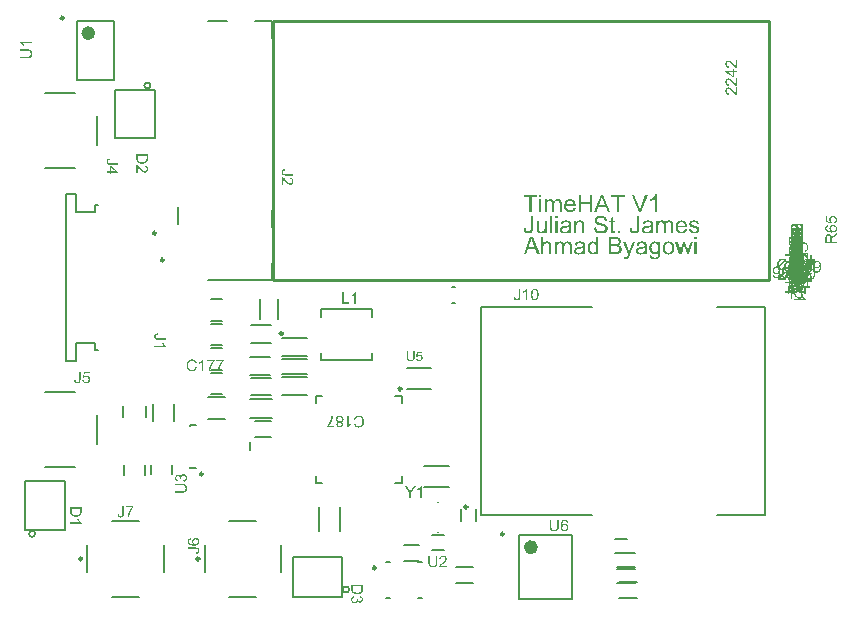
<source format=gbr>
G04*
G04 #@! TF.GenerationSoftware,Altium Limited,Altium Designer,24.1.2 (44)*
G04*
G04 Layer_Color=65535*
%FSLAX25Y25*%
%MOIN*%
G70*
G04*
G04 #@! TF.SameCoordinates,59DD8EBB-DCD7-4209-94D2-A0ED0100978B*
G04*
G04*
G04 #@! TF.FilePolarity,Positive*
G04*
G01*
G75*
%ADD10C,0.00984*%
%ADD11C,0.00787*%
%ADD12C,0.02362*%
%ADD13C,0.01000*%
G36*
X151882Y-259768D02*
X151174D01*
Y-258960D01*
X151882D01*
Y-259768D01*
D02*
G37*
G36*
X157438Y-260459D02*
X157496D01*
X157555Y-260467D01*
X157696Y-260492D01*
X157846Y-260534D01*
X158004Y-260600D01*
X158163Y-260684D01*
X158296Y-260800D01*
X158313Y-260817D01*
X158346Y-260867D01*
X158404Y-260942D01*
X158429Y-261000D01*
X158463Y-261059D01*
X158496Y-261134D01*
X158521Y-261209D01*
X158554Y-261292D01*
X158579Y-261392D01*
X158596Y-261492D01*
X158613Y-261608D01*
X158629Y-261725D01*
Y-261858D01*
Y-264724D01*
X157921D01*
Y-262100D01*
Y-262092D01*
Y-262083D01*
Y-262033D01*
Y-261958D01*
X157913Y-261867D01*
X157905Y-261767D01*
X157896Y-261667D01*
X157879Y-261567D01*
X157854Y-261492D01*
Y-261484D01*
X157838Y-261458D01*
X157821Y-261425D01*
X157796Y-261384D01*
X157763Y-261333D01*
X157721Y-261283D01*
X157671Y-261234D01*
X157605Y-261184D01*
X157596Y-261175D01*
X157571Y-261167D01*
X157538Y-261150D01*
X157480Y-261125D01*
X157421Y-261100D01*
X157346Y-261084D01*
X157272Y-261075D01*
X157180Y-261067D01*
X157138D01*
X157105Y-261075D01*
X157022Y-261084D01*
X156922Y-261100D01*
X156805Y-261142D01*
X156680Y-261192D01*
X156555Y-261267D01*
X156438Y-261367D01*
X156430Y-261384D01*
X156397Y-261425D01*
X156347Y-261492D01*
X156297Y-261592D01*
X156238Y-261725D01*
X156197Y-261883D01*
X156164Y-262075D01*
X156147Y-262300D01*
Y-264724D01*
X155439D01*
Y-262017D01*
Y-262008D01*
Y-261992D01*
Y-261975D01*
Y-261942D01*
X155430Y-261850D01*
X155414Y-261750D01*
X155397Y-261633D01*
X155364Y-261517D01*
X155322Y-261408D01*
X155264Y-261309D01*
X155256Y-261300D01*
X155231Y-261267D01*
X155189Y-261234D01*
X155131Y-261184D01*
X155056Y-261142D01*
X154956Y-261100D01*
X154839Y-261075D01*
X154698Y-261067D01*
X154648D01*
X154589Y-261075D01*
X154523Y-261084D01*
X154439Y-261109D01*
X154339Y-261134D01*
X154248Y-261175D01*
X154148Y-261225D01*
X154139Y-261234D01*
X154106Y-261259D01*
X154064Y-261292D01*
X154006Y-261342D01*
X153948Y-261408D01*
X153890Y-261492D01*
X153831Y-261583D01*
X153781Y-261692D01*
X153773Y-261708D01*
X153764Y-261750D01*
X153748Y-261817D01*
X153723Y-261908D01*
X153698Y-262033D01*
X153681Y-262183D01*
X153673Y-262358D01*
X153665Y-262558D01*
Y-264724D01*
X152956D01*
Y-260542D01*
X153590D01*
Y-261142D01*
X153598Y-261125D01*
X153623Y-261092D01*
X153673Y-261034D01*
X153731Y-260967D01*
X153806Y-260884D01*
X153898Y-260800D01*
X153998Y-260717D01*
X154114Y-260642D01*
X154131Y-260634D01*
X154173Y-260609D01*
X154239Y-260584D01*
X154331Y-260542D01*
X154439Y-260509D01*
X154564Y-260484D01*
X154706Y-260459D01*
X154856Y-260451D01*
X154931D01*
X155022Y-260459D01*
X155122Y-260475D01*
X155247Y-260501D01*
X155372Y-260534D01*
X155497Y-260584D01*
X155614Y-260650D01*
X155630Y-260659D01*
X155664Y-260684D01*
X155714Y-260725D01*
X155780Y-260792D01*
X155847Y-260867D01*
X155922Y-260959D01*
X155989Y-261067D01*
X156039Y-261192D01*
X156047Y-261184D01*
X156064Y-261159D01*
X156089Y-261125D01*
X156130Y-261075D01*
X156180Y-261017D01*
X156238Y-260959D01*
X156305Y-260892D01*
X156388Y-260817D01*
X156480Y-260750D01*
X156572Y-260684D01*
X156680Y-260626D01*
X156797Y-260567D01*
X156922Y-260517D01*
X157055Y-260484D01*
X157188Y-260459D01*
X157338Y-260451D01*
X157396D01*
X157438Y-260459D01*
D02*
G37*
G36*
X168792Y-264724D02*
X168026D01*
Y-262008D01*
X165043D01*
Y-264724D01*
X164277D01*
Y-258960D01*
X165043D01*
Y-261325D01*
X168026D01*
Y-258960D01*
X168792D01*
Y-264724D01*
D02*
G37*
G36*
X185035Y-264724D02*
X184236D01*
X182003Y-258960D01*
X182836D01*
X184336Y-263149D01*
Y-263158D01*
X184344Y-263174D01*
X184352Y-263199D01*
X184369Y-263233D01*
X184377Y-263283D01*
X184394Y-263333D01*
X184436Y-263458D01*
X184486Y-263599D01*
X184536Y-263757D01*
X184635Y-264091D01*
Y-264082D01*
X184644Y-264066D01*
X184652Y-264041D01*
X184660Y-264007D01*
X184686Y-263916D01*
X184727Y-263791D01*
X184769Y-263649D01*
X184819Y-263491D01*
X184877Y-263324D01*
X184944Y-263149D01*
X186510Y-258960D01*
X187284D01*
X185035Y-264724D01*
D02*
G37*
G36*
X190350D02*
X189642D01*
Y-260217D01*
X189634Y-260226D01*
X189592Y-260259D01*
X189542Y-260309D01*
X189459Y-260367D01*
X189367Y-260442D01*
X189250Y-260525D01*
X189117Y-260617D01*
X188967Y-260709D01*
X188959D01*
X188950Y-260717D01*
X188900Y-260750D01*
X188817Y-260792D01*
X188717Y-260842D01*
X188601Y-260900D01*
X188476Y-260959D01*
X188351Y-261017D01*
X188226Y-261067D01*
Y-260384D01*
X188234D01*
X188251Y-260367D01*
X188284Y-260359D01*
X188326Y-260334D01*
X188376Y-260309D01*
X188434Y-260276D01*
X188576Y-260192D01*
X188742Y-260101D01*
X188909Y-259984D01*
X189084Y-259851D01*
X189259Y-259709D01*
X189267Y-259701D01*
X189275Y-259693D01*
X189300Y-259667D01*
X189334Y-259643D01*
X189409Y-259559D01*
X189508Y-259459D01*
X189609Y-259343D01*
X189717Y-259209D01*
X189808Y-259076D01*
X189892Y-258934D01*
X190350D01*
Y-264724D01*
D02*
G37*
G36*
X179571Y-259643D02*
X177672D01*
Y-264724D01*
X176905D01*
Y-259643D01*
X175006D01*
Y-258960D01*
X179571D01*
Y-259643D01*
D02*
G37*
G36*
X174823Y-264724D02*
X173956Y-264724D01*
X173282Y-262975D01*
X170866D01*
X170241Y-264724D01*
X169433D01*
X171632Y-258960D01*
X172465D01*
X174823Y-264724D01*
D02*
G37*
G36*
X151882Y-264724D02*
X151174D01*
Y-260542D01*
X151882D01*
Y-264724D01*
D02*
G37*
G36*
X150474Y-259643D02*
X148575D01*
Y-264724D01*
X147809D01*
Y-259643D01*
X145909D01*
Y-258960D01*
X150474D01*
Y-259643D01*
D02*
G37*
G36*
X161528Y-260459D02*
X161595Y-260467D01*
X161678Y-260484D01*
X161770Y-260501D01*
X161878Y-260525D01*
X161978Y-260550D01*
X162094Y-260592D01*
X162203Y-260634D01*
X162319Y-260692D01*
X162436Y-260759D01*
X162553Y-260834D01*
X162661Y-260925D01*
X162761Y-261025D01*
X162769Y-261034D01*
X162786Y-261050D01*
X162811Y-261084D01*
X162844Y-261134D01*
X162886Y-261192D01*
X162927Y-261259D01*
X162978Y-261342D01*
X163028Y-261442D01*
X163077Y-261550D01*
X163127Y-261667D01*
X163169Y-261800D01*
X163211Y-261942D01*
X163244Y-262100D01*
X163269Y-262266D01*
X163286Y-262441D01*
X163294Y-262633D01*
Y-262641D01*
Y-262675D01*
Y-262733D01*
X163286Y-262816D01*
X160162D01*
Y-262825D01*
Y-262850D01*
X160170Y-262883D01*
Y-262933D01*
X160179Y-262991D01*
X160195Y-263058D01*
X160220Y-263208D01*
X160270Y-263374D01*
X160337Y-263558D01*
X160429Y-263724D01*
X160545Y-263874D01*
X160554D01*
X160562Y-263891D01*
X160612Y-263932D01*
X160687Y-263991D01*
X160787Y-264049D01*
X160920Y-264116D01*
X161070Y-264174D01*
X161237Y-264216D01*
X161328Y-264224D01*
X161428Y-264232D01*
X161495D01*
X161570Y-264224D01*
X161661Y-264207D01*
X161761Y-264182D01*
X161878Y-264149D01*
X161986Y-264099D01*
X162094Y-264032D01*
X162103Y-264024D01*
X162144Y-263991D01*
X162195Y-263941D01*
X162253Y-263874D01*
X162319Y-263783D01*
X162394Y-263666D01*
X162469Y-263533D01*
X162536Y-263374D01*
X163269Y-263466D01*
Y-263474D01*
X163261Y-263491D01*
X163252Y-263524D01*
X163236Y-263574D01*
X163211Y-263624D01*
X163186Y-263691D01*
X163119Y-263832D01*
X163036Y-263991D01*
X162919Y-264157D01*
X162786Y-264316D01*
X162619Y-264466D01*
X162611D01*
X162594Y-264482D01*
X162569Y-264499D01*
X162536Y-264524D01*
X162486Y-264549D01*
X162436Y-264574D01*
X162369Y-264607D01*
X162294Y-264640D01*
X162211Y-264674D01*
X162128Y-264707D01*
X161920Y-264757D01*
X161686Y-264799D01*
X161428Y-264815D01*
X161337D01*
X161278Y-264807D01*
X161203Y-264799D01*
X161112Y-264782D01*
X161012Y-264766D01*
X160903Y-264749D01*
X160670Y-264682D01*
X160545Y-264632D01*
X160429Y-264582D01*
X160304Y-264516D01*
X160187Y-264441D01*
X160079Y-264357D01*
X159970Y-264257D01*
X159962Y-264249D01*
X159945Y-264232D01*
X159920Y-264199D01*
X159887Y-264149D01*
X159845Y-264091D01*
X159804Y-264024D01*
X159754Y-263941D01*
X159704Y-263849D01*
X159654Y-263741D01*
X159604Y-263624D01*
X159562Y-263491D01*
X159521Y-263349D01*
X159487Y-263199D01*
X159462Y-263033D01*
X159446Y-262858D01*
X159437Y-262675D01*
Y-262666D01*
Y-262625D01*
Y-262575D01*
X159446Y-262500D01*
X159454Y-262408D01*
X159462Y-262308D01*
X159479Y-262192D01*
X159504Y-262075D01*
X159571Y-261808D01*
X159612Y-261675D01*
X159662Y-261533D01*
X159729Y-261400D01*
X159804Y-261275D01*
X159887Y-261150D01*
X159979Y-261034D01*
X159987Y-261025D01*
X160004Y-261009D01*
X160037Y-260984D01*
X160079Y-260942D01*
X160129Y-260900D01*
X160195Y-260850D01*
X160270Y-260792D01*
X160362Y-260742D01*
X160453Y-260684D01*
X160562Y-260634D01*
X160678Y-260584D01*
X160803Y-260542D01*
X160937Y-260501D01*
X161078Y-260475D01*
X161228Y-260459D01*
X161387Y-260451D01*
X161470D01*
X161528Y-260459D01*
D02*
G37*
G36*
X157238Y-266876D02*
X156530D01*
Y-266068D01*
X157238D01*
Y-266876D01*
D02*
G37*
G36*
X171766Y-265977D02*
X171824D01*
X171982Y-265993D01*
X172157Y-266018D01*
X172340Y-266060D01*
X172540Y-266110D01*
X172724Y-266177D01*
X172732D01*
X172749Y-266185D01*
X172774Y-266202D01*
X172807Y-266218D01*
X172890Y-266260D01*
X172998Y-266335D01*
X173123Y-266418D01*
X173248Y-266526D01*
X173365Y-266651D01*
X173473Y-266793D01*
Y-266801D01*
X173482Y-266810D01*
X173498Y-266835D01*
X173515Y-266860D01*
X173557Y-266943D01*
X173607Y-267051D01*
X173665Y-267184D01*
X173706Y-267343D01*
X173748Y-267509D01*
X173765Y-267693D01*
X173032Y-267751D01*
Y-267743D01*
Y-267726D01*
X173023Y-267701D01*
X173015Y-267659D01*
X172990Y-267568D01*
X172957Y-267443D01*
X172907Y-267309D01*
X172832Y-267176D01*
X172740Y-267051D01*
X172624Y-266935D01*
X172607Y-266926D01*
X172565Y-266893D01*
X172482Y-266843D01*
X172374Y-266793D01*
X172232Y-266743D01*
X172065Y-266693D01*
X171857Y-266660D01*
X171624Y-266651D01*
X171507D01*
X171457Y-266660D01*
X171391Y-266668D01*
X171241Y-266685D01*
X171074Y-266718D01*
X170908Y-266760D01*
X170749Y-266826D01*
X170683Y-266868D01*
X170616Y-266910D01*
X170599Y-266918D01*
X170566Y-266951D01*
X170516Y-267010D01*
X170466Y-267076D01*
X170408Y-267168D01*
X170358Y-267268D01*
X170325Y-267384D01*
X170308Y-267518D01*
Y-267534D01*
Y-267568D01*
X170316Y-267626D01*
X170333Y-267693D01*
X170358Y-267776D01*
X170399Y-267859D01*
X170449Y-267943D01*
X170525Y-268026D01*
X170533Y-268034D01*
X170574Y-268059D01*
X170608Y-268084D01*
X170641Y-268101D01*
X170691Y-268126D01*
X170749Y-268159D01*
X170824Y-268184D01*
X170908Y-268217D01*
X170999Y-268251D01*
X171108Y-268292D01*
X171224Y-268326D01*
X171358Y-268367D01*
X171507Y-268401D01*
X171674Y-268442D01*
X171682D01*
X171716Y-268451D01*
X171766Y-268459D01*
X171824Y-268476D01*
X171899Y-268492D01*
X171991Y-268517D01*
X172082Y-268542D01*
X172182Y-268567D01*
X172399Y-268626D01*
X172607Y-268684D01*
X172707Y-268717D01*
X172799Y-268751D01*
X172882Y-268776D01*
X172949Y-268809D01*
X172957D01*
X172974Y-268817D01*
X172998Y-268834D01*
X173032Y-268850D01*
X173123Y-268900D01*
X173232Y-268967D01*
X173357Y-269059D01*
X173482Y-269159D01*
X173598Y-269275D01*
X173698Y-269400D01*
X173706Y-269417D01*
X173740Y-269459D01*
X173773Y-269534D01*
X173823Y-269634D01*
X173865Y-269750D01*
X173907Y-269892D01*
X173931Y-270050D01*
X173940Y-270217D01*
Y-270225D01*
Y-270233D01*
Y-270258D01*
Y-270292D01*
X173923Y-270383D01*
X173907Y-270500D01*
X173873Y-270633D01*
X173831Y-270775D01*
X173765Y-270925D01*
X173673Y-271083D01*
Y-271091D01*
X173665Y-271100D01*
X173623Y-271150D01*
X173565Y-271225D01*
X173482Y-271308D01*
X173373Y-271408D01*
X173240Y-271516D01*
X173090Y-271616D01*
X172915Y-271708D01*
X172907D01*
X172890Y-271716D01*
X172865Y-271724D01*
X172832Y-271741D01*
X172782Y-271758D01*
X172724Y-271783D01*
X172590Y-271816D01*
X172432Y-271858D01*
X172240Y-271899D01*
X172032Y-271924D01*
X171807Y-271933D01*
X171674D01*
X171607Y-271924D01*
X171532D01*
X171449Y-271916D01*
X171349Y-271908D01*
X171141Y-271874D01*
X170924Y-271841D01*
X170708Y-271783D01*
X170500Y-271708D01*
X170491D01*
X170475Y-271699D01*
X170449Y-271683D01*
X170416Y-271666D01*
X170316Y-271616D01*
X170200Y-271541D01*
X170066Y-271441D01*
X169925Y-271324D01*
X169791Y-271183D01*
X169667Y-271025D01*
Y-271016D01*
X169650Y-271000D01*
X169641Y-270975D01*
X169616Y-270941D01*
X169600Y-270900D01*
X169575Y-270850D01*
X169517Y-270725D01*
X169458Y-270567D01*
X169408Y-270392D01*
X169375Y-270192D01*
X169358Y-269983D01*
X170075Y-269917D01*
Y-269925D01*
Y-269933D01*
X170083Y-269958D01*
Y-269992D01*
X170100Y-270067D01*
X170125Y-270175D01*
X170158Y-270283D01*
X170191Y-270408D01*
X170250Y-270525D01*
X170308Y-270633D01*
X170316Y-270641D01*
X170341Y-270675D01*
X170383Y-270733D01*
X170449Y-270791D01*
X170533Y-270866D01*
X170624Y-270941D01*
X170749Y-271016D01*
X170883Y-271083D01*
X170891D01*
X170899Y-271091D01*
X170924Y-271100D01*
X170949Y-271108D01*
X171033Y-271133D01*
X171141Y-271166D01*
X171274Y-271200D01*
X171424Y-271225D01*
X171591Y-271241D01*
X171774Y-271250D01*
X171849D01*
X171932Y-271241D01*
X172032Y-271233D01*
X172149Y-271216D01*
X172282Y-271200D01*
X172415Y-271166D01*
X172540Y-271125D01*
X172557Y-271116D01*
X172599Y-271100D01*
X172657Y-271066D01*
X172732Y-271033D01*
X172807Y-270975D01*
X172890Y-270916D01*
X172974Y-270850D01*
X173040Y-270766D01*
X173048Y-270758D01*
X173065Y-270725D01*
X173090Y-270683D01*
X173123Y-270617D01*
X173157Y-270550D01*
X173182Y-270466D01*
X173198Y-270375D01*
X173207Y-270275D01*
Y-270267D01*
Y-270225D01*
X173198Y-270175D01*
X173190Y-270108D01*
X173165Y-270042D01*
X173140Y-269958D01*
X173099Y-269875D01*
X173040Y-269800D01*
X173032Y-269792D01*
X173007Y-269767D01*
X172974Y-269734D01*
X172915Y-269684D01*
X172849Y-269634D01*
X172757Y-269575D01*
X172649Y-269517D01*
X172524Y-269467D01*
X172515Y-269459D01*
X172474Y-269450D01*
X172407Y-269425D01*
X172365Y-269417D01*
X172307Y-269400D01*
X172249Y-269375D01*
X172174Y-269359D01*
X172090Y-269334D01*
X171991Y-269309D01*
X171891Y-269284D01*
X171774Y-269250D01*
X171641Y-269217D01*
X171499Y-269184D01*
X171491D01*
X171466Y-269175D01*
X171424Y-269167D01*
X171374Y-269150D01*
X171308Y-269134D01*
X171232Y-269117D01*
X171066Y-269067D01*
X170883Y-269009D01*
X170691Y-268951D01*
X170525Y-268892D01*
X170449Y-268859D01*
X170383Y-268826D01*
X170375D01*
X170366Y-268817D01*
X170316Y-268784D01*
X170241Y-268742D01*
X170158Y-268676D01*
X170058Y-268601D01*
X169958Y-268509D01*
X169858Y-268401D01*
X169775Y-268284D01*
X169766Y-268267D01*
X169741Y-268226D01*
X169708Y-268159D01*
X169675Y-268076D01*
X169641Y-267968D01*
X169608Y-267843D01*
X169583Y-267709D01*
X169575Y-267568D01*
Y-267559D01*
Y-267551D01*
Y-267526D01*
Y-267493D01*
X169591Y-267409D01*
X169608Y-267301D01*
X169633Y-267176D01*
X169675Y-267035D01*
X169733Y-266893D01*
X169816Y-266751D01*
Y-266743D01*
X169825Y-266735D01*
X169866Y-266685D01*
X169925Y-266618D01*
X170000Y-266535D01*
X170100Y-266443D01*
X170225Y-266343D01*
X170375Y-266251D01*
X170541Y-266168D01*
X170549D01*
X170566Y-266160D01*
X170591Y-266152D01*
X170624Y-266135D01*
X170666Y-266118D01*
X170724Y-266102D01*
X170849Y-266068D01*
X171008Y-266035D01*
X171191Y-266002D01*
X171382Y-265977D01*
X171599Y-265968D01*
X171707D01*
X171766Y-265977D01*
D02*
G37*
G36*
X164893Y-267568D02*
X164985Y-267576D01*
X165093Y-267593D01*
X165210Y-267618D01*
X165335Y-267651D01*
X165452Y-267701D01*
X165468Y-267709D01*
X165501Y-267726D01*
X165560Y-267751D01*
X165626Y-267793D01*
X165710Y-267843D01*
X165785Y-267909D01*
X165860Y-267976D01*
X165926Y-268059D01*
X165935Y-268068D01*
X165951Y-268101D01*
X165976Y-268143D01*
X166018Y-268201D01*
X166051Y-268284D01*
X166085Y-268367D01*
X166126Y-268467D01*
X166151Y-268576D01*
Y-268584D01*
X166160Y-268617D01*
X166168Y-268667D01*
X166176Y-268734D01*
Y-268834D01*
X166184Y-268951D01*
X166193Y-269092D01*
Y-269267D01*
Y-271833D01*
X165485D01*
Y-269300D01*
Y-269292D01*
Y-269284D01*
Y-269225D01*
Y-269150D01*
X165477Y-269059D01*
X165468Y-268951D01*
X165452Y-268842D01*
X165427Y-268742D01*
X165401Y-268651D01*
Y-268642D01*
X165385Y-268617D01*
X165360Y-268576D01*
X165335Y-268526D01*
X165293Y-268476D01*
X165243Y-268417D01*
X165177Y-268359D01*
X165102Y-268309D01*
X165093Y-268301D01*
X165068Y-268284D01*
X165018Y-268267D01*
X164960Y-268242D01*
X164893Y-268217D01*
X164810Y-268192D01*
X164710Y-268184D01*
X164610Y-268176D01*
X164568D01*
X164535Y-268184D01*
X164452Y-268192D01*
X164344Y-268209D01*
X164227Y-268251D01*
X164094Y-268301D01*
X163960Y-268367D01*
X163836Y-268467D01*
X163819Y-268484D01*
X163786Y-268526D01*
X163760Y-268559D01*
X163735Y-268601D01*
X163702Y-268651D01*
X163677Y-268709D01*
X163644Y-268776D01*
X163611Y-268859D01*
X163586Y-268951D01*
X163561Y-269050D01*
X163544Y-269159D01*
X163527Y-269275D01*
X163511Y-269417D01*
Y-269559D01*
Y-271833D01*
X162803D01*
Y-267651D01*
X163436D01*
Y-268251D01*
X163444Y-268242D01*
X163461Y-268217D01*
X163486Y-268184D01*
X163519Y-268143D01*
X163569Y-268092D01*
X163627Y-268034D01*
X163694Y-267968D01*
X163777Y-267901D01*
X163860Y-267843D01*
X163960Y-267776D01*
X164069Y-267718D01*
X164185Y-267668D01*
X164319Y-267626D01*
X164452Y-267593D01*
X164602Y-267568D01*
X164760Y-267559D01*
X164827D01*
X164893Y-267568D01*
D02*
G37*
G36*
X194606Y-267568D02*
X194665D01*
X194723Y-267576D01*
X194865Y-267601D01*
X195015Y-267643D01*
X195173Y-267709D01*
X195331Y-267793D01*
X195465Y-267909D01*
X195481Y-267926D01*
X195515Y-267976D01*
X195573Y-268051D01*
X195598Y-268109D01*
X195631Y-268167D01*
X195664Y-268242D01*
X195689Y-268317D01*
X195723Y-268401D01*
X195748Y-268501D01*
X195764Y-268601D01*
X195781Y-268717D01*
X195798Y-268834D01*
Y-268967D01*
Y-271833D01*
X195090D01*
Y-269209D01*
Y-269200D01*
Y-269192D01*
Y-269142D01*
Y-269067D01*
X195081Y-268975D01*
X195073Y-268876D01*
X195065Y-268776D01*
X195048Y-268676D01*
X195023Y-268601D01*
Y-268592D01*
X195006Y-268567D01*
X194990Y-268534D01*
X194965Y-268492D01*
X194931Y-268442D01*
X194890Y-268392D01*
X194840Y-268342D01*
X194773Y-268292D01*
X194765Y-268284D01*
X194740Y-268276D01*
X194706Y-268259D01*
X194648Y-268234D01*
X194590Y-268209D01*
X194515Y-268192D01*
X194440Y-268184D01*
X194348Y-268176D01*
X194307D01*
X194273Y-268184D01*
X194190Y-268192D01*
X194090Y-268209D01*
X193973Y-268251D01*
X193849Y-268301D01*
X193723Y-268376D01*
X193607Y-268476D01*
X193599Y-268492D01*
X193565Y-268534D01*
X193515Y-268601D01*
X193465Y-268701D01*
X193407Y-268834D01*
X193365Y-268992D01*
X193332Y-269184D01*
X193315Y-269409D01*
Y-271833D01*
X192607D01*
Y-269125D01*
Y-269117D01*
Y-269100D01*
Y-269084D01*
Y-269050D01*
X192599Y-268959D01*
X192582Y-268859D01*
X192566Y-268742D01*
X192532Y-268626D01*
X192491Y-268517D01*
X192432Y-268417D01*
X192424Y-268409D01*
X192399Y-268376D01*
X192357Y-268342D01*
X192299Y-268292D01*
X192224Y-268251D01*
X192124Y-268209D01*
X192008Y-268184D01*
X191866Y-268176D01*
X191816D01*
X191758Y-268184D01*
X191691Y-268192D01*
X191608Y-268217D01*
X191508Y-268242D01*
X191416Y-268284D01*
X191316Y-268334D01*
X191308Y-268342D01*
X191274Y-268367D01*
X191233Y-268401D01*
X191174Y-268451D01*
X191116Y-268517D01*
X191058Y-268601D01*
X191000Y-268692D01*
X190950Y-268800D01*
X190941Y-268817D01*
X190933Y-268859D01*
X190916Y-268925D01*
X190891Y-269017D01*
X190866Y-269142D01*
X190850Y-269292D01*
X190841Y-269467D01*
X190833Y-269667D01*
Y-271833D01*
X190125D01*
Y-267651D01*
X190758D01*
Y-268251D01*
X190766Y-268234D01*
X190791Y-268201D01*
X190841Y-268143D01*
X190900Y-268076D01*
X190975Y-267992D01*
X191066Y-267909D01*
X191166Y-267826D01*
X191283Y-267751D01*
X191299Y-267743D01*
X191341Y-267718D01*
X191408Y-267693D01*
X191499Y-267651D01*
X191608Y-267618D01*
X191733Y-267593D01*
X191874Y-267568D01*
X192024Y-267559D01*
X192099D01*
X192191Y-267568D01*
X192291Y-267584D01*
X192416Y-267609D01*
X192541Y-267643D01*
X192666Y-267693D01*
X192782Y-267759D01*
X192799Y-267768D01*
X192832Y-267793D01*
X192882Y-267834D01*
X192949Y-267901D01*
X193016Y-267976D01*
X193090Y-268068D01*
X193157Y-268176D01*
X193207Y-268301D01*
X193215Y-268292D01*
X193232Y-268267D01*
X193257Y-268234D01*
X193299Y-268184D01*
X193349Y-268126D01*
X193407Y-268068D01*
X193474Y-268001D01*
X193557Y-267926D01*
X193649Y-267859D01*
X193740Y-267793D01*
X193849Y-267734D01*
X193965Y-267676D01*
X194090Y-267626D01*
X194223Y-267593D01*
X194357Y-267568D01*
X194507Y-267559D01*
X194565D01*
X194606Y-267568D01*
D02*
G37*
G36*
X202870D02*
X202995Y-267576D01*
X203128Y-267593D01*
X203270Y-267626D01*
X203420Y-267659D01*
X203561Y-267709D01*
X203570D01*
X203578Y-267718D01*
X203620Y-267734D01*
X203686Y-267768D01*
X203769Y-267809D01*
X203861Y-267868D01*
X203953Y-267934D01*
X204036Y-268009D01*
X204111Y-268092D01*
X204119Y-268101D01*
X204136Y-268134D01*
X204169Y-268192D01*
X204211Y-268259D01*
X204253Y-268359D01*
X204294Y-268467D01*
X204328Y-268592D01*
X204361Y-268734D01*
X203670Y-268826D01*
Y-268809D01*
X203661Y-268776D01*
X203645Y-268717D01*
X203620Y-268642D01*
X203578Y-268567D01*
X203528Y-268484D01*
X203470Y-268401D01*
X203386Y-268326D01*
X203378Y-268317D01*
X203345Y-268301D01*
X203295Y-268267D01*
X203220Y-268234D01*
X203136Y-268201D01*
X203028Y-268167D01*
X202895Y-268151D01*
X202753Y-268143D01*
X202670D01*
X202587Y-268151D01*
X202478Y-268159D01*
X202370Y-268184D01*
X202253Y-268209D01*
X202145Y-268251D01*
X202053Y-268309D01*
X202045Y-268317D01*
X202020Y-268334D01*
X201987Y-268367D01*
X201954Y-268417D01*
X201912Y-268467D01*
X201879Y-268534D01*
X201854Y-268609D01*
X201845Y-268684D01*
Y-268692D01*
Y-268709D01*
X201854Y-268734D01*
Y-268767D01*
X201879Y-268850D01*
X201929Y-268934D01*
X201937Y-268942D01*
X201945Y-268951D01*
X201962Y-268975D01*
X201995Y-269000D01*
X202028Y-269025D01*
X202079Y-269059D01*
X202137Y-269084D01*
X202203Y-269117D01*
X202212D01*
X202228Y-269125D01*
X202262Y-269134D01*
X202320Y-269159D01*
X202403Y-269184D01*
X202512Y-269209D01*
X202578Y-269234D01*
X202653Y-269250D01*
X202737Y-269275D01*
X202828Y-269300D01*
X202837D01*
X202861Y-269309D01*
X202903Y-269317D01*
X202953Y-269334D01*
X203011Y-269350D01*
X203086Y-269367D01*
X203245Y-269417D01*
X203420Y-269467D01*
X203595Y-269525D01*
X203753Y-269584D01*
X203819Y-269608D01*
X203878Y-269634D01*
X203894Y-269642D01*
X203928Y-269658D01*
X203978Y-269684D01*
X204053Y-269725D01*
X204128Y-269775D01*
X204203Y-269842D01*
X204278Y-269917D01*
X204344Y-270000D01*
X204353Y-270008D01*
X204369Y-270042D01*
X204403Y-270092D01*
X204436Y-270167D01*
X204461Y-270258D01*
X204494Y-270358D01*
X204511Y-270475D01*
X204519Y-270608D01*
Y-270625D01*
Y-270666D01*
X204511Y-270733D01*
X204494Y-270825D01*
X204469Y-270925D01*
X204428Y-271033D01*
X204378Y-271158D01*
X204311Y-271274D01*
X204303Y-271291D01*
X204269Y-271324D01*
X204228Y-271383D01*
X204161Y-271449D01*
X204069Y-271524D01*
X203969Y-271608D01*
X203853Y-271683D01*
X203711Y-271758D01*
X203703D01*
X203695Y-271766D01*
X203645Y-271783D01*
X203561Y-271808D01*
X203453Y-271841D01*
X203320Y-271874D01*
X203170Y-271899D01*
X203011Y-271916D01*
X202828Y-271924D01*
X202753D01*
X202695Y-271916D01*
X202628D01*
X202545Y-271908D01*
X202462Y-271899D01*
X202370Y-271883D01*
X202170Y-271841D01*
X201962Y-271783D01*
X201762Y-271699D01*
X201670Y-271649D01*
X201587Y-271591D01*
X201579Y-271583D01*
X201570Y-271574D01*
X201520Y-271524D01*
X201445Y-271449D01*
X201362Y-271333D01*
X201271Y-271191D01*
X201179Y-271025D01*
X201104Y-270816D01*
X201046Y-270583D01*
X201745Y-270475D01*
Y-270483D01*
Y-270492D01*
X201762Y-270542D01*
X201779Y-270625D01*
X201812Y-270716D01*
X201854Y-270816D01*
X201904Y-270925D01*
X201979Y-271033D01*
X202070Y-271125D01*
X202087Y-271133D01*
X202120Y-271158D01*
X202187Y-271191D01*
X202270Y-271233D01*
X202378Y-271274D01*
X202503Y-271308D01*
X202653Y-271333D01*
X202828Y-271341D01*
X202911D01*
X202995Y-271333D01*
X203103Y-271316D01*
X203220Y-271291D01*
X203345Y-271258D01*
X203453Y-271216D01*
X203553Y-271150D01*
X203561Y-271141D01*
X203595Y-271116D01*
X203628Y-271075D01*
X203678Y-271016D01*
X203719Y-270950D01*
X203761Y-270866D01*
X203786Y-270783D01*
X203795Y-270683D01*
Y-270675D01*
Y-270641D01*
X203786Y-270600D01*
X203769Y-270542D01*
X203745Y-270483D01*
X203703Y-270425D01*
X203653Y-270358D01*
X203578Y-270308D01*
X203570Y-270300D01*
X203545Y-270292D01*
X203503Y-270267D01*
X203436Y-270242D01*
X203336Y-270208D01*
X203278Y-270183D01*
X203211Y-270167D01*
X203136Y-270142D01*
X203053Y-270117D01*
X202961Y-270092D01*
X202853Y-270067D01*
X202845D01*
X202820Y-270058D01*
X202778Y-270050D01*
X202728Y-270033D01*
X202662Y-270017D01*
X202587Y-269992D01*
X202428Y-269950D01*
X202245Y-269892D01*
X202070Y-269842D01*
X201904Y-269783D01*
X201829Y-269750D01*
X201770Y-269725D01*
X201754Y-269717D01*
X201720Y-269700D01*
X201670Y-269667D01*
X201604Y-269625D01*
X201529Y-269567D01*
X201454Y-269500D01*
X201379Y-269425D01*
X201312Y-269334D01*
X201304Y-269325D01*
X201287Y-269292D01*
X201262Y-269234D01*
X201237Y-269167D01*
X201212Y-269084D01*
X201187Y-268984D01*
X201171Y-268884D01*
X201162Y-268767D01*
Y-268751D01*
Y-268717D01*
X201171Y-268667D01*
X201179Y-268592D01*
X201196Y-268517D01*
X201212Y-268426D01*
X201245Y-268342D01*
X201287Y-268251D01*
X201295Y-268242D01*
X201312Y-268209D01*
X201337Y-268167D01*
X201379Y-268109D01*
X201429Y-268051D01*
X201487Y-267976D01*
X201554Y-267909D01*
X201637Y-267851D01*
X201645Y-267843D01*
X201670Y-267834D01*
X201704Y-267809D01*
X201754Y-267784D01*
X201820Y-267751D01*
X201895Y-267718D01*
X201987Y-267684D01*
X202087Y-267651D01*
X202103Y-267643D01*
X202137Y-267634D01*
X202195Y-267618D01*
X202270Y-267601D01*
X202362Y-267584D01*
X202462Y-267576D01*
X202578Y-267559D01*
X202778D01*
X202870Y-267568D01*
D02*
G37*
G36*
X184494Y-270000D02*
Y-270008D01*
Y-270033D01*
Y-270067D01*
Y-270117D01*
X184486Y-270183D01*
Y-270250D01*
X184469Y-270408D01*
X184452Y-270591D01*
X184419Y-270783D01*
X184369Y-270958D01*
X184311Y-271125D01*
Y-271133D01*
X184302Y-271141D01*
X184277Y-271191D01*
X184236Y-271258D01*
X184177Y-271350D01*
X184094Y-271441D01*
X184002Y-271541D01*
X183886Y-271641D01*
X183753Y-271724D01*
X183736Y-271733D01*
X183686Y-271758D01*
X183611Y-271791D01*
X183503Y-271824D01*
X183369Y-271866D01*
X183219Y-271899D01*
X183053Y-271924D01*
X182870Y-271933D01*
X182795D01*
X182745Y-271924D01*
X182678Y-271916D01*
X182611Y-271908D01*
X182436Y-271874D01*
X182253Y-271824D01*
X182062Y-271749D01*
X181962Y-271699D01*
X181870Y-271641D01*
X181787Y-271574D01*
X181703Y-271499D01*
X181695Y-271491D01*
X181687Y-271483D01*
X181670Y-271449D01*
X181645Y-271416D01*
X181612Y-271375D01*
X181578Y-271316D01*
X181545Y-271250D01*
X181503Y-271175D01*
X181470Y-271091D01*
X181437Y-270991D01*
X181404Y-270891D01*
X181370Y-270775D01*
X181353Y-270650D01*
X181328Y-270508D01*
X181320Y-270367D01*
Y-270208D01*
X182012Y-270108D01*
Y-270117D01*
Y-270133D01*
Y-270167D01*
X182020Y-270217D01*
X182028Y-270267D01*
Y-270325D01*
X182053Y-270466D01*
X182078Y-270617D01*
X182128Y-270766D01*
X182178Y-270900D01*
X182211Y-270958D01*
X182253Y-271008D01*
X182261Y-271016D01*
X182295Y-271041D01*
X182345Y-271083D01*
X182411Y-271125D01*
X182503Y-271175D01*
X182603Y-271208D01*
X182728Y-271241D01*
X182861Y-271250D01*
X182911D01*
X182961Y-271241D01*
X183036Y-271233D01*
X183111Y-271216D01*
X183194Y-271200D01*
X183278Y-271166D01*
X183361Y-271125D01*
X183369Y-271116D01*
X183394Y-271100D01*
X183428Y-271066D01*
X183478Y-271033D01*
X183519Y-270975D01*
X183569Y-270916D01*
X183611Y-270850D01*
X183644Y-270766D01*
Y-270758D01*
X183661Y-270725D01*
X183669Y-270666D01*
X183686Y-270591D01*
X183703Y-270492D01*
X183711Y-270367D01*
X183728Y-270217D01*
Y-270042D01*
Y-266068D01*
X184494D01*
Y-270000D01*
D02*
G37*
G36*
X149100Y-270000D02*
Y-270008D01*
Y-270033D01*
Y-270067D01*
Y-270117D01*
X149091Y-270183D01*
Y-270250D01*
X149075Y-270408D01*
X149058Y-270591D01*
X149025Y-270783D01*
X148975Y-270958D01*
X148916Y-271125D01*
Y-271133D01*
X148908Y-271141D01*
X148883Y-271191D01*
X148842Y-271258D01*
X148783Y-271350D01*
X148700Y-271441D01*
X148608Y-271541D01*
X148492Y-271641D01*
X148358Y-271724D01*
X148342Y-271733D01*
X148292Y-271758D01*
X148217Y-271791D01*
X148108Y-271824D01*
X147975Y-271866D01*
X147825Y-271899D01*
X147659Y-271924D01*
X147475Y-271933D01*
X147400D01*
X147350Y-271924D01*
X147284Y-271916D01*
X147217Y-271908D01*
X147042Y-271874D01*
X146859Y-271824D01*
X146667Y-271749D01*
X146567Y-271699D01*
X146476Y-271641D01*
X146393Y-271574D01*
X146309Y-271499D01*
X146301Y-271491D01*
X146292Y-271483D01*
X146276Y-271449D01*
X146251Y-271416D01*
X146218Y-271375D01*
X146184Y-271316D01*
X146151Y-271250D01*
X146109Y-271175D01*
X146076Y-271091D01*
X146043Y-270991D01*
X146009Y-270891D01*
X145976Y-270775D01*
X145959Y-270650D01*
X145934Y-270508D01*
X145926Y-270367D01*
Y-270208D01*
X146617Y-270108D01*
Y-270117D01*
Y-270133D01*
Y-270167D01*
X146626Y-270217D01*
X146634Y-270267D01*
Y-270325D01*
X146659Y-270466D01*
X146684Y-270617D01*
X146734Y-270766D01*
X146784Y-270900D01*
X146817Y-270958D01*
X146859Y-271008D01*
X146867Y-271016D01*
X146901Y-271041D01*
X146951Y-271083D01*
X147017Y-271125D01*
X147109Y-271175D01*
X147209Y-271208D01*
X147334Y-271241D01*
X147467Y-271250D01*
X147517D01*
X147567Y-271241D01*
X147642Y-271233D01*
X147717Y-271216D01*
X147800Y-271200D01*
X147883Y-271166D01*
X147967Y-271125D01*
X147975Y-271116D01*
X148000Y-271100D01*
X148033Y-271066D01*
X148083Y-271033D01*
X148125Y-270975D01*
X148175Y-270916D01*
X148217Y-270850D01*
X148250Y-270766D01*
Y-270758D01*
X148267Y-270725D01*
X148275Y-270666D01*
X148292Y-270591D01*
X148308Y-270492D01*
X148317Y-270367D01*
X148333Y-270217D01*
Y-270042D01*
Y-266068D01*
X149100D01*
Y-270000D01*
D02*
G37*
G36*
X153631Y-271833D02*
X152998D01*
Y-271225D01*
X152990Y-271233D01*
X152973Y-271258D01*
X152948Y-271291D01*
X152907Y-271333D01*
X152857Y-271383D01*
X152798Y-271449D01*
X152732Y-271508D01*
X152648Y-271574D01*
X152557Y-271641D01*
X152457Y-271699D01*
X152348Y-271758D01*
X152232Y-271816D01*
X152099Y-271858D01*
X151965Y-271891D01*
X151815Y-271916D01*
X151665Y-271924D01*
X151607D01*
X151532Y-271916D01*
X151441Y-271908D01*
X151332Y-271891D01*
X151216Y-271866D01*
X151099Y-271833D01*
X150974Y-271783D01*
X150957Y-271774D01*
X150924Y-271758D01*
X150866Y-271724D01*
X150799Y-271683D01*
X150716Y-271633D01*
X150641Y-271574D01*
X150566Y-271508D01*
X150499Y-271433D01*
X150491Y-271425D01*
X150474Y-271391D01*
X150449Y-271350D01*
X150416Y-271283D01*
X150374Y-271208D01*
X150341Y-271116D01*
X150308Y-271016D01*
X150283Y-270908D01*
Y-270900D01*
X150274Y-270866D01*
X150266Y-270816D01*
Y-270750D01*
X150258Y-270650D01*
X150249Y-270542D01*
X150241Y-270400D01*
Y-270242D01*
Y-267651D01*
X150949D01*
Y-269975D01*
Y-269983D01*
Y-270000D01*
Y-270025D01*
Y-270067D01*
Y-270158D01*
X150957Y-270275D01*
Y-270400D01*
X150966Y-270525D01*
X150974Y-270633D01*
X150991Y-270725D01*
Y-270733D01*
X151007Y-270766D01*
X151024Y-270816D01*
X151049Y-270883D01*
X151091Y-270950D01*
X151141Y-271025D01*
X151199Y-271091D01*
X151274Y-271158D01*
X151282Y-271166D01*
X151315Y-271183D01*
X151357Y-271208D01*
X151424Y-271233D01*
X151499Y-271266D01*
X151590Y-271291D01*
X151690Y-271308D01*
X151807Y-271316D01*
X151865D01*
X151924Y-271308D01*
X151999Y-271300D01*
X152090Y-271274D01*
X152190Y-271250D01*
X152298Y-271208D01*
X152407Y-271158D01*
X152423Y-271150D01*
X152457Y-271125D01*
X152507Y-271091D01*
X152565Y-271041D01*
X152632Y-270975D01*
X152698Y-270900D01*
X152757Y-270816D01*
X152807Y-270716D01*
X152815Y-270700D01*
X152823Y-270666D01*
X152840Y-270600D01*
X152865Y-270508D01*
X152890Y-270392D01*
X152907Y-270250D01*
X152915Y-270083D01*
X152923Y-269892D01*
Y-267651D01*
X153631D01*
Y-271833D01*
D02*
G37*
G36*
X187601Y-267568D02*
X187726Y-267576D01*
X187867Y-267593D01*
X188009Y-267618D01*
X188151Y-267651D01*
X188284Y-267693D01*
X188301Y-267701D01*
X188342Y-267718D01*
X188401Y-267743D01*
X188476Y-267776D01*
X188559Y-267826D01*
X188642Y-267876D01*
X188717Y-267943D01*
X188784Y-268009D01*
X188792Y-268018D01*
X188809Y-268042D01*
X188834Y-268084D01*
X188867Y-268134D01*
X188909Y-268209D01*
X188942Y-268284D01*
X188975Y-268376D01*
X189000Y-268484D01*
Y-268492D01*
X189009Y-268517D01*
X189017Y-268567D01*
X189025Y-268634D01*
Y-268726D01*
X189034Y-268834D01*
X189042Y-268975D01*
Y-269134D01*
Y-270083D01*
Y-270092D01*
Y-270125D01*
Y-270175D01*
Y-270242D01*
Y-270317D01*
Y-270408D01*
X189050Y-270608D01*
Y-270816D01*
X189059Y-271025D01*
X189067Y-271116D01*
Y-271200D01*
X189075Y-271274D01*
X189084Y-271333D01*
Y-271341D01*
X189092Y-271375D01*
X189100Y-271425D01*
X189125Y-271491D01*
X189142Y-271566D01*
X189175Y-271649D01*
X189217Y-271741D01*
X189259Y-271833D01*
X188517D01*
X188509Y-271824D01*
X188501Y-271791D01*
X188484Y-271749D01*
X188459Y-271683D01*
X188434Y-271608D01*
X188417Y-271516D01*
X188401Y-271416D01*
X188384Y-271308D01*
X188376D01*
X188367Y-271324D01*
X188317Y-271366D01*
X188242Y-271425D01*
X188142Y-271499D01*
X188017Y-271574D01*
X187892Y-271658D01*
X187759Y-271733D01*
X187618Y-271791D01*
X187601Y-271799D01*
X187551Y-271808D01*
X187476Y-271833D01*
X187384Y-271858D01*
X187268Y-271883D01*
X187135Y-271899D01*
X186985Y-271916D01*
X186835Y-271924D01*
X186768D01*
X186718Y-271916D01*
X186660D01*
X186593Y-271908D01*
X186443Y-271883D01*
X186276Y-271841D01*
X186093Y-271783D01*
X185927Y-271699D01*
X185777Y-271591D01*
X185760Y-271574D01*
X185718Y-271533D01*
X185660Y-271458D01*
X185593Y-271358D01*
X185527Y-271233D01*
X185468Y-271091D01*
X185427Y-270916D01*
X185418Y-270833D01*
X185410Y-270733D01*
Y-270716D01*
Y-270683D01*
X185418Y-270625D01*
X185427Y-270550D01*
X185443Y-270458D01*
X185468Y-270367D01*
X185502Y-270267D01*
X185544Y-270175D01*
X185552Y-270167D01*
X185568Y-270133D01*
X185602Y-270083D01*
X185643Y-270025D01*
X185693Y-269958D01*
X185760Y-269892D01*
X185827Y-269825D01*
X185910Y-269767D01*
X185918Y-269759D01*
X185952Y-269742D01*
X185993Y-269708D01*
X186060Y-269675D01*
X186135Y-269642D01*
X186226Y-269600D01*
X186318Y-269567D01*
X186426Y-269534D01*
X186435D01*
X186468Y-269525D01*
X186518Y-269509D01*
X186585Y-269500D01*
X186668Y-269484D01*
X186776Y-269467D01*
X186901Y-269442D01*
X187051Y-269425D01*
X187059D01*
X187093Y-269417D01*
X187135D01*
X187193Y-269409D01*
X187259Y-269400D01*
X187343Y-269384D01*
X187434Y-269375D01*
X187534Y-269359D01*
X187734Y-269317D01*
X187951Y-269275D01*
X188142Y-269225D01*
X188234Y-269200D01*
X188317Y-269175D01*
Y-269167D01*
Y-269150D01*
X188326Y-269100D01*
Y-269042D01*
Y-269009D01*
Y-268992D01*
Y-268984D01*
Y-268975D01*
Y-268925D01*
X188317Y-268842D01*
X188301Y-268751D01*
X188276Y-268651D01*
X188234Y-268551D01*
X188184Y-268459D01*
X188117Y-268384D01*
X188109Y-268376D01*
X188067Y-268342D01*
X188001Y-268309D01*
X187917Y-268259D01*
X187801Y-268217D01*
X187668Y-268176D01*
X187501Y-268151D01*
X187309Y-268143D01*
X187226D01*
X187143Y-268151D01*
X187026Y-268167D01*
X186910Y-268184D01*
X186785Y-268217D01*
X186668Y-268259D01*
X186568Y-268317D01*
X186560Y-268326D01*
X186526Y-268351D01*
X186485Y-268392D01*
X186435Y-268459D01*
X186385Y-268542D01*
X186327Y-268651D01*
X186276Y-268784D01*
X186226Y-268934D01*
X185535Y-268842D01*
Y-268834D01*
X185544Y-268826D01*
Y-268800D01*
X185552Y-268767D01*
X185577Y-268692D01*
X185610Y-268584D01*
X185652Y-268476D01*
X185702Y-268359D01*
X185768Y-268242D01*
X185843Y-268134D01*
X185852Y-268126D01*
X185885Y-268092D01*
X185935Y-268042D01*
X186002Y-267976D01*
X186093Y-267909D01*
X186202Y-267843D01*
X186327Y-267768D01*
X186468Y-267709D01*
X186476D01*
X186485Y-267701D01*
X186510Y-267693D01*
X186543Y-267684D01*
X186626Y-267659D01*
X186743Y-267634D01*
X186876Y-267609D01*
X187043Y-267584D01*
X187218Y-267568D01*
X187418Y-267559D01*
X187509D01*
X187601Y-267568D01*
D02*
G37*
G36*
X178146Y-271833D02*
X177338D01*
Y-271025D01*
X178146D01*
Y-271833D01*
D02*
G37*
G36*
X160270Y-267568D02*
X160395Y-267576D01*
X160537Y-267593D01*
X160678Y-267618D01*
X160820Y-267651D01*
X160953Y-267693D01*
X160970Y-267701D01*
X161012Y-267718D01*
X161070Y-267743D01*
X161145Y-267776D01*
X161228Y-267826D01*
X161311Y-267876D01*
X161387Y-267943D01*
X161453Y-268009D01*
X161461Y-268018D01*
X161478Y-268042D01*
X161503Y-268084D01*
X161536Y-268134D01*
X161578Y-268209D01*
X161611Y-268284D01*
X161645Y-268376D01*
X161670Y-268484D01*
Y-268492D01*
X161678Y-268517D01*
X161686Y-268567D01*
X161695Y-268634D01*
Y-268726D01*
X161703Y-268834D01*
X161711Y-268975D01*
Y-269134D01*
Y-270083D01*
Y-270092D01*
Y-270125D01*
Y-270175D01*
Y-270242D01*
Y-270317D01*
Y-270408D01*
X161720Y-270608D01*
Y-270816D01*
X161728Y-271025D01*
X161736Y-271116D01*
Y-271200D01*
X161745Y-271274D01*
X161753Y-271333D01*
Y-271341D01*
X161761Y-271375D01*
X161770Y-271425D01*
X161795Y-271491D01*
X161811Y-271566D01*
X161845Y-271649D01*
X161886Y-271741D01*
X161928Y-271833D01*
X161187D01*
X161178Y-271824D01*
X161170Y-271791D01*
X161153Y-271749D01*
X161128Y-271683D01*
X161103Y-271608D01*
X161087Y-271516D01*
X161070Y-271416D01*
X161053Y-271308D01*
X161045D01*
X161037Y-271324D01*
X160987Y-271366D01*
X160912Y-271425D01*
X160812Y-271499D01*
X160687Y-271574D01*
X160562Y-271658D01*
X160429Y-271733D01*
X160287Y-271791D01*
X160270Y-271799D01*
X160220Y-271808D01*
X160145Y-271833D01*
X160054Y-271858D01*
X159937Y-271883D01*
X159804Y-271899D01*
X159654Y-271916D01*
X159504Y-271924D01*
X159437D01*
X159387Y-271916D01*
X159329D01*
X159262Y-271908D01*
X159112Y-271883D01*
X158946Y-271841D01*
X158763Y-271783D01*
X158596Y-271699D01*
X158446Y-271591D01*
X158429Y-271574D01*
X158388Y-271533D01*
X158329Y-271458D01*
X158263Y-271358D01*
X158196Y-271233D01*
X158138Y-271091D01*
X158096Y-270916D01*
X158088Y-270833D01*
X158080Y-270733D01*
Y-270716D01*
Y-270683D01*
X158088Y-270625D01*
X158096Y-270550D01*
X158113Y-270458D01*
X158138Y-270367D01*
X158171Y-270267D01*
X158213Y-270175D01*
X158221Y-270167D01*
X158238Y-270133D01*
X158271Y-270083D01*
X158313Y-270025D01*
X158363Y-269958D01*
X158429Y-269892D01*
X158496Y-269825D01*
X158579Y-269767D01*
X158588Y-269759D01*
X158621Y-269742D01*
X158663Y-269708D01*
X158729Y-269675D01*
X158804Y-269642D01*
X158896Y-269600D01*
X158987Y-269567D01*
X159096Y-269534D01*
X159104D01*
X159137Y-269525D01*
X159187Y-269509D01*
X159254Y-269500D01*
X159337Y-269484D01*
X159446Y-269467D01*
X159571Y-269442D01*
X159721Y-269425D01*
X159729D01*
X159762Y-269417D01*
X159804D01*
X159862Y-269409D01*
X159929Y-269400D01*
X160012Y-269384D01*
X160104Y-269375D01*
X160204Y-269359D01*
X160404Y-269317D01*
X160620Y-269275D01*
X160812Y-269225D01*
X160903Y-269200D01*
X160987Y-269175D01*
Y-269167D01*
Y-269150D01*
X160995Y-269100D01*
Y-269042D01*
Y-269009D01*
Y-268992D01*
Y-268984D01*
Y-268975D01*
Y-268925D01*
X160987Y-268842D01*
X160970Y-268751D01*
X160945Y-268651D01*
X160903Y-268551D01*
X160853Y-268459D01*
X160787Y-268384D01*
X160778Y-268376D01*
X160737Y-268342D01*
X160670Y-268309D01*
X160587Y-268259D01*
X160470Y-268217D01*
X160337Y-268176D01*
X160170Y-268151D01*
X159979Y-268143D01*
X159895D01*
X159812Y-268151D01*
X159695Y-268167D01*
X159579Y-268184D01*
X159454Y-268217D01*
X159337Y-268259D01*
X159237Y-268317D01*
X159229Y-268326D01*
X159196Y-268351D01*
X159154Y-268392D01*
X159104Y-268459D01*
X159054Y-268542D01*
X158996Y-268651D01*
X158946Y-268784D01*
X158896Y-268934D01*
X158204Y-268842D01*
Y-268834D01*
X158213Y-268826D01*
Y-268800D01*
X158221Y-268767D01*
X158246Y-268692D01*
X158279Y-268584D01*
X158321Y-268476D01*
X158371Y-268359D01*
X158438Y-268242D01*
X158513Y-268134D01*
X158521Y-268126D01*
X158554Y-268092D01*
X158604Y-268042D01*
X158671Y-267976D01*
X158763Y-267909D01*
X158871Y-267843D01*
X158996Y-267768D01*
X159137Y-267709D01*
X159146D01*
X159154Y-267701D01*
X159179Y-267693D01*
X159212Y-267684D01*
X159296Y-267659D01*
X159412Y-267634D01*
X159546Y-267609D01*
X159712Y-267584D01*
X159887Y-267568D01*
X160087Y-267559D01*
X160179D01*
X160270Y-267568D01*
D02*
G37*
G36*
X157238Y-271833D02*
X156530D01*
Y-267651D01*
X157238D01*
Y-271833D01*
D02*
G37*
G36*
X155430D02*
X154722D01*
Y-266068D01*
X155430D01*
Y-271833D01*
D02*
G37*
G36*
X175722Y-267651D02*
X176439D01*
Y-268201D01*
X175722D01*
Y-270658D01*
Y-270675D01*
Y-270708D01*
Y-270758D01*
X175731Y-270816D01*
X175739Y-270950D01*
X175747Y-271008D01*
X175756Y-271050D01*
X175764Y-271066D01*
X175789Y-271100D01*
X175822Y-271141D01*
X175881Y-271183D01*
X175897Y-271191D01*
X175939Y-271208D01*
X176014Y-271224D01*
X176122Y-271233D01*
X176206D01*
X176247Y-271224D01*
X176305D01*
X176372Y-271216D01*
X176439Y-271208D01*
X176530Y-271833D01*
X176514D01*
X176480Y-271841D01*
X176422Y-271849D01*
X176347Y-271858D01*
X176264Y-271874D01*
X176172Y-271883D01*
X175989Y-271891D01*
X175922D01*
X175856Y-271883D01*
X175772Y-271874D01*
X175672Y-271866D01*
X175573Y-271841D01*
X175481Y-271816D01*
X175389Y-271774D01*
X175381Y-271766D01*
X175356Y-271749D01*
X175323Y-271724D01*
X175273Y-271683D01*
X175231Y-271641D01*
X175181Y-271583D01*
X175131Y-271524D01*
X175098Y-271449D01*
Y-271441D01*
X175081Y-271408D01*
X175073Y-271350D01*
X175056Y-271266D01*
X175039Y-271158D01*
X175031Y-271091D01*
Y-271016D01*
X175023Y-270925D01*
X175014Y-270833D01*
Y-270733D01*
Y-270617D01*
Y-268201D01*
X174490Y-268201D01*
Y-267651D01*
X175014Y-267651D01*
Y-266618D01*
X175722Y-266193D01*
Y-267651D01*
D02*
G37*
G36*
X198696Y-267568D02*
X198763Y-267576D01*
X198846Y-267593D01*
X198938Y-267609D01*
X199046Y-267634D01*
X199146Y-267659D01*
X199263Y-267701D01*
X199371Y-267743D01*
X199488Y-267801D01*
X199604Y-267868D01*
X199721Y-267943D01*
X199829Y-268034D01*
X199929Y-268134D01*
X199938Y-268143D01*
X199954Y-268159D01*
X199979Y-268192D01*
X200013Y-268242D01*
X200054Y-268301D01*
X200096Y-268367D01*
X200146Y-268451D01*
X200196Y-268551D01*
X200246Y-268659D01*
X200296Y-268776D01*
X200338Y-268909D01*
X200379Y-269050D01*
X200413Y-269209D01*
X200437Y-269375D01*
X200454Y-269550D01*
X200463Y-269742D01*
Y-269750D01*
Y-269783D01*
Y-269842D01*
X200454Y-269925D01*
X197330D01*
Y-269933D01*
Y-269958D01*
X197339Y-269992D01*
Y-270042D01*
X197347Y-270100D01*
X197364Y-270167D01*
X197389Y-270317D01*
X197439Y-270483D01*
X197505Y-270666D01*
X197597Y-270833D01*
X197714Y-270983D01*
X197722D01*
X197730Y-271000D01*
X197780Y-271041D01*
X197855Y-271100D01*
X197955Y-271158D01*
X198088Y-271224D01*
X198238Y-271283D01*
X198405Y-271324D01*
X198497Y-271333D01*
X198597Y-271341D01*
X198663D01*
X198738Y-271333D01*
X198830Y-271316D01*
X198930Y-271291D01*
X199046Y-271258D01*
X199155Y-271208D01*
X199263Y-271141D01*
X199271Y-271133D01*
X199313Y-271100D01*
X199363Y-271050D01*
X199421Y-270983D01*
X199488Y-270891D01*
X199563Y-270775D01*
X199638Y-270641D01*
X199705Y-270483D01*
X200437Y-270575D01*
Y-270583D01*
X200429Y-270600D01*
X200421Y-270633D01*
X200404Y-270683D01*
X200379Y-270733D01*
X200354Y-270800D01*
X200288Y-270941D01*
X200204Y-271100D01*
X200088Y-271266D01*
X199954Y-271425D01*
X199788Y-271574D01*
X199779D01*
X199763Y-271591D01*
X199738Y-271608D01*
X199705Y-271633D01*
X199654Y-271658D01*
X199604Y-271683D01*
X199538Y-271716D01*
X199463Y-271749D01*
X199380Y-271783D01*
X199296Y-271816D01*
X199088Y-271866D01*
X198855Y-271908D01*
X198597Y-271924D01*
X198505D01*
X198447Y-271916D01*
X198372Y-271908D01*
X198280Y-271891D01*
X198180Y-271874D01*
X198072Y-271858D01*
X197839Y-271791D01*
X197714Y-271741D01*
X197597Y-271691D01*
X197472Y-271624D01*
X197355Y-271549D01*
X197247Y-271466D01*
X197139Y-271366D01*
X197131Y-271358D01*
X197114Y-271341D01*
X197089Y-271308D01*
X197055Y-271258D01*
X197014Y-271200D01*
X196972Y-271133D01*
X196922Y-271050D01*
X196872Y-270958D01*
X196822Y-270850D01*
X196772Y-270733D01*
X196731Y-270600D01*
X196689Y-270458D01*
X196656Y-270308D01*
X196631Y-270142D01*
X196614Y-269967D01*
X196606Y-269783D01*
Y-269775D01*
Y-269734D01*
Y-269684D01*
X196614Y-269608D01*
X196622Y-269517D01*
X196631Y-269417D01*
X196647Y-269300D01*
X196672Y-269184D01*
X196739Y-268917D01*
X196781Y-268784D01*
X196831Y-268642D01*
X196897Y-268509D01*
X196972Y-268384D01*
X197055Y-268259D01*
X197147Y-268143D01*
X197155Y-268134D01*
X197172Y-268117D01*
X197205Y-268092D01*
X197247Y-268051D01*
X197297Y-268009D01*
X197364Y-267959D01*
X197439Y-267901D01*
X197530Y-267851D01*
X197622Y-267793D01*
X197730Y-267743D01*
X197847Y-267693D01*
X197972Y-267651D01*
X198105Y-267609D01*
X198247Y-267584D01*
X198397Y-267568D01*
X198555Y-267559D01*
X198638D01*
X198696Y-267568D01*
D02*
G37*
G36*
X203595Y-273893D02*
X202887D01*
Y-273085D01*
X203595D01*
Y-273893D01*
D02*
G37*
G36*
X170858Y-278850D02*
X170200D01*
Y-278325D01*
X170191Y-278333D01*
X170183Y-278350D01*
X170158Y-278383D01*
X170125Y-278425D01*
X170083Y-278467D01*
X170033Y-278517D01*
X169975Y-278575D01*
X169900Y-278633D01*
X169825Y-278692D01*
X169741Y-278750D01*
X169641Y-278800D01*
X169533Y-278841D01*
X169425Y-278883D01*
X169300Y-278917D01*
X169167Y-278933D01*
X169025Y-278941D01*
X168975D01*
X168942Y-278933D01*
X168842Y-278925D01*
X168725Y-278908D01*
X168584Y-278875D01*
X168425Y-278825D01*
X168267Y-278758D01*
X168109Y-278667D01*
X168101D01*
X168092Y-278650D01*
X168042Y-278617D01*
X167967Y-278550D01*
X167876Y-278467D01*
X167767Y-278358D01*
X167659Y-278225D01*
X167551Y-278075D01*
X167459Y-277900D01*
Y-277892D01*
X167451Y-277875D01*
X167442Y-277850D01*
X167426Y-277817D01*
X167409Y-277767D01*
X167384Y-277709D01*
X167367Y-277650D01*
X167351Y-277575D01*
X167309Y-277409D01*
X167268Y-277217D01*
X167243Y-277001D01*
X167234Y-276767D01*
Y-276759D01*
Y-276742D01*
Y-276709D01*
Y-276659D01*
X167243Y-276609D01*
Y-276542D01*
X167259Y-276393D01*
X167284Y-276218D01*
X167326Y-276026D01*
X167376Y-275826D01*
X167442Y-275635D01*
Y-275626D01*
X167451Y-275609D01*
X167467Y-275585D01*
X167484Y-275551D01*
X167534Y-275460D01*
X167601Y-275343D01*
X167684Y-275218D01*
X167792Y-275093D01*
X167917Y-274960D01*
X168067Y-274851D01*
X168076D01*
X168084Y-274843D01*
X168109Y-274827D01*
X168142Y-274810D01*
X168225Y-274768D01*
X168342Y-274710D01*
X168475Y-274660D01*
X168634Y-274618D01*
X168808Y-274585D01*
X168992Y-274576D01*
X169058D01*
X169125Y-274585D01*
X169217Y-274593D01*
X169325Y-274618D01*
X169442Y-274643D01*
X169558Y-274685D01*
X169667Y-274743D01*
X169683Y-274751D01*
X169717Y-274768D01*
X169766Y-274810D01*
X169833Y-274851D01*
X169916Y-274910D01*
X169991Y-274985D01*
X170075Y-275060D01*
X170150Y-275151D01*
Y-273085D01*
X170858D01*
Y-278850D01*
D02*
G37*
G36*
X160778Y-274585D02*
X160837D01*
X160895Y-274593D01*
X161037Y-274618D01*
X161187Y-274660D01*
X161345Y-274727D01*
X161503Y-274810D01*
X161636Y-274926D01*
X161653Y-274943D01*
X161686Y-274993D01*
X161745Y-275068D01*
X161770Y-275126D01*
X161803Y-275185D01*
X161836Y-275260D01*
X161861Y-275335D01*
X161895Y-275418D01*
X161920Y-275518D01*
X161936Y-275618D01*
X161953Y-275734D01*
X161970Y-275851D01*
Y-275984D01*
Y-278850D01*
X161261D01*
Y-276226D01*
Y-276218D01*
Y-276209D01*
Y-276159D01*
Y-276084D01*
X161253Y-275993D01*
X161245Y-275893D01*
X161237Y-275793D01*
X161220Y-275693D01*
X161195Y-275618D01*
Y-275609D01*
X161178Y-275585D01*
X161162Y-275551D01*
X161137Y-275510D01*
X161103Y-275460D01*
X161062Y-275410D01*
X161012Y-275360D01*
X160945Y-275310D01*
X160937Y-275301D01*
X160912Y-275293D01*
X160878Y-275276D01*
X160820Y-275251D01*
X160762Y-275226D01*
X160687Y-275210D01*
X160612Y-275201D01*
X160520Y-275193D01*
X160478D01*
X160445Y-275201D01*
X160362Y-275210D01*
X160262Y-275226D01*
X160145Y-275268D01*
X160020Y-275318D01*
X159895Y-275393D01*
X159779Y-275493D01*
X159771Y-275510D01*
X159737Y-275551D01*
X159687Y-275618D01*
X159637Y-275718D01*
X159579Y-275851D01*
X159537Y-276009D01*
X159504Y-276201D01*
X159487Y-276426D01*
Y-278850D01*
X158779D01*
Y-276143D01*
Y-276134D01*
Y-276118D01*
Y-276101D01*
Y-276068D01*
X158771Y-275976D01*
X158754Y-275876D01*
X158738Y-275759D01*
X158704Y-275643D01*
X158663Y-275535D01*
X158604Y-275434D01*
X158596Y-275426D01*
X158571Y-275393D01*
X158529Y-275360D01*
X158471Y-275310D01*
X158396Y-275268D01*
X158296Y-275226D01*
X158179Y-275201D01*
X158038Y-275193D01*
X157988D01*
X157930Y-275201D01*
X157863Y-275210D01*
X157780Y-275235D01*
X157680Y-275260D01*
X157588Y-275301D01*
X157488Y-275351D01*
X157480Y-275360D01*
X157446Y-275385D01*
X157405Y-275418D01*
X157346Y-275468D01*
X157288Y-275535D01*
X157230Y-275618D01*
X157171Y-275709D01*
X157122Y-275818D01*
X157113Y-275834D01*
X157105Y-275876D01*
X157088Y-275943D01*
X157063Y-276034D01*
X157038Y-276159D01*
X157022Y-276309D01*
X157013Y-276484D01*
X157005Y-276684D01*
Y-278850D01*
X156297D01*
Y-274668D01*
X156930D01*
Y-275268D01*
X156938Y-275251D01*
X156963Y-275218D01*
X157013Y-275160D01*
X157071Y-275093D01*
X157147Y-275010D01*
X157238Y-274926D01*
X157338Y-274843D01*
X157455Y-274768D01*
X157471Y-274760D01*
X157513Y-274735D01*
X157580Y-274710D01*
X157671Y-274668D01*
X157780Y-274635D01*
X157905Y-274610D01*
X158046Y-274585D01*
X158196Y-274576D01*
X158271D01*
X158363Y-274585D01*
X158463Y-274602D01*
X158588Y-274626D01*
X158712Y-274660D01*
X158837Y-274710D01*
X158954Y-274777D01*
X158971Y-274785D01*
X159004Y-274810D01*
X159054Y-274851D01*
X159121Y-274918D01*
X159187Y-274993D01*
X159262Y-275085D01*
X159329Y-275193D01*
X159379Y-275318D01*
X159387Y-275310D01*
X159404Y-275285D01*
X159429Y-275251D01*
X159471Y-275201D01*
X159521Y-275143D01*
X159579Y-275085D01*
X159645Y-275018D01*
X159729Y-274943D01*
X159820Y-274876D01*
X159912Y-274810D01*
X160020Y-274751D01*
X160137Y-274693D01*
X160262Y-274643D01*
X160395Y-274610D01*
X160529Y-274585D01*
X160678Y-274576D01*
X160737D01*
X160778Y-274585D01*
D02*
G37*
G36*
X200971Y-278850D02*
X200246D01*
X199580Y-276351D01*
X199413Y-275635D01*
X198572Y-278850D01*
X197822D01*
X196556Y-274668D01*
X197297D01*
X197964Y-277084D01*
X198197Y-277983D01*
Y-277975D01*
X198205Y-277958D01*
X198213Y-277917D01*
X198222Y-277892D01*
X198230Y-277850D01*
X198238Y-277800D01*
X198255Y-277742D01*
X198272Y-277675D01*
X198297Y-277592D01*
X198322Y-277500D01*
X198347Y-277392D01*
X198380Y-277267D01*
X198413Y-277126D01*
X199080Y-274668D01*
X199804D01*
X200429Y-277100D01*
X200637Y-277900D01*
X200879Y-277092D01*
X201595Y-274668D01*
X202287D01*
X200971Y-278850D01*
D02*
G37*
G36*
X181428Y-278917D02*
Y-278925D01*
X181420Y-278950D01*
X181404Y-278983D01*
X181387Y-279025D01*
X181362Y-279083D01*
X181337Y-279150D01*
X181279Y-279291D01*
X181220Y-279450D01*
X181154Y-279608D01*
X181087Y-279749D01*
X181054Y-279808D01*
X181029Y-279866D01*
X181020Y-279883D01*
X180995Y-279924D01*
X180954Y-279983D01*
X180904Y-280058D01*
X180837Y-280141D01*
X180762Y-280224D01*
X180687Y-280308D01*
X180596Y-280374D01*
X180587Y-280382D01*
X180554Y-280399D01*
X180504Y-280424D01*
X180429Y-280457D01*
X180346Y-280491D01*
X180246Y-280516D01*
X180137Y-280533D01*
X180012Y-280541D01*
X179979D01*
X179937Y-280533D01*
X179879D01*
X179812Y-280516D01*
X179737Y-280499D01*
X179654Y-280483D01*
X179562Y-280449D01*
X179488Y-279791D01*
X179496D01*
X179529Y-279799D01*
X179571Y-279808D01*
X179621Y-279824D01*
X179754Y-279849D01*
X179887Y-279858D01*
X179929D01*
X179971Y-279849D01*
X180021D01*
X180146Y-279824D01*
X180204Y-279799D01*
X180262Y-279774D01*
X180271D01*
X180287Y-279758D01*
X180312Y-279741D01*
X180346Y-279716D01*
X180420Y-279649D01*
X180487Y-279558D01*
Y-279550D01*
X180504Y-279533D01*
X180520Y-279500D01*
X180537Y-279450D01*
X180570Y-279383D01*
X180604Y-279283D01*
X180654Y-279166D01*
X180704Y-279025D01*
Y-279016D01*
X180720Y-278983D01*
X180737Y-278925D01*
X180770Y-278850D01*
X179188Y-274668D01*
X179937D01*
X180812Y-277092D01*
Y-277100D01*
X180820Y-277109D01*
X180829Y-277134D01*
X180837Y-277175D01*
X180854Y-277217D01*
X180870Y-277267D01*
X180912Y-277384D01*
X180962Y-277525D01*
X181012Y-277692D01*
X181062Y-277867D01*
X181112Y-278059D01*
Y-278050D01*
X181120Y-278033D01*
X181129Y-278009D01*
X181137Y-277975D01*
X181145Y-277934D01*
X181162Y-277884D01*
X181195Y-277759D01*
X181237Y-277617D01*
X181295Y-277450D01*
X181345Y-277284D01*
X181412Y-277109D01*
X182311Y-274668D01*
X183019D01*
X181428Y-278917D01*
D02*
G37*
G36*
X203595Y-278850D02*
X202887D01*
Y-274668D01*
X203595D01*
Y-278850D01*
D02*
G37*
G36*
X185577Y-274585D02*
X185702Y-274593D01*
X185843Y-274610D01*
X185985Y-274635D01*
X186127Y-274668D01*
X186260Y-274710D01*
X186276Y-274718D01*
X186318Y-274735D01*
X186377Y-274760D01*
X186451Y-274793D01*
X186535Y-274843D01*
X186618Y-274893D01*
X186693Y-274960D01*
X186760Y-275026D01*
X186768Y-275035D01*
X186785Y-275060D01*
X186810Y-275101D01*
X186843Y-275151D01*
X186885Y-275226D01*
X186918Y-275301D01*
X186951Y-275393D01*
X186976Y-275501D01*
Y-275510D01*
X186985Y-275535D01*
X186993Y-275585D01*
X187001Y-275651D01*
Y-275743D01*
X187010Y-275851D01*
X187018Y-275993D01*
Y-276151D01*
Y-277100D01*
Y-277109D01*
Y-277142D01*
Y-277192D01*
Y-277259D01*
Y-277334D01*
Y-277425D01*
X187026Y-277625D01*
Y-277834D01*
X187034Y-278042D01*
X187043Y-278133D01*
Y-278217D01*
X187051Y-278292D01*
X187059Y-278350D01*
Y-278358D01*
X187068Y-278392D01*
X187076Y-278442D01*
X187101Y-278508D01*
X187118Y-278583D01*
X187151Y-278667D01*
X187193Y-278758D01*
X187234Y-278850D01*
X186493D01*
X186485Y-278841D01*
X186476Y-278808D01*
X186460Y-278766D01*
X186435Y-278700D01*
X186410Y-278625D01*
X186393Y-278533D01*
X186377Y-278433D01*
X186360Y-278325D01*
X186352D01*
X186343Y-278342D01*
X186293Y-278383D01*
X186218Y-278442D01*
X186118Y-278517D01*
X185993Y-278592D01*
X185868Y-278675D01*
X185735Y-278750D01*
X185593Y-278808D01*
X185577Y-278817D01*
X185527Y-278825D01*
X185452Y-278850D01*
X185360Y-278875D01*
X185244Y-278900D01*
X185110Y-278917D01*
X184960Y-278933D01*
X184810Y-278941D01*
X184744D01*
X184694Y-278933D01*
X184635D01*
X184569Y-278925D01*
X184419Y-278900D01*
X184252Y-278858D01*
X184069Y-278800D01*
X183903Y-278717D01*
X183753Y-278608D01*
X183736Y-278592D01*
X183694Y-278550D01*
X183636Y-278475D01*
X183569Y-278375D01*
X183503Y-278250D01*
X183444Y-278109D01*
X183403Y-277934D01*
X183394Y-277850D01*
X183386Y-277750D01*
Y-277734D01*
Y-277700D01*
X183394Y-277642D01*
X183403Y-277567D01*
X183419Y-277475D01*
X183444Y-277384D01*
X183478Y-277284D01*
X183519Y-277192D01*
X183528Y-277184D01*
X183544Y-277151D01*
X183578Y-277100D01*
X183619Y-277042D01*
X183669Y-276976D01*
X183736Y-276909D01*
X183802Y-276842D01*
X183886Y-276784D01*
X183894Y-276776D01*
X183927Y-276759D01*
X183969Y-276726D01*
X184036Y-276692D01*
X184111Y-276659D01*
X184202Y-276617D01*
X184294Y-276584D01*
X184402Y-276551D01*
X184411D01*
X184444Y-276542D01*
X184494Y-276526D01*
X184561Y-276517D01*
X184644Y-276501D01*
X184752Y-276484D01*
X184877Y-276459D01*
X185027Y-276443D01*
X185035D01*
X185069Y-276434D01*
X185110D01*
X185169Y-276426D01*
X185235Y-276417D01*
X185319Y-276401D01*
X185410Y-276393D01*
X185510Y-276376D01*
X185710Y-276334D01*
X185927Y-276292D01*
X186118Y-276242D01*
X186210Y-276218D01*
X186293Y-276193D01*
Y-276184D01*
Y-276168D01*
X186302Y-276118D01*
Y-276059D01*
Y-276026D01*
Y-276009D01*
Y-276001D01*
Y-275993D01*
Y-275943D01*
X186293Y-275859D01*
X186276Y-275768D01*
X186251Y-275668D01*
X186210Y-275568D01*
X186160Y-275476D01*
X186093Y-275401D01*
X186085Y-275393D01*
X186043Y-275360D01*
X185977Y-275326D01*
X185893Y-275276D01*
X185777Y-275235D01*
X185643Y-275193D01*
X185477Y-275168D01*
X185285Y-275160D01*
X185202D01*
X185119Y-275168D01*
X185002Y-275185D01*
X184885Y-275201D01*
X184760Y-275235D01*
X184644Y-275276D01*
X184544Y-275335D01*
X184536Y-275343D01*
X184502Y-275368D01*
X184461Y-275410D01*
X184411Y-275476D01*
X184361Y-275559D01*
X184302Y-275668D01*
X184252Y-275801D01*
X184202Y-275951D01*
X183511Y-275859D01*
Y-275851D01*
X183519Y-275843D01*
Y-275818D01*
X183528Y-275784D01*
X183553Y-275709D01*
X183586Y-275601D01*
X183628Y-275493D01*
X183677Y-275376D01*
X183744Y-275260D01*
X183819Y-275151D01*
X183827Y-275143D01*
X183861Y-275110D01*
X183911Y-275060D01*
X183977Y-274993D01*
X184069Y-274926D01*
X184177Y-274860D01*
X184302Y-274785D01*
X184444Y-274727D01*
X184452D01*
X184461Y-274718D01*
X184486Y-274710D01*
X184519Y-274701D01*
X184602Y-274676D01*
X184719Y-274652D01*
X184852Y-274626D01*
X185019Y-274602D01*
X185194Y-274585D01*
X185394Y-274576D01*
X185485D01*
X185577Y-274585D01*
D02*
G37*
G36*
X176605Y-273094D02*
X176672D01*
X176822Y-273111D01*
X176989Y-273127D01*
X177164Y-273160D01*
X177338Y-273202D01*
X177497Y-273260D01*
X177505D01*
X177513Y-273269D01*
X177563Y-273294D01*
X177638Y-273335D01*
X177722Y-273394D01*
X177822Y-273469D01*
X177930Y-273560D01*
X178030Y-273677D01*
X178121Y-273802D01*
X178130Y-273818D01*
X178155Y-273868D01*
X178196Y-273935D01*
X178238Y-274035D01*
X178280Y-274152D01*
X178321Y-274277D01*
X178346Y-274418D01*
X178355Y-274560D01*
Y-274576D01*
Y-274618D01*
X178346Y-274693D01*
X178330Y-274785D01*
X178305Y-274893D01*
X178263Y-275010D01*
X178213Y-275126D01*
X178146Y-275251D01*
X178138Y-275268D01*
X178113Y-275301D01*
X178063Y-275368D01*
X177997Y-275434D01*
X177913Y-275518D01*
X177813Y-275609D01*
X177688Y-275693D01*
X177547Y-275776D01*
X177555D01*
X177572Y-275784D01*
X177597Y-275793D01*
X177630Y-275809D01*
X177730Y-275843D01*
X177847Y-275901D01*
X177971Y-275976D01*
X178113Y-276068D01*
X178238Y-276176D01*
X178355Y-276309D01*
X178363Y-276326D01*
X178396Y-276376D01*
X178446Y-276451D01*
X178496Y-276551D01*
X178546Y-276684D01*
X178596Y-276826D01*
X178630Y-276992D01*
X178638Y-277175D01*
Y-277184D01*
Y-277192D01*
Y-277242D01*
X178630Y-277325D01*
X178613Y-277425D01*
X178596Y-277542D01*
X178563Y-277667D01*
X178521Y-277800D01*
X178463Y-277934D01*
X178455Y-277950D01*
X178430Y-277992D01*
X178396Y-278050D01*
X178346Y-278133D01*
X178280Y-278217D01*
X178213Y-278308D01*
X178130Y-278400D01*
X178038Y-278475D01*
X178030Y-278483D01*
X177997Y-278508D01*
X177938Y-278542D01*
X177863Y-278575D01*
X177772Y-278625D01*
X177663Y-278675D01*
X177547Y-278717D01*
X177405Y-278758D01*
X177388D01*
X177338Y-278775D01*
X177255Y-278783D01*
X177147Y-278800D01*
X177014Y-278817D01*
X176855Y-278833D01*
X176680Y-278841D01*
X176480Y-278850D01*
X174281Y-278850D01*
Y-273085D01*
X176547Y-273085D01*
X176605Y-273094D01*
D02*
G37*
G36*
X164968Y-274585D02*
X165093Y-274593D01*
X165235Y-274610D01*
X165376Y-274635D01*
X165518Y-274668D01*
X165651Y-274710D01*
X165668Y-274718D01*
X165710Y-274735D01*
X165768Y-274760D01*
X165843Y-274793D01*
X165926Y-274843D01*
X166010Y-274893D01*
X166085Y-274960D01*
X166151Y-275026D01*
X166160Y-275035D01*
X166176Y-275060D01*
X166201Y-275101D01*
X166235Y-275151D01*
X166276Y-275226D01*
X166309Y-275301D01*
X166343Y-275393D01*
X166368Y-275501D01*
Y-275510D01*
X166376Y-275535D01*
X166384Y-275585D01*
X166393Y-275651D01*
Y-275743D01*
X166401Y-275851D01*
X166410Y-275993D01*
Y-276151D01*
Y-277100D01*
Y-277109D01*
Y-277142D01*
Y-277192D01*
Y-277259D01*
Y-277334D01*
Y-277425D01*
X166418Y-277625D01*
Y-277834D01*
X166426Y-278042D01*
X166434Y-278134D01*
Y-278217D01*
X166443Y-278292D01*
X166451Y-278350D01*
Y-278358D01*
X166459Y-278392D01*
X166468Y-278442D01*
X166493Y-278508D01*
X166509Y-278583D01*
X166543Y-278667D01*
X166584Y-278758D01*
X166626Y-278850D01*
X165885D01*
X165876Y-278841D01*
X165868Y-278808D01*
X165851Y-278766D01*
X165826Y-278700D01*
X165801Y-278625D01*
X165785Y-278533D01*
X165768Y-278433D01*
X165751Y-278325D01*
X165743D01*
X165735Y-278342D01*
X165685Y-278383D01*
X165610Y-278442D01*
X165510Y-278517D01*
X165385Y-278592D01*
X165260Y-278675D01*
X165127Y-278750D01*
X164985Y-278808D01*
X164968Y-278817D01*
X164918Y-278825D01*
X164843Y-278850D01*
X164752Y-278875D01*
X164635Y-278900D01*
X164502Y-278917D01*
X164352Y-278933D01*
X164202Y-278941D01*
X164135D01*
X164085Y-278933D01*
X164027D01*
X163960Y-278925D01*
X163811Y-278900D01*
X163644Y-278858D01*
X163461Y-278800D01*
X163294Y-278717D01*
X163144Y-278608D01*
X163127Y-278592D01*
X163086Y-278550D01*
X163028Y-278475D01*
X162961Y-278375D01*
X162894Y-278250D01*
X162836Y-278109D01*
X162794Y-277934D01*
X162786Y-277850D01*
X162778Y-277750D01*
Y-277734D01*
Y-277700D01*
X162786Y-277642D01*
X162794Y-277567D01*
X162811Y-277475D01*
X162836Y-277384D01*
X162869Y-277284D01*
X162911Y-277192D01*
X162919Y-277184D01*
X162936Y-277151D01*
X162969Y-277100D01*
X163011Y-277042D01*
X163061Y-276976D01*
X163127Y-276909D01*
X163194Y-276842D01*
X163277Y-276784D01*
X163286Y-276776D01*
X163319Y-276759D01*
X163361Y-276726D01*
X163427Y-276692D01*
X163502Y-276659D01*
X163594Y-276617D01*
X163686Y-276584D01*
X163794Y-276551D01*
X163802D01*
X163836Y-276542D01*
X163885Y-276526D01*
X163952Y-276517D01*
X164035Y-276501D01*
X164144Y-276484D01*
X164269Y-276459D01*
X164419Y-276443D01*
X164427D01*
X164460Y-276434D01*
X164502D01*
X164560Y-276426D01*
X164627Y-276417D01*
X164710Y-276401D01*
X164802Y-276393D01*
X164902Y-276376D01*
X165102Y-276334D01*
X165318Y-276292D01*
X165510Y-276242D01*
X165601Y-276218D01*
X165685Y-276193D01*
Y-276184D01*
Y-276168D01*
X165693Y-276118D01*
Y-276059D01*
Y-276026D01*
Y-276009D01*
Y-276001D01*
Y-275993D01*
Y-275943D01*
X165685Y-275859D01*
X165668Y-275768D01*
X165643Y-275668D01*
X165601Y-275568D01*
X165551Y-275476D01*
X165485Y-275401D01*
X165477Y-275393D01*
X165435Y-275360D01*
X165368Y-275326D01*
X165285Y-275276D01*
X165168Y-275235D01*
X165035Y-275193D01*
X164868Y-275168D01*
X164677Y-275160D01*
X164594D01*
X164510Y-275168D01*
X164394Y-275185D01*
X164277Y-275201D01*
X164152Y-275235D01*
X164035Y-275276D01*
X163935Y-275335D01*
X163927Y-275343D01*
X163894Y-275368D01*
X163852Y-275410D01*
X163802Y-275476D01*
X163752Y-275559D01*
X163694Y-275668D01*
X163644Y-275801D01*
X163594Y-275951D01*
X162902Y-275859D01*
Y-275851D01*
X162911Y-275843D01*
Y-275818D01*
X162919Y-275784D01*
X162944Y-275709D01*
X162978Y-275601D01*
X163019Y-275493D01*
X163069Y-275376D01*
X163136Y-275260D01*
X163211Y-275151D01*
X163219Y-275143D01*
X163252Y-275110D01*
X163302Y-275060D01*
X163369Y-274993D01*
X163461Y-274926D01*
X163569Y-274860D01*
X163694Y-274785D01*
X163836Y-274727D01*
X163844D01*
X163852Y-274718D01*
X163877Y-274710D01*
X163910Y-274701D01*
X163994Y-274676D01*
X164110Y-274652D01*
X164244Y-274626D01*
X164410Y-274602D01*
X164585Y-274585D01*
X164785Y-274576D01*
X164877D01*
X164968Y-274585D01*
D02*
G37*
G36*
X152532Y-275151D02*
X152540Y-275143D01*
X152557Y-275126D01*
X152582Y-275101D01*
X152623Y-275060D01*
X152665Y-275018D01*
X152723Y-274968D01*
X152798Y-274918D01*
X152873Y-274860D01*
X152956Y-274810D01*
X153048Y-274760D01*
X153265Y-274668D01*
X153381Y-274626D01*
X153506Y-274602D01*
X153640Y-274585D01*
X153773Y-274576D01*
X153848D01*
X153939Y-274585D01*
X154048Y-274602D01*
X154173Y-274618D01*
X154306Y-274652D01*
X154439Y-274701D01*
X154572Y-274760D01*
X154589Y-274768D01*
X154631Y-274793D01*
X154689Y-274835D01*
X154764Y-274893D01*
X154839Y-274968D01*
X154922Y-275051D01*
X154997Y-275151D01*
X155064Y-275268D01*
X155072Y-275285D01*
X155089Y-275326D01*
X155114Y-275401D01*
X155139Y-275510D01*
X155164Y-275643D01*
X155189Y-275801D01*
X155206Y-275993D01*
X155214Y-276209D01*
Y-278850D01*
X154506D01*
Y-276201D01*
Y-276193D01*
Y-276176D01*
Y-276151D01*
Y-276118D01*
X154498Y-276026D01*
X154481Y-275909D01*
X154448Y-275784D01*
X154406Y-275659D01*
X154348Y-275535D01*
X154273Y-275434D01*
X154264Y-275426D01*
X154231Y-275393D01*
X154181Y-275351D01*
X154106Y-275310D01*
X154014Y-275260D01*
X153906Y-275226D01*
X153773Y-275193D01*
X153623Y-275185D01*
X153573D01*
X153515Y-275193D01*
X153431Y-275201D01*
X153348Y-275226D01*
X153248Y-275251D01*
X153148Y-275293D01*
X153040Y-275351D01*
X153032Y-275360D01*
X152998Y-275385D01*
X152948Y-275418D01*
X152890Y-275468D01*
X152823Y-275535D01*
X152757Y-275609D01*
X152698Y-275701D01*
X152648Y-275801D01*
X152640Y-275818D01*
X152632Y-275851D01*
X152615Y-275918D01*
X152590Y-276001D01*
X152565Y-276109D01*
X152548Y-276242D01*
X152540Y-276393D01*
X152532Y-276567D01*
Y-278850D01*
X151824D01*
Y-273085D01*
X152532D01*
Y-275151D01*
D02*
G37*
G36*
X151299Y-278850D02*
X150433D01*
X149758Y-277100D01*
X147342D01*
X146717Y-278850D01*
X145909D01*
X148108Y-273085D01*
X148942D01*
X151299Y-278850D01*
D02*
G37*
G36*
X194423Y-274585D02*
X194498Y-274593D01*
X194581Y-274610D01*
X194673Y-274626D01*
X194781Y-274643D01*
X195006Y-274718D01*
X195123Y-274760D01*
X195240Y-274818D01*
X195356Y-274876D01*
X195473Y-274960D01*
X195581Y-275043D01*
X195689Y-275143D01*
X195698Y-275151D01*
X195714Y-275168D01*
X195739Y-275201D01*
X195773Y-275243D01*
X195814Y-275301D01*
X195864Y-275376D01*
X195914Y-275460D01*
X195964Y-275551D01*
X196014Y-275651D01*
X196064Y-275776D01*
X196114Y-275901D01*
X196156Y-276043D01*
X196189Y-276193D01*
X196214Y-276351D01*
X196231Y-276517D01*
X196239Y-276701D01*
Y-276709D01*
Y-276734D01*
Y-276776D01*
Y-276834D01*
X196231Y-276901D01*
X196222Y-276984D01*
Y-277067D01*
X196206Y-277159D01*
X196181Y-277367D01*
X196131Y-277575D01*
X196073Y-277784D01*
X195989Y-277975D01*
Y-277983D01*
X195981Y-277992D01*
X195964Y-278017D01*
X195948Y-278050D01*
X195889Y-278133D01*
X195814Y-278233D01*
X195714Y-278350D01*
X195589Y-278467D01*
X195448Y-278583D01*
X195281Y-278692D01*
X195273D01*
X195265Y-278700D01*
X195240Y-278717D01*
X195198Y-278733D01*
X195156Y-278750D01*
X195106Y-278766D01*
X194981Y-278817D01*
X194840Y-278858D01*
X194665Y-278900D01*
X194482Y-278933D01*
X194282Y-278941D01*
X194198D01*
X194132Y-278933D01*
X194057Y-278925D01*
X193973Y-278908D01*
X193874Y-278891D01*
X193773Y-278875D01*
X193549Y-278808D01*
X193424Y-278758D01*
X193307Y-278708D01*
X193190Y-278642D01*
X193074Y-278567D01*
X192965Y-278483D01*
X192857Y-278383D01*
X192849Y-278375D01*
X192832Y-278358D01*
X192807Y-278325D01*
X192774Y-278275D01*
X192732Y-278217D01*
X192691Y-278150D01*
X192641Y-278067D01*
X192591Y-277967D01*
X192541Y-277859D01*
X192491Y-277734D01*
X192449Y-277600D01*
X192407Y-277459D01*
X192374Y-277301D01*
X192349Y-277134D01*
X192332Y-276951D01*
X192324Y-276759D01*
Y-276742D01*
Y-276709D01*
X192332Y-276651D01*
Y-276567D01*
X192341Y-276476D01*
X192357Y-276359D01*
X192374Y-276242D01*
X192407Y-276109D01*
X192441Y-275976D01*
X192482Y-275834D01*
X192532Y-275684D01*
X192599Y-275543D01*
X192666Y-275410D01*
X192757Y-275276D01*
X192849Y-275151D01*
X192965Y-275043D01*
X192974Y-275035D01*
X192991Y-275026D01*
X193024Y-275001D01*
X193066Y-274968D01*
X193115Y-274935D01*
X193182Y-274893D01*
X193249Y-274851D01*
X193332Y-274810D01*
X193424Y-274768D01*
X193524Y-274727D01*
X193748Y-274652D01*
X194007Y-274593D01*
X194140Y-274585D01*
X194282Y-274576D01*
X194365D01*
X194423Y-274585D01*
D02*
G37*
G36*
X189767D02*
X189825Y-274593D01*
X189900Y-274610D01*
X189983Y-274626D01*
X190075Y-274652D01*
X190167Y-274685D01*
X190267Y-274727D01*
X190366Y-274777D01*
X190475Y-274835D01*
X190575Y-274901D01*
X190675Y-274985D01*
X190775Y-275076D01*
X190866Y-275185D01*
Y-274668D01*
X191516D01*
Y-278283D01*
Y-278292D01*
Y-278325D01*
Y-278375D01*
Y-278442D01*
X191508Y-278517D01*
Y-278608D01*
X191499Y-278708D01*
X191491Y-278817D01*
X191466Y-279041D01*
X191433Y-279275D01*
X191408Y-279383D01*
X191383Y-279483D01*
X191349Y-279574D01*
X191316Y-279658D01*
Y-279666D01*
X191308Y-279675D01*
X191274Y-279725D01*
X191233Y-279799D01*
X191166Y-279891D01*
X191075Y-279991D01*
X190966Y-280099D01*
X190833Y-280208D01*
X190683Y-280299D01*
X190675D01*
X190666Y-280308D01*
X190641Y-280324D01*
X190608Y-280333D01*
X190567Y-280358D01*
X190516Y-280374D01*
X190392Y-280416D01*
X190242Y-280466D01*
X190058Y-280499D01*
X189850Y-280533D01*
X189625Y-280541D01*
X189550D01*
X189500Y-280533D01*
X189434D01*
X189367Y-280524D01*
X189284Y-280516D01*
X189192Y-280499D01*
X189000Y-280457D01*
X188801Y-280399D01*
X188601Y-280316D01*
X188417Y-280199D01*
X188409Y-280191D01*
X188401Y-280183D01*
X188342Y-280133D01*
X188276Y-280058D01*
X188192Y-279949D01*
X188109Y-279808D01*
X188034Y-279633D01*
X188009Y-279533D01*
X187993Y-279425D01*
X187976Y-279316D01*
Y-279191D01*
X188667Y-279283D01*
Y-279300D01*
X188675Y-279333D01*
X188692Y-279391D01*
X188709Y-279466D01*
X188742Y-279541D01*
X188784Y-279616D01*
X188834Y-279691D01*
X188900Y-279749D01*
X188917Y-279758D01*
X188950Y-279783D01*
X189009Y-279816D01*
X189092Y-279849D01*
X189192Y-279891D01*
X189317Y-279924D01*
X189467Y-279949D01*
X189625Y-279958D01*
X189708D01*
X189792Y-279949D01*
X189908Y-279933D01*
X190025Y-279908D01*
X190150Y-279874D01*
X190275Y-279824D01*
X190383Y-279758D01*
X190392Y-279749D01*
X190425Y-279725D01*
X190475Y-279675D01*
X190533Y-279616D01*
X190592Y-279533D01*
X190650Y-279441D01*
X190708Y-279333D01*
X190750Y-279208D01*
Y-279200D01*
X190758Y-279166D01*
X190766Y-279100D01*
X190775Y-279016D01*
X190783Y-278958D01*
Y-278891D01*
X190791Y-278817D01*
Y-278733D01*
Y-278642D01*
X190800Y-278533D01*
Y-278425D01*
Y-278300D01*
X190791Y-278308D01*
X190775Y-278325D01*
X190750Y-278350D01*
X190716Y-278383D01*
X190675Y-278425D01*
X190616Y-278475D01*
X190550Y-278525D01*
X190483Y-278575D01*
X190308Y-278675D01*
X190117Y-278766D01*
X190008Y-278800D01*
X189892Y-278825D01*
X189767Y-278841D01*
X189642Y-278850D01*
X189600D01*
X189558Y-278841D01*
X189500D01*
X189425Y-278833D01*
X189342Y-278817D01*
X189250Y-278800D01*
X189150Y-278775D01*
X189042Y-278742D01*
X188934Y-278700D01*
X188826Y-278650D01*
X188709Y-278592D01*
X188601Y-278517D01*
X188492Y-278433D01*
X188392Y-278342D01*
X188301Y-278233D01*
X188292Y-278225D01*
X188284Y-278208D01*
X188259Y-278167D01*
X188226Y-278125D01*
X188192Y-278059D01*
X188151Y-277992D01*
X188109Y-277908D01*
X188067Y-277809D01*
X188026Y-277709D01*
X187984Y-277592D01*
X187943Y-277475D01*
X187909Y-277342D01*
X187851Y-277059D01*
X187843Y-276901D01*
X187834Y-276742D01*
Y-276734D01*
Y-276717D01*
Y-276684D01*
Y-276642D01*
X187843Y-276584D01*
Y-276526D01*
X187859Y-276376D01*
X187884Y-276209D01*
X187926Y-276026D01*
X187976Y-275834D01*
X188051Y-275643D01*
Y-275635D01*
X188059Y-275618D01*
X188076Y-275593D01*
X188093Y-275559D01*
X188142Y-275468D01*
X188209Y-275351D01*
X188301Y-275226D01*
X188409Y-275101D01*
X188534Y-274968D01*
X188675Y-274860D01*
X188684D01*
X188692Y-274851D01*
X188717Y-274835D01*
X188751Y-274818D01*
X188834Y-274768D01*
X188950Y-274718D01*
X189092Y-274668D01*
X189259Y-274618D01*
X189442Y-274585D01*
X189642Y-274576D01*
X189717D01*
X189767Y-274585D01*
D02*
G37*
G36*
X217032Y-216809D02*
X217027D01*
X217004D01*
X216971D01*
X216927Y-216803D01*
X216877Y-216798D01*
X216821Y-216787D01*
X216766Y-216775D01*
X216705Y-216753D01*
X216699D01*
X216694Y-216748D01*
X216660Y-216737D01*
X216610Y-216714D01*
X216544Y-216681D01*
X216466Y-216637D01*
X216377Y-216581D01*
X216288Y-216520D01*
X216194Y-216442D01*
X216189D01*
X216183Y-216431D01*
X216150Y-216404D01*
X216100Y-216354D01*
X216028Y-216282D01*
X215944Y-216198D01*
X215844Y-216093D01*
X215734Y-215965D01*
X215617Y-215826D01*
X215611Y-215821D01*
X215595Y-215799D01*
X215567Y-215765D01*
X215534Y-215726D01*
X215489Y-215676D01*
X215439Y-215616D01*
X215384Y-215554D01*
X215323Y-215482D01*
X215190Y-215343D01*
X215056Y-215205D01*
X214990Y-215138D01*
X214923Y-215077D01*
X214862Y-215022D01*
X214801Y-214977D01*
X214796D01*
X214790Y-214966D01*
X214773Y-214955D01*
X214751Y-214944D01*
X214690Y-214905D01*
X214618Y-214861D01*
X214529Y-214822D01*
X214435Y-214783D01*
X214329Y-214761D01*
X214229Y-214750D01*
X214224D01*
X214218D01*
X214185Y-214755D01*
X214130Y-214761D01*
X214069Y-214777D01*
X213991Y-214800D01*
X213913Y-214839D01*
X213835Y-214888D01*
X213758Y-214955D01*
X213747Y-214966D01*
X213724Y-214994D01*
X213697Y-215033D01*
X213658Y-215094D01*
X213625Y-215172D01*
X213591Y-215260D01*
X213569Y-215366D01*
X213563Y-215482D01*
Y-215516D01*
X213569Y-215538D01*
X213575Y-215604D01*
X213591Y-215682D01*
X213613Y-215765D01*
X213652Y-215860D01*
X213702Y-215949D01*
X213769Y-216032D01*
X213780Y-216043D01*
X213808Y-216065D01*
X213852Y-216098D01*
X213919Y-216132D01*
X213996Y-216171D01*
X214096Y-216204D01*
X214207Y-216226D01*
X214335Y-216237D01*
X214285Y-216720D01*
X214279D01*
X214263Y-216714D01*
X214235D01*
X214196Y-216709D01*
X214152Y-216698D01*
X214102Y-216687D01*
X214041Y-216670D01*
X213980Y-216653D01*
X213846Y-216609D01*
X213713Y-216542D01*
X213647Y-216504D01*
X213580Y-216454D01*
X213519Y-216404D01*
X213464Y-216348D01*
X213458Y-216342D01*
X213453Y-216331D01*
X213436Y-216315D01*
X213419Y-216287D01*
X213397Y-216254D01*
X213375Y-216215D01*
X213347Y-216171D01*
X213319Y-216115D01*
X213292Y-216054D01*
X213264Y-215987D01*
X213242Y-215915D01*
X213219Y-215838D01*
X213203Y-215754D01*
X213186Y-215665D01*
X213180Y-215571D01*
X213175Y-215471D01*
Y-215416D01*
X213180Y-215377D01*
X213186Y-215332D01*
X213192Y-215277D01*
X213203Y-215216D01*
X213214Y-215155D01*
X213253Y-215010D01*
X213308Y-214866D01*
X213341Y-214794D01*
X213380Y-214722D01*
X213430Y-214655D01*
X213486Y-214594D01*
X213491Y-214589D01*
X213497Y-214578D01*
X213519Y-214566D01*
X213541Y-214544D01*
X213569Y-214517D01*
X213608Y-214489D01*
X213647Y-214461D01*
X213697Y-214428D01*
X213802Y-214372D01*
X213935Y-214317D01*
X214002Y-214295D01*
X214080Y-214283D01*
X214157Y-214272D01*
X214241Y-214267D01*
X214252D01*
X214279D01*
X214324Y-214272D01*
X214385Y-214278D01*
X214452Y-214289D01*
X214529Y-214311D01*
X214612Y-214333D01*
X214696Y-214367D01*
X214707Y-214372D01*
X214735Y-214383D01*
X214779Y-214406D01*
X214840Y-214439D01*
X214907Y-214483D01*
X214990Y-214539D01*
X215073Y-214605D01*
X215167Y-214683D01*
X215178Y-214694D01*
X215212Y-214722D01*
X215240Y-214750D01*
X215267Y-214777D01*
X215301Y-214811D01*
X215345Y-214855D01*
X215389Y-214899D01*
X215439Y-214955D01*
X215495Y-215010D01*
X215556Y-215077D01*
X215617Y-215149D01*
X215689Y-215227D01*
X215761Y-215316D01*
X215839Y-215405D01*
X215844Y-215410D01*
X215856Y-215421D01*
X215872Y-215443D01*
X215895Y-215471D01*
X215928Y-215505D01*
X215961Y-215543D01*
X216033Y-215632D01*
X216116Y-215726D01*
X216200Y-215815D01*
X216272Y-215893D01*
X216300Y-215926D01*
X216327Y-215954D01*
X216333Y-215960D01*
X216350Y-215976D01*
X216372Y-215998D01*
X216405Y-216026D01*
X216444Y-216054D01*
X216483Y-216087D01*
X216577Y-216154D01*
Y-214261D01*
X217032D01*
Y-216809D01*
D02*
G37*
G36*
X216111Y-217747D02*
X217032D01*
Y-218218D01*
X216111D01*
Y-219889D01*
X215678D01*
X213192Y-218130D01*
Y-217747D01*
X215678D01*
Y-217225D01*
X216111D01*
Y-217747D01*
D02*
G37*
G36*
X217032Y-222780D02*
X217027D01*
X217004D01*
X216971D01*
X216927Y-222775D01*
X216877Y-222769D01*
X216821Y-222758D01*
X216766Y-222747D01*
X216705Y-222725D01*
X216699D01*
X216694Y-222720D01*
X216660Y-222708D01*
X216610Y-222686D01*
X216544Y-222653D01*
X216466Y-222608D01*
X216377Y-222553D01*
X216288Y-222492D01*
X216194Y-222414D01*
X216189D01*
X216183Y-222403D01*
X216150Y-222375D01*
X216100Y-222325D01*
X216028Y-222253D01*
X215944Y-222170D01*
X215844Y-222065D01*
X215734Y-221937D01*
X215617Y-221798D01*
X215611Y-221793D01*
X215595Y-221770D01*
X215567Y-221737D01*
X215534Y-221698D01*
X215489Y-221648D01*
X215439Y-221587D01*
X215384Y-221526D01*
X215323Y-221454D01*
X215190Y-221315D01*
X215056Y-221177D01*
X214990Y-221110D01*
X214923Y-221049D01*
X214862Y-220993D01*
X214801Y-220949D01*
X214796D01*
X214790Y-220938D01*
X214773Y-220927D01*
X214751Y-220916D01*
X214690Y-220877D01*
X214618Y-220832D01*
X214529Y-220794D01*
X214435Y-220755D01*
X214329Y-220733D01*
X214229Y-220722D01*
X214224D01*
X214218D01*
X214185Y-220727D01*
X214130Y-220733D01*
X214069Y-220749D01*
X213991Y-220771D01*
X213913Y-220810D01*
X213835Y-220860D01*
X213758Y-220927D01*
X213747Y-220938D01*
X213724Y-220966D01*
X213697Y-221005D01*
X213658Y-221066D01*
X213625Y-221143D01*
X213591Y-221232D01*
X213569Y-221338D01*
X213563Y-221454D01*
Y-221487D01*
X213569Y-221510D01*
X213575Y-221576D01*
X213591Y-221654D01*
X213613Y-221737D01*
X213652Y-221831D01*
X213702Y-221920D01*
X213769Y-222004D01*
X213780Y-222015D01*
X213808Y-222037D01*
X213852Y-222070D01*
X213919Y-222103D01*
X213996Y-222142D01*
X214096Y-222176D01*
X214207Y-222198D01*
X214335Y-222209D01*
X214285Y-222692D01*
X214279D01*
X214263Y-222686D01*
X214235D01*
X214196Y-222681D01*
X214152Y-222670D01*
X214102Y-222658D01*
X214041Y-222642D01*
X213980Y-222625D01*
X213846Y-222581D01*
X213713Y-222514D01*
X213647Y-222475D01*
X213580Y-222425D01*
X213519Y-222375D01*
X213464Y-222320D01*
X213458Y-222314D01*
X213453Y-222303D01*
X213436Y-222287D01*
X213419Y-222259D01*
X213397Y-222225D01*
X213375Y-222187D01*
X213347Y-222142D01*
X213319Y-222087D01*
X213292Y-222026D01*
X213264Y-221959D01*
X213242Y-221887D01*
X213219Y-221809D01*
X213203Y-221726D01*
X213186Y-221637D01*
X213180Y-221543D01*
X213175Y-221443D01*
Y-221388D01*
X213180Y-221349D01*
X213186Y-221304D01*
X213192Y-221249D01*
X213203Y-221188D01*
X213214Y-221127D01*
X213253Y-220982D01*
X213308Y-220838D01*
X213341Y-220766D01*
X213380Y-220694D01*
X213430Y-220627D01*
X213486Y-220566D01*
X213491Y-220561D01*
X213497Y-220549D01*
X213519Y-220538D01*
X213541Y-220516D01*
X213569Y-220488D01*
X213608Y-220461D01*
X213647Y-220433D01*
X213697Y-220400D01*
X213802Y-220344D01*
X213935Y-220289D01*
X214002Y-220266D01*
X214080Y-220255D01*
X214157Y-220244D01*
X214241Y-220239D01*
X214252D01*
X214279D01*
X214324Y-220244D01*
X214385Y-220250D01*
X214452Y-220261D01*
X214529Y-220283D01*
X214612Y-220305D01*
X214696Y-220339D01*
X214707Y-220344D01*
X214735Y-220355D01*
X214779Y-220377D01*
X214840Y-220411D01*
X214907Y-220455D01*
X214990Y-220511D01*
X215073Y-220577D01*
X215167Y-220655D01*
X215178Y-220666D01*
X215212Y-220694D01*
X215240Y-220722D01*
X215267Y-220749D01*
X215301Y-220782D01*
X215345Y-220827D01*
X215389Y-220871D01*
X215439Y-220927D01*
X215495Y-220982D01*
X215556Y-221049D01*
X215617Y-221121D01*
X215689Y-221199D01*
X215761Y-221288D01*
X215839Y-221376D01*
X215844Y-221382D01*
X215856Y-221393D01*
X215872Y-221415D01*
X215895Y-221443D01*
X215928Y-221476D01*
X215961Y-221515D01*
X216033Y-221604D01*
X216116Y-221698D01*
X216200Y-221787D01*
X216272Y-221865D01*
X216300Y-221898D01*
X216327Y-221926D01*
X216333Y-221931D01*
X216350Y-221948D01*
X216372Y-221970D01*
X216405Y-221998D01*
X216444Y-222026D01*
X216483Y-222059D01*
X216577Y-222126D01*
Y-220233D01*
X217032D01*
Y-222780D01*
D02*
G37*
G36*
Y-225766D02*
X217027D01*
X217004D01*
X216971D01*
X216927Y-225761D01*
X216877Y-225755D01*
X216821Y-225744D01*
X216766Y-225733D01*
X216705Y-225711D01*
X216699D01*
X216694Y-225705D01*
X216660Y-225694D01*
X216610Y-225672D01*
X216544Y-225639D01*
X216466Y-225594D01*
X216377Y-225539D01*
X216288Y-225478D01*
X216194Y-225400D01*
X216189D01*
X216183Y-225389D01*
X216150Y-225361D01*
X216100Y-225311D01*
X216028Y-225239D01*
X215944Y-225156D01*
X215844Y-225050D01*
X215734Y-224923D01*
X215617Y-224784D01*
X215611Y-224779D01*
X215595Y-224756D01*
X215567Y-224723D01*
X215534Y-224684D01*
X215489Y-224634D01*
X215439Y-224573D01*
X215384Y-224512D01*
X215323Y-224440D01*
X215190Y-224301D01*
X215056Y-224163D01*
X214990Y-224096D01*
X214923Y-224035D01*
X214862Y-223979D01*
X214801Y-223935D01*
X214796D01*
X214790Y-223924D01*
X214773Y-223913D01*
X214751Y-223902D01*
X214690Y-223863D01*
X214618Y-223818D01*
X214529Y-223780D01*
X214435Y-223741D01*
X214329Y-223719D01*
X214229Y-223707D01*
X214224D01*
X214218D01*
X214185Y-223713D01*
X214130Y-223719D01*
X214069Y-223735D01*
X213991Y-223757D01*
X213913Y-223796D01*
X213835Y-223846D01*
X213758Y-223913D01*
X213747Y-223924D01*
X213724Y-223952D01*
X213697Y-223990D01*
X213658Y-224051D01*
X213625Y-224129D01*
X213591Y-224218D01*
X213569Y-224323D01*
X213563Y-224440D01*
Y-224473D01*
X213569Y-224496D01*
X213575Y-224562D01*
X213591Y-224640D01*
X213613Y-224723D01*
X213652Y-224817D01*
X213702Y-224906D01*
X213769Y-224989D01*
X213780Y-225001D01*
X213808Y-225023D01*
X213852Y-225056D01*
X213919Y-225089D01*
X213996Y-225128D01*
X214096Y-225162D01*
X214207Y-225184D01*
X214335Y-225195D01*
X214285Y-225678D01*
X214279D01*
X214263Y-225672D01*
X214235D01*
X214196Y-225666D01*
X214152Y-225655D01*
X214102Y-225644D01*
X214041Y-225628D01*
X213980Y-225611D01*
X213846Y-225567D01*
X213713Y-225500D01*
X213647Y-225461D01*
X213580Y-225411D01*
X213519Y-225361D01*
X213464Y-225306D01*
X213458Y-225300D01*
X213453Y-225289D01*
X213436Y-225272D01*
X213419Y-225245D01*
X213397Y-225211D01*
X213375Y-225173D01*
X213347Y-225128D01*
X213319Y-225073D01*
X213292Y-225012D01*
X213264Y-224945D01*
X213242Y-224873D01*
X213219Y-224795D01*
X213203Y-224712D01*
X213186Y-224623D01*
X213180Y-224529D01*
X213175Y-224429D01*
Y-224373D01*
X213180Y-224335D01*
X213186Y-224290D01*
X213192Y-224235D01*
X213203Y-224174D01*
X213214Y-224113D01*
X213253Y-223968D01*
X213308Y-223824D01*
X213341Y-223752D01*
X213380Y-223680D01*
X213430Y-223613D01*
X213486Y-223552D01*
X213491Y-223546D01*
X213497Y-223535D01*
X213519Y-223524D01*
X213541Y-223502D01*
X213569Y-223474D01*
X213608Y-223446D01*
X213647Y-223419D01*
X213697Y-223386D01*
X213802Y-223330D01*
X213935Y-223274D01*
X214002Y-223252D01*
X214080Y-223241D01*
X214157Y-223230D01*
X214241Y-223224D01*
X214252D01*
X214279D01*
X214324Y-223230D01*
X214385Y-223236D01*
X214452Y-223247D01*
X214529Y-223269D01*
X214612Y-223291D01*
X214696Y-223324D01*
X214707Y-223330D01*
X214735Y-223341D01*
X214779Y-223363D01*
X214840Y-223397D01*
X214907Y-223441D01*
X214990Y-223497D01*
X215073Y-223563D01*
X215167Y-223641D01*
X215178Y-223652D01*
X215212Y-223680D01*
X215240Y-223707D01*
X215267Y-223735D01*
X215301Y-223768D01*
X215345Y-223813D01*
X215389Y-223857D01*
X215439Y-223913D01*
X215495Y-223968D01*
X215556Y-224035D01*
X215617Y-224107D01*
X215689Y-224185D01*
X215761Y-224273D01*
X215839Y-224362D01*
X215844Y-224368D01*
X215856Y-224379D01*
X215872Y-224401D01*
X215895Y-224429D01*
X215928Y-224462D01*
X215961Y-224501D01*
X216033Y-224590D01*
X216116Y-224684D01*
X216200Y-224773D01*
X216272Y-224851D01*
X216300Y-224884D01*
X216327Y-224912D01*
X216333Y-224917D01*
X216350Y-224934D01*
X216372Y-224956D01*
X216405Y-224984D01*
X216444Y-225012D01*
X216483Y-225045D01*
X216577Y-225112D01*
Y-223219D01*
X217032D01*
Y-225766D01*
D02*
G37*
G36*
X92351Y-390477D02*
X92345Y-390577D01*
X92339Y-390688D01*
X92328Y-390799D01*
X92312Y-390910D01*
X92295Y-391004D01*
Y-391010D01*
X92290Y-391021D01*
Y-391038D01*
X92278Y-391060D01*
X92262Y-391121D01*
X92234Y-391198D01*
X92195Y-391287D01*
X92145Y-391382D01*
X92090Y-391476D01*
X92018Y-391565D01*
X92012Y-391570D01*
X92006Y-391576D01*
X91990Y-391593D01*
X91973Y-391615D01*
X91918Y-391670D01*
X91840Y-391737D01*
X91746Y-391809D01*
X91635Y-391887D01*
X91507Y-391959D01*
X91363Y-392020D01*
X91357D01*
X91346Y-392025D01*
X91324Y-392037D01*
X91290Y-392042D01*
X91252Y-392059D01*
X91207Y-392070D01*
X91157Y-392081D01*
X91096Y-392098D01*
X91035Y-392114D01*
X90963Y-392125D01*
X90808Y-392153D01*
X90636Y-392170D01*
X90447Y-392175D01*
X90441D01*
X90430D01*
X90403D01*
X90375D01*
X90336Y-392170D01*
X90292D01*
X90186Y-392164D01*
X90064Y-392148D01*
X89936Y-392131D01*
X89803Y-392103D01*
X89670Y-392070D01*
X89664D01*
X89653Y-392064D01*
X89637Y-392059D01*
X89614Y-392053D01*
X89553Y-392031D01*
X89476Y-391998D01*
X89387Y-391964D01*
X89298Y-391920D01*
X89204Y-391864D01*
X89115Y-391809D01*
X89104Y-391804D01*
X89076Y-391781D01*
X89037Y-391748D01*
X88987Y-391704D01*
X88932Y-391654D01*
X88876Y-391593D01*
X88815Y-391531D01*
X88765Y-391459D01*
X88760Y-391448D01*
X88743Y-391426D01*
X88721Y-391387D01*
X88693Y-391332D01*
X88660Y-391265D01*
X88632Y-391187D01*
X88599Y-391099D01*
X88571Y-390999D01*
Y-390988D01*
X88565Y-390971D01*
X88560Y-390954D01*
X88554Y-390899D01*
X88543Y-390821D01*
X88532Y-390732D01*
X88521Y-390627D01*
X88516Y-390510D01*
X88510Y-390383D01*
Y-389001D01*
X92351D01*
Y-390477D01*
D02*
G37*
G36*
X89587Y-393158D02*
X89581D01*
X89570Y-393163D01*
X89548Y-393169D01*
X89520Y-393174D01*
X89487Y-393180D01*
X89448Y-393191D01*
X89365Y-393219D01*
X89265Y-393257D01*
X89170Y-393307D01*
X89082Y-393363D01*
X89004Y-393430D01*
X88998Y-393441D01*
X88976Y-393463D01*
X88948Y-393507D01*
X88921Y-393563D01*
X88887Y-393629D01*
X88860Y-393713D01*
X88837Y-393807D01*
X88832Y-393907D01*
Y-393940D01*
X88837Y-393962D01*
X88843Y-394023D01*
X88860Y-394101D01*
X88887Y-394190D01*
X88926Y-394284D01*
X88982Y-394379D01*
X89059Y-394467D01*
X89070Y-394479D01*
X89104Y-394506D01*
X89154Y-394540D01*
X89220Y-394584D01*
X89304Y-394628D01*
X89398Y-394662D01*
X89509Y-394689D01*
X89631Y-394701D01*
X89637D01*
X89648D01*
X89664D01*
X89687Y-394695D01*
X89748Y-394689D01*
X89820Y-394673D01*
X89909Y-394651D01*
X89997Y-394612D01*
X90086Y-394556D01*
X90169Y-394484D01*
X90180Y-394473D01*
X90203Y-394445D01*
X90236Y-394401D01*
X90275Y-394340D01*
X90314Y-394262D01*
X90347Y-394168D01*
X90369Y-394062D01*
X90380Y-393946D01*
Y-393896D01*
X90375Y-393857D01*
X90369Y-393807D01*
X90358Y-393752D01*
X90347Y-393685D01*
X90330Y-393613D01*
X90747Y-393668D01*
Y-393696D01*
X90741Y-393718D01*
Y-393790D01*
X90752Y-393851D01*
X90763Y-393923D01*
X90780Y-394007D01*
X90808Y-394101D01*
X90847Y-394190D01*
X90896Y-394284D01*
Y-394290D01*
X90902Y-394295D01*
X90924Y-394323D01*
X90963Y-394362D01*
X91013Y-394406D01*
X91085Y-394451D01*
X91168Y-394490D01*
X91263Y-394517D01*
X91318Y-394529D01*
X91379D01*
X91385D01*
X91390D01*
X91424D01*
X91468Y-394517D01*
X91529Y-394506D01*
X91596Y-394484D01*
X91668Y-394456D01*
X91740Y-394412D01*
X91807Y-394351D01*
X91812Y-394345D01*
X91834Y-394318D01*
X91862Y-394279D01*
X91896Y-394229D01*
X91923Y-394162D01*
X91951Y-394085D01*
X91973Y-393996D01*
X91979Y-393896D01*
Y-393851D01*
X91968Y-393801D01*
X91957Y-393735D01*
X91934Y-393663D01*
X91907Y-393590D01*
X91862Y-393513D01*
X91807Y-393441D01*
X91801Y-393435D01*
X91773Y-393413D01*
X91734Y-393380D01*
X91679Y-393341D01*
X91607Y-393302D01*
X91518Y-393263D01*
X91413Y-393230D01*
X91290Y-393208D01*
X91374Y-392736D01*
X91379D01*
X91396Y-392741D01*
X91418Y-392747D01*
X91452Y-392753D01*
X91490Y-392764D01*
X91535Y-392780D01*
X91640Y-392813D01*
X91762Y-392869D01*
X91884Y-392936D01*
X92001Y-393019D01*
X92106Y-393124D01*
X92112Y-393130D01*
X92118Y-393141D01*
X92129Y-393158D01*
X92145Y-393180D01*
X92167Y-393208D01*
X92190Y-393247D01*
X92212Y-393285D01*
X92240Y-393335D01*
X92284Y-393446D01*
X92328Y-393574D01*
X92356Y-393724D01*
X92367Y-393801D01*
Y-393940D01*
X92362Y-394001D01*
X92351Y-394073D01*
X92334Y-394162D01*
X92306Y-394262D01*
X92273Y-394362D01*
X92229Y-394462D01*
Y-394467D01*
X92223Y-394473D01*
X92206Y-394506D01*
X92173Y-394556D01*
X92134Y-394612D01*
X92079Y-394678D01*
X92018Y-394745D01*
X91945Y-394812D01*
X91862Y-394867D01*
X91851Y-394873D01*
X91823Y-394889D01*
X91773Y-394912D01*
X91712Y-394939D01*
X91640Y-394967D01*
X91557Y-394989D01*
X91463Y-395006D01*
X91368Y-395011D01*
X91357D01*
X91324D01*
X91279Y-395006D01*
X91218Y-394995D01*
X91146Y-394978D01*
X91069Y-394950D01*
X90991Y-394917D01*
X90913Y-394873D01*
X90902Y-394867D01*
X90880Y-394850D01*
X90841Y-394817D01*
X90797Y-394773D01*
X90747Y-394717D01*
X90691Y-394651D01*
X90641Y-394573D01*
X90591Y-394479D01*
Y-394484D01*
X90586Y-394495D01*
X90580Y-394512D01*
X90575Y-394534D01*
X90552Y-394595D01*
X90519Y-394673D01*
X90475Y-394762D01*
X90419Y-394850D01*
X90347Y-394934D01*
X90264Y-395011D01*
X90253Y-395017D01*
X90219Y-395039D01*
X90164Y-395072D01*
X90092Y-395106D01*
X90003Y-395139D01*
X89898Y-395172D01*
X89775Y-395195D01*
X89642Y-395200D01*
X89637D01*
X89620D01*
X89592D01*
X89559Y-395195D01*
X89514Y-395189D01*
X89465Y-395178D01*
X89409Y-395167D01*
X89348Y-395156D01*
X89215Y-395111D01*
X89143Y-395078D01*
X89076Y-395045D01*
X89004Y-395000D01*
X88932Y-394950D01*
X88860Y-394895D01*
X88793Y-394828D01*
X88788Y-394823D01*
X88776Y-394812D01*
X88760Y-394789D01*
X88737Y-394762D01*
X88710Y-394728D01*
X88682Y-394684D01*
X88649Y-394634D01*
X88621Y-394573D01*
X88588Y-394512D01*
X88554Y-394440D01*
X88527Y-394368D01*
X88499Y-394284D01*
X88477Y-394196D01*
X88460Y-394101D01*
X88449Y-394007D01*
X88443Y-393901D01*
Y-393851D01*
X88449Y-393818D01*
X88455Y-393774D01*
X88460Y-393724D01*
X88471Y-393668D01*
X88482Y-393607D01*
X88516Y-393474D01*
X88571Y-393335D01*
X88604Y-393263D01*
X88643Y-393197D01*
X88693Y-393130D01*
X88743Y-393063D01*
X88749Y-393058D01*
X88760Y-393047D01*
X88776Y-393030D01*
X88799Y-393013D01*
X88826Y-392986D01*
X88865Y-392958D01*
X88904Y-392924D01*
X88954Y-392891D01*
X89009Y-392858D01*
X89065Y-392825D01*
X89198Y-392764D01*
X89354Y-392714D01*
X89437Y-392697D01*
X89526Y-392686D01*
X89587Y-393158D01*
D02*
G37*
G36*
X32582Y-352174D02*
X32626Y-352180D01*
X32676Y-352191D01*
X32732Y-352202D01*
X32793Y-352213D01*
X32926Y-352258D01*
X32998Y-352291D01*
X33065Y-352324D01*
X33137Y-352369D01*
X33209Y-352419D01*
X33281Y-352474D01*
X33348Y-352541D01*
X33353Y-352546D01*
X33364Y-352557D01*
X33381Y-352580D01*
X33403Y-352607D01*
X33431Y-352641D01*
X33459Y-352685D01*
X33492Y-352735D01*
X33520Y-352796D01*
X33553Y-352857D01*
X33586Y-352929D01*
X33614Y-353001D01*
X33642Y-353085D01*
X33664Y-353173D01*
X33681Y-353268D01*
X33692Y-353362D01*
X33698Y-353468D01*
Y-353518D01*
X33692Y-353551D01*
X33686Y-353595D01*
X33681Y-353645D01*
X33670Y-353701D01*
X33659Y-353762D01*
X33625Y-353895D01*
X33570Y-354034D01*
X33536Y-354106D01*
X33498Y-354172D01*
X33448Y-354239D01*
X33398Y-354306D01*
X33392Y-354311D01*
X33381Y-354322D01*
X33364Y-354339D01*
X33342Y-354356D01*
X33314Y-354383D01*
X33276Y-354411D01*
X33237Y-354444D01*
X33187Y-354478D01*
X33131Y-354511D01*
X33076Y-354544D01*
X32943Y-354605D01*
X32787Y-354655D01*
X32704Y-354672D01*
X32615Y-354683D01*
X32554Y-354211D01*
X32560D01*
X32571Y-354206D01*
X32593Y-354200D01*
X32621Y-354195D01*
X32654Y-354189D01*
X32693Y-354178D01*
X32776Y-354150D01*
X32876Y-354111D01*
X32970Y-354061D01*
X33059Y-354006D01*
X33137Y-353939D01*
X33143Y-353928D01*
X33165Y-353906D01*
X33192Y-353862D01*
X33220Y-353806D01*
X33253Y-353740D01*
X33281Y-353656D01*
X33303Y-353562D01*
X33309Y-353462D01*
Y-353429D01*
X33303Y-353407D01*
X33298Y-353345D01*
X33281Y-353268D01*
X33253Y-353179D01*
X33215Y-353085D01*
X33159Y-352990D01*
X33081Y-352902D01*
X33070Y-352890D01*
X33037Y-352863D01*
X32987Y-352829D01*
X32921Y-352785D01*
X32837Y-352741D01*
X32743Y-352707D01*
X32632Y-352679D01*
X32510Y-352668D01*
X32504D01*
X32493D01*
X32476D01*
X32454Y-352674D01*
X32393Y-352679D01*
X32321Y-352696D01*
X32232Y-352718D01*
X32144Y-352757D01*
X32055Y-352813D01*
X31971Y-352885D01*
X31960Y-352896D01*
X31938Y-352924D01*
X31905Y-352968D01*
X31866Y-353029D01*
X31827Y-353107D01*
X31794Y-353201D01*
X31772Y-353307D01*
X31760Y-353423D01*
Y-353473D01*
X31766Y-353512D01*
X31772Y-353562D01*
X31783Y-353617D01*
X31794Y-353684D01*
X31811Y-353756D01*
X31394Y-353701D01*
Y-353673D01*
X31400Y-353651D01*
Y-353579D01*
X31389Y-353518D01*
X31378Y-353445D01*
X31361Y-353362D01*
X31333Y-353268D01*
X31294Y-353179D01*
X31244Y-353085D01*
Y-353079D01*
X31239Y-353074D01*
X31217Y-353046D01*
X31178Y-353007D01*
X31128Y-352962D01*
X31056Y-352918D01*
X30972Y-352879D01*
X30878Y-352852D01*
X30823Y-352840D01*
X30762D01*
X30756D01*
X30750D01*
X30717D01*
X30673Y-352852D01*
X30612Y-352863D01*
X30545Y-352885D01*
X30473Y-352913D01*
X30401Y-352957D01*
X30334Y-353018D01*
X30329Y-353024D01*
X30306Y-353051D01*
X30279Y-353090D01*
X30245Y-353140D01*
X30218Y-353207D01*
X30190Y-353284D01*
X30168Y-353373D01*
X30162Y-353473D01*
Y-353518D01*
X30173Y-353568D01*
X30184Y-353634D01*
X30207Y-353706D01*
X30234Y-353778D01*
X30279Y-353856D01*
X30334Y-353928D01*
X30340Y-353934D01*
X30367Y-353956D01*
X30406Y-353989D01*
X30462Y-354028D01*
X30534Y-354067D01*
X30623Y-354106D01*
X30728Y-354139D01*
X30850Y-354161D01*
X30767Y-354633D01*
X30762D01*
X30745Y-354627D01*
X30723Y-354622D01*
X30689Y-354616D01*
X30650Y-354605D01*
X30606Y-354589D01*
X30501Y-354555D01*
X30379Y-354500D01*
X30257Y-354433D01*
X30140Y-354350D01*
X30035Y-354245D01*
X30029Y-354239D01*
X30023Y-354228D01*
X30012Y-354211D01*
X29996Y-354189D01*
X29973Y-354161D01*
X29951Y-354122D01*
X29929Y-354084D01*
X29901Y-354034D01*
X29857Y-353923D01*
X29812Y-353795D01*
X29785Y-353645D01*
X29774Y-353568D01*
Y-353429D01*
X29779Y-353368D01*
X29790Y-353295D01*
X29807Y-353207D01*
X29835Y-353107D01*
X29868Y-353007D01*
X29912Y-352907D01*
Y-352902D01*
X29918Y-352896D01*
X29935Y-352863D01*
X29968Y-352813D01*
X30007Y-352757D01*
X30062Y-352691D01*
X30123Y-352624D01*
X30195Y-352557D01*
X30279Y-352502D01*
X30290Y-352496D01*
X30318Y-352480D01*
X30367Y-352457D01*
X30428Y-352430D01*
X30501Y-352402D01*
X30584Y-352380D01*
X30678Y-352363D01*
X30773Y-352358D01*
X30784D01*
X30817D01*
X30861Y-352363D01*
X30922Y-352374D01*
X30995Y-352391D01*
X31072Y-352419D01*
X31150Y-352452D01*
X31228Y-352496D01*
X31239Y-352502D01*
X31261Y-352519D01*
X31300Y-352552D01*
X31344Y-352596D01*
X31394Y-352652D01*
X31450Y-352718D01*
X31500Y-352796D01*
X31550Y-352890D01*
Y-352885D01*
X31555Y-352874D01*
X31561Y-352857D01*
X31566Y-352835D01*
X31589Y-352774D01*
X31622Y-352696D01*
X31666Y-352607D01*
X31722Y-352519D01*
X31794Y-352435D01*
X31877Y-352358D01*
X31888Y-352352D01*
X31921Y-352330D01*
X31977Y-352296D01*
X32049Y-352263D01*
X32138Y-352230D01*
X32243Y-352197D01*
X32366Y-352174D01*
X32499Y-352169D01*
X32504D01*
X32521D01*
X32549D01*
X32582Y-352174D01*
D02*
G37*
G36*
X32155Y-355349D02*
X32210D01*
X32277Y-355355D01*
X32343Y-355360D01*
X32493Y-355377D01*
X32649Y-355399D01*
X32798Y-355432D01*
X32871Y-355454D01*
X32937Y-355477D01*
X32943D01*
X32954Y-355482D01*
X32970Y-355493D01*
X32993Y-355504D01*
X33054Y-355538D01*
X33131Y-355588D01*
X33220Y-355654D01*
X33309Y-355732D01*
X33403Y-355832D01*
X33487Y-355954D01*
Y-355960D01*
X33498Y-355971D01*
X33503Y-355987D01*
X33520Y-356015D01*
X33536Y-356048D01*
X33553Y-356093D01*
X33570Y-356137D01*
X33592Y-356193D01*
X33614Y-356254D01*
X33631Y-356320D01*
X33648Y-356392D01*
X33664Y-356476D01*
X33675Y-356559D01*
X33686Y-356648D01*
X33698Y-356848D01*
Y-356897D01*
X33692Y-356936D01*
Y-356981D01*
X33686Y-357036D01*
X33681Y-357097D01*
X33675Y-357158D01*
X33653Y-357297D01*
X33620Y-357447D01*
X33575Y-357591D01*
X33514Y-357730D01*
Y-357735D01*
X33503Y-357747D01*
X33492Y-357763D01*
X33481Y-357786D01*
X33437Y-357846D01*
X33376Y-357919D01*
X33298Y-358002D01*
X33209Y-358080D01*
X33098Y-358157D01*
X32976Y-358218D01*
X32970D01*
X32959Y-358224D01*
X32937Y-358229D01*
X32909Y-358241D01*
X32876Y-358252D01*
X32832Y-358263D01*
X32782Y-358279D01*
X32721Y-358291D01*
X32654Y-358302D01*
X32582Y-358318D01*
X32504Y-358329D01*
X32421Y-358341D01*
X32327Y-358352D01*
X32227Y-358357D01*
X32121Y-358363D01*
X32010D01*
X29790D01*
Y-357852D01*
X32010D01*
X32016D01*
X32032D01*
X32060D01*
X32094D01*
X32132Y-357846D01*
X32182D01*
X32288Y-357841D01*
X32410Y-357830D01*
X32532Y-357813D01*
X32649Y-357791D01*
X32699Y-357780D01*
X32748Y-357763D01*
X32759Y-357758D01*
X32787Y-357747D01*
X32826Y-357719D01*
X32882Y-357686D01*
X32937Y-357647D01*
X32998Y-357591D01*
X33059Y-357525D01*
X33109Y-357447D01*
X33115Y-357436D01*
X33131Y-357408D01*
X33148Y-357358D01*
X33170Y-357292D01*
X33198Y-357214D01*
X33215Y-357114D01*
X33231Y-357009D01*
X33237Y-356892D01*
Y-356836D01*
X33231Y-356803D01*
Y-356753D01*
X33226Y-356703D01*
X33204Y-356581D01*
X33176Y-356448D01*
X33131Y-356320D01*
X33070Y-356198D01*
X33031Y-356143D01*
X32987Y-356093D01*
X32982Y-356087D01*
X32976Y-356082D01*
X32959Y-356070D01*
X32937Y-356054D01*
X32904Y-356037D01*
X32871Y-356015D01*
X32821Y-355993D01*
X32771Y-355971D01*
X32710Y-355948D01*
X32637Y-355932D01*
X32554Y-355910D01*
X32465Y-355893D01*
X32366Y-355876D01*
X32260Y-355865D01*
X32138Y-355854D01*
X32010D01*
X29790D01*
Y-355344D01*
X32010D01*
X32016D01*
X32038D01*
X32066D01*
X32105D01*
X32155Y-355349D01*
D02*
G37*
G36*
X237879Y-268642D02*
X237924Y-268648D01*
X237974Y-268659D01*
X238029Y-268670D01*
X238090Y-268681D01*
X238223Y-268726D01*
X238296Y-268759D01*
X238362Y-268792D01*
X238434Y-268837D01*
X238473Y-268864D01*
Y-268656D01*
X238928D01*
Y-269519D01*
X238939Y-269552D01*
X238962Y-269641D01*
X238978Y-269736D01*
X238989Y-269830D01*
X238995Y-269935D01*
Y-269985D01*
X238989Y-270019D01*
X238984Y-270063D01*
X238978Y-270113D01*
X238967Y-270169D01*
X238956Y-270230D01*
X238951Y-270248D01*
X238953D01*
Y-271606D01*
X238956Y-271619D01*
X238984Y-271796D01*
X238995Y-271979D01*
Y-272035D01*
X238989Y-272074D01*
X238984Y-272124D01*
X238978Y-272185D01*
X238973Y-272246D01*
X238962Y-272290D01*
X238978Y-272379D01*
X238989Y-272474D01*
X238995Y-272579D01*
Y-272635D01*
X238989Y-272674D01*
X238988Y-272681D01*
X238989Y-272686D01*
X238995Y-272813D01*
Y-272841D01*
D01*
Y-272860D01*
X238989Y-272888D01*
Y-272913D01*
D01*
Y-272933D01*
X238985Y-272968D01*
X238995Y-273126D01*
Y-273182D01*
X238989Y-273220D01*
X238984Y-273270D01*
X238978Y-273331D01*
X238973Y-273392D01*
X238956Y-273465D01*
X238953Y-273477D01*
Y-273548D01*
X238948Y-273592D01*
Y-273642D01*
X238942Y-273759D01*
X238928Y-273860D01*
Y-273884D01*
X238925D01*
X238919Y-273934D01*
X238945Y-274008D01*
X238967Y-274113D01*
X238989Y-274230D01*
X238995Y-274358D01*
Y-274385D01*
D01*
Y-274394D01*
X238989Y-274421D01*
Y-274458D01*
D01*
Y-274466D01*
X238984Y-274516D01*
X238973Y-274571D01*
X238966Y-274599D01*
X238964Y-274607D01*
X238959Y-274652D01*
X238953Y-274702D01*
X238943Y-274752D01*
X238959D01*
X238992D01*
X239031Y-274757D01*
X239086D01*
X239142Y-274763D01*
X239214Y-274768D01*
X239286Y-274779D01*
X239447Y-274807D01*
X239625Y-274846D01*
X239802Y-274902D01*
X239974Y-274979D01*
X239980Y-274985D01*
X239997Y-274990D01*
X240019Y-275001D01*
X240047Y-275024D01*
X240085Y-275046D01*
X240130Y-275074D01*
X240230Y-275146D01*
X240341Y-275240D01*
X240452Y-275351D01*
X240563Y-275479D01*
X240657Y-275629D01*
X240663Y-275634D01*
X240668Y-275651D01*
X240679Y-275673D01*
X240696Y-275701D01*
X240712Y-275745D01*
X240729Y-275789D01*
X240751Y-275845D01*
X240774Y-275906D01*
X240796Y-275973D01*
X240818Y-276045D01*
X240851Y-276200D01*
X240879Y-276378D01*
X240890Y-276561D01*
Y-276617D01*
X240884Y-276655D01*
X240879Y-276705D01*
X240873Y-276766D01*
X240868Y-276827D01*
X240851Y-276900D01*
X240818Y-277049D01*
X240768Y-277216D01*
X240735Y-277299D01*
X240696Y-277377D01*
X240646Y-277454D01*
X240596Y-277532D01*
X240590Y-277538D01*
X240585Y-277549D01*
X240568Y-277571D01*
X240540Y-277599D01*
X240513Y-277627D01*
X240474Y-277665D01*
X240429Y-277704D01*
X240385Y-277749D01*
X240330Y-277793D01*
X240263Y-277837D01*
X240196Y-277887D01*
X240124Y-277932D01*
X240041Y-277971D01*
X239958Y-278015D01*
X239869Y-278048D01*
X239769Y-278082D01*
X239652Y-277582D01*
X239658D01*
X239669Y-277577D01*
X239691Y-277566D01*
X239719Y-277554D01*
X239752Y-277543D01*
X239797Y-277527D01*
X239885Y-277482D01*
X239985Y-277427D01*
X240085Y-277360D01*
X240180Y-277277D01*
X240263Y-277188D01*
X240274Y-277177D01*
X240296Y-277144D01*
X240324Y-277088D01*
X240363Y-277016D01*
X240396Y-276922D01*
X240429Y-276816D01*
X240452Y-276689D01*
X240457Y-276550D01*
Y-276505D01*
X240452Y-276478D01*
Y-276439D01*
X240446Y-276395D01*
X240429Y-276289D01*
X240407Y-276172D01*
X240368Y-276050D01*
X240313Y-275923D01*
X240241Y-275806D01*
Y-275801D01*
X240230Y-275795D01*
X240202Y-275756D01*
X240158Y-275706D01*
X240091Y-275645D01*
X240008Y-275573D01*
X239913Y-275506D01*
X239797Y-275445D01*
X239669Y-275390D01*
X239664D01*
X239652Y-275384D01*
X239636Y-275379D01*
X239608Y-275373D01*
X239575Y-275362D01*
X239536Y-275351D01*
X239441Y-275334D01*
X239331Y-275312D01*
X239208Y-275290D01*
X239075Y-275279D01*
X238959Y-275274D01*
X238957Y-275291D01*
X238962Y-275310D01*
X238978Y-275404D01*
X238989Y-275499D01*
X238995Y-275604D01*
Y-275654D01*
X238989Y-275687D01*
X238984Y-275732D01*
X238978Y-275782D01*
X238967Y-275835D01*
X238978Y-275932D01*
X238989Y-276038D01*
X238995Y-276149D01*
Y-276210D01*
D01*
Y-276229D01*
X238989Y-276274D01*
Y-276304D01*
D01*
Y-276324D01*
X238984Y-276385D01*
X238973Y-276451D01*
X238963Y-276516D01*
X238970Y-276561D01*
Y-276700D01*
X238964Y-276761D01*
X238953Y-276833D01*
X238936Y-276922D01*
X238909Y-277022D01*
X238903Y-277039D01*
Y-277152D01*
X238917Y-277194D01*
X238945Y-277283D01*
X238967Y-277377D01*
X238978Y-277477D01*
X238989Y-277582D01*
X238995Y-277693D01*
Y-277754D01*
D01*
Y-277763D01*
X238989Y-277807D01*
Y-277840D01*
X238995Y-277932D01*
Y-277988D01*
X238989Y-278027D01*
X238984Y-278077D01*
X238978Y-278138D01*
X238973Y-278199D01*
X238970Y-278211D01*
Y-278218D01*
X238964Y-278279D01*
X238953Y-278351D01*
X238943Y-278399D01*
X240882D01*
Y-280181D01*
X240879Y-280205D01*
X240894Y-280222D01*
X240966Y-280310D01*
X241049Y-280405D01*
X241132Y-280494D01*
X241204Y-280571D01*
X241232Y-280605D01*
X241260Y-280632D01*
X241265Y-280638D01*
X241282Y-280655D01*
X241304Y-280677D01*
X241337Y-280704D01*
X241376Y-280732D01*
X241396Y-280749D01*
X241449Y-280696D01*
X241510Y-280625D01*
Y-278940D01*
X241965D01*
Y-278942D01*
X241965D01*
Y-280346D01*
X242009D01*
Y-282059D01*
X242561D01*
Y-280355D01*
X243071D01*
Y-281288D01*
X243102Y-281269D01*
X243157Y-281230D01*
X243213Y-281196D01*
X243279Y-281169D01*
X243429Y-281108D01*
X243507Y-281085D01*
X243596Y-281069D01*
X243685Y-281058D01*
X243779Y-281052D01*
X243818D01*
X243846Y-281058D01*
X243873D01*
X243912Y-281063D01*
X244006Y-281080D01*
X244112Y-281102D01*
X244228Y-281141D01*
X244345Y-281191D01*
X244461Y-281258D01*
X244467D01*
X244473Y-281269D01*
X244489Y-281280D01*
X244512Y-281296D01*
X244567Y-281341D01*
X244639Y-281402D01*
X244711Y-281485D01*
X244795Y-281585D01*
X244867Y-281702D01*
X244933Y-281835D01*
Y-281840D01*
X244939Y-281851D01*
X244950Y-281874D01*
X244961Y-281901D01*
X244972Y-281940D01*
X244989Y-281990D01*
X245000Y-282046D01*
X245017Y-282107D01*
X245033Y-282179D01*
X245050Y-282262D01*
X245061Y-282351D01*
X245072Y-282445D01*
X245083Y-282551D01*
X245094Y-282662D01*
X245100Y-282784D01*
Y-282911D01*
Y-282917D01*
Y-282945D01*
Y-282984D01*
Y-283034D01*
X245094Y-283095D01*
Y-283167D01*
X245089Y-283250D01*
X245078Y-283333D01*
X245061Y-283522D01*
X245033Y-283722D01*
X244994Y-283910D01*
X244967Y-284005D01*
X244939Y-284088D01*
Y-284094D01*
X244933Y-284105D01*
X244922Y-284127D01*
X244911Y-284160D01*
X244894Y-284193D01*
X244872Y-284238D01*
X244817Y-284332D01*
X244750Y-284438D01*
X244672Y-284549D01*
X244572Y-284654D01*
X244461Y-284749D01*
X244456D01*
X244445Y-284760D01*
X244428Y-284771D01*
X244406Y-284782D01*
X244373Y-284799D01*
X244339Y-284821D01*
X244295Y-284843D01*
X244251Y-284859D01*
X244145Y-284904D01*
X244018Y-284943D01*
X243879Y-284965D01*
X243723Y-284976D01*
X243679D01*
X243651Y-284970D01*
X243612D01*
X243568Y-284965D01*
X243462Y-284943D01*
X243346Y-284915D01*
X243224Y-284871D01*
X243102Y-284810D01*
X243082Y-284797D01*
X243085Y-284811D01*
X243107Y-284895D01*
X243135Y-285067D01*
X243157Y-285261D01*
X243168Y-285461D01*
Y-285466D01*
Y-285489D01*
Y-285522D01*
X243163Y-285561D01*
Y-285616D01*
X243157Y-285672D01*
X243152Y-285744D01*
X243141Y-285816D01*
X243113Y-285977D01*
X243074Y-286155D01*
X243019Y-286332D01*
X242941Y-286504D01*
X242935Y-286510D01*
X242930Y-286526D01*
X242919Y-286549D01*
X242896Y-286576D01*
X242874Y-286615D01*
X242846Y-286660D01*
X242774Y-286759D01*
X242680Y-286871D01*
X242569Y-286982D01*
X242441Y-287092D01*
X242291Y-287187D01*
X242286Y-287192D01*
X242269Y-287198D01*
X242247Y-287209D01*
X242219Y-287226D01*
X242175Y-287242D01*
X242130Y-287259D01*
X242075Y-287281D01*
X242014Y-287303D01*
X241965Y-287320D01*
Y-287573D01*
X241965D01*
Y-288083D01*
X241965D01*
Y-288086D01*
X240694D01*
X240696Y-288089D01*
X240729Y-288144D01*
X240757Y-288211D01*
X240818Y-288361D01*
X240840Y-288438D01*
X240857Y-288527D01*
X240868Y-288616D01*
X240874Y-288710D01*
Y-288749D01*
X240868Y-288777D01*
Y-288805D01*
X240862Y-288844D01*
X240846Y-288938D01*
X240824Y-289043D01*
X240785Y-289160D01*
X240735Y-289277D01*
X240668Y-289393D01*
Y-289399D01*
X240657Y-289404D01*
X240646Y-289421D01*
X240629Y-289443D01*
X240589Y-289493D01*
X241265D01*
Y-290003D01*
X240003D01*
Y-291979D01*
X239631D01*
X239625Y-291974D01*
X239614Y-291963D01*
X239592Y-291940D01*
X239559Y-291918D01*
X239520Y-291885D01*
X239475Y-291841D01*
X239420Y-291796D01*
X239353Y-291746D01*
X239287Y-291696D01*
X239209Y-291635D01*
X239120Y-291574D01*
X239032Y-291513D01*
X238932Y-291446D01*
X238826Y-291380D01*
X238710Y-291313D01*
X238593Y-291247D01*
X238587Y-291241D01*
X238565Y-291230D01*
X238546Y-291220D01*
X238534Y-291230D01*
X238451Y-291286D01*
X238345Y-291341D01*
X238280Y-291368D01*
X238406Y-291431D01*
X238473Y-291470D01*
X238540Y-291519D01*
X238601Y-291569D01*
X238656Y-291625D01*
X238662Y-291631D01*
X238667Y-291642D01*
X238684Y-291658D01*
X238701Y-291686D01*
X238723Y-291719D01*
X238745Y-291758D01*
X238773Y-291803D01*
X238801Y-291858D01*
X238828Y-291919D01*
X238856Y-291986D01*
X238878Y-292058D01*
X238900Y-292136D01*
X238917Y-292219D01*
X238934Y-292308D01*
X238939Y-292402D01*
X238945Y-292502D01*
Y-292557D01*
X238939Y-292596D01*
X238934Y-292641D01*
X238928Y-292696D01*
X238917Y-292757D01*
X238908Y-292806D01*
X239104D01*
Y-292812D01*
X239115Y-292823D01*
X239120Y-292845D01*
X239137Y-292873D01*
X239154Y-292906D01*
X239176Y-292945D01*
X239231Y-293039D01*
X239292Y-293150D01*
X239370Y-293261D01*
X239459Y-293378D01*
X239553Y-293494D01*
X239559Y-293500D01*
X239564Y-293506D01*
X239581Y-293522D01*
X239598Y-293544D01*
X239653Y-293594D01*
X239720Y-293661D01*
X239797Y-293727D01*
X239886Y-293800D01*
X239975Y-293861D01*
X240069Y-293916D01*
Y-294221D01*
X236212D01*
Y-293750D01*
X239215D01*
X239209Y-293744D01*
X239187Y-293716D01*
X239154Y-293683D01*
X239115Y-293628D01*
X239065Y-293567D01*
X239009Y-293489D01*
X238948Y-293400D01*
X238887Y-293300D01*
Y-293295D01*
X238882Y-293289D01*
X238860Y-293256D01*
X238832Y-293200D01*
X238799Y-293134D01*
X238778Y-293179D01*
X238739Y-293251D01*
X238689Y-293318D01*
X238634Y-293379D01*
X238629Y-293384D01*
X238623Y-293395D01*
X238601Y-293407D01*
X238579Y-293429D01*
X238551Y-293457D01*
X238512Y-293484D01*
X238473Y-293512D01*
X238423Y-293545D01*
X238318Y-293601D01*
X238184Y-293656D01*
X238118Y-293678D01*
X238040Y-293690D01*
X237963Y-293701D01*
X237879Y-293706D01*
X237868D01*
X237840D01*
X237796Y-293701D01*
X237735Y-293695D01*
X237668Y-293684D01*
X237591Y-293662D01*
X237507Y-293640D01*
X237424Y-293606D01*
X237413Y-293601D01*
X237385Y-293590D01*
X237341Y-293567D01*
X237280Y-293534D01*
X237213Y-293490D01*
X237130Y-293434D01*
X237047Y-293368D01*
X236952Y-293290D01*
X236941Y-293279D01*
X236908Y-293251D01*
X236880Y-293223D01*
X236853Y-293196D01*
X236819Y-293162D01*
X236775Y-293118D01*
X236730Y-293074D01*
X236680Y-293018D01*
X236625Y-292963D01*
X236564Y-292896D01*
X236503Y-292824D01*
X236431Y-292746D01*
X236358Y-292657D01*
X236281Y-292568D01*
X236275Y-292563D01*
X236264Y-292552D01*
X236247Y-292530D01*
X236225Y-292502D01*
X236192Y-292469D01*
X236159Y-292430D01*
X236087Y-292341D01*
X236003Y-292247D01*
X235920Y-292158D01*
X235848Y-292080D01*
X235820Y-292047D01*
X235792Y-292019D01*
X235787Y-292014D01*
X235770Y-291997D01*
X235748Y-291975D01*
X235715Y-291947D01*
X235676Y-291919D01*
X235637Y-291886D01*
X235543Y-291819D01*
Y-293712D01*
X235088D01*
Y-291631D01*
X234538D01*
Y-292152D01*
X234105D01*
Y-291631D01*
X233184D01*
Y-291159D01*
X234105D01*
Y-289488D01*
X234388D01*
X234367Y-289448D01*
X234339Y-289376D01*
X234311Y-289299D01*
X234283Y-289221D01*
X234267Y-289132D01*
X234250Y-289038D01*
X234239Y-288943D01*
X234234Y-288838D01*
Y-288783D01*
X234239Y-288744D01*
X234245Y-288694D01*
X234250Y-288638D01*
X234261Y-288577D01*
X234278Y-288511D01*
X234289Y-288470D01*
X234275D01*
Y-288439D01*
X233184D01*
Y-287967D01*
X234275D01*
Y-287818D01*
X234264Y-287760D01*
X234259Y-287633D01*
X234239Y-287531D01*
X234234Y-287403D01*
Y-287376D01*
X234234Y-287371D01*
X234234Y-287353D01*
Y-287303D01*
X233989D01*
Y-286854D01*
X234275D01*
Y-286824D01*
X234247Y-286815D01*
X234241D01*
X234225Y-286809D01*
X234197Y-286804D01*
X234163Y-286793D01*
X234119Y-286782D01*
X234064Y-286771D01*
X234003Y-286754D01*
X233936Y-286743D01*
X233858Y-286726D01*
X233775Y-286710D01*
X233755Y-286706D01*
X233708Y-286730D01*
X233647Y-286758D01*
X233581Y-286780D01*
X233509Y-286802D01*
X233353Y-286835D01*
X233264Y-286841D01*
X233176Y-286846D01*
X233126D01*
X233092Y-286841D01*
X233048Y-286835D01*
X232998Y-286830D01*
X232943Y-286824D01*
X232887Y-286808D01*
X232754Y-286774D01*
X232621Y-286724D01*
X232554Y-286691D01*
X232487Y-286652D01*
X232426Y-286602D01*
X232365Y-286552D01*
X232360Y-286547D01*
X232354Y-286541D01*
X232338Y-286525D01*
X232315Y-286502D01*
X232293Y-286469D01*
X232265Y-286436D01*
X232210Y-286352D01*
X232154Y-286247D01*
X232104Y-286125D01*
X232066Y-285986D01*
X232064Y-285966D01*
X232052Y-285988D01*
X232013Y-286049D01*
X231974Y-286116D01*
X231930Y-286188D01*
X231824Y-286349D01*
X231713Y-286515D01*
X231586Y-286687D01*
X231452Y-286848D01*
X233334D01*
Y-287303D01*
X230847D01*
Y-286932D01*
X230853Y-286926D01*
X230864Y-286915D01*
X230886Y-286893D01*
X230908Y-286859D01*
X230942Y-286821D01*
X230986Y-286776D01*
X231031Y-286721D01*
X231081Y-286654D01*
X231130Y-286588D01*
X231191Y-286510D01*
X231253Y-286421D01*
X231314Y-286332D01*
X231380Y-286232D01*
X231447Y-286127D01*
X231513Y-286010D01*
X231580Y-285894D01*
X231586Y-285888D01*
X231597Y-285866D01*
X231613Y-285833D01*
X231641Y-285783D01*
X231669Y-285722D01*
X231702Y-285655D01*
X231741Y-285577D01*
X231780Y-285489D01*
X231824Y-285389D01*
X231874Y-285289D01*
X231919Y-285178D01*
X231963Y-285061D01*
X232052Y-284823D01*
X232092Y-284698D01*
X232088Y-284693D01*
Y-284687D01*
X232082Y-284682D01*
X232060Y-284649D01*
X232027Y-284593D01*
X231993Y-284521D01*
X231960Y-284432D01*
X231927Y-284327D01*
X231911Y-284242D01*
X231875Y-284237D01*
X231714Y-284209D01*
X231547Y-284165D01*
X231393Y-284108D01*
X231400Y-284138D01*
X231427Y-284282D01*
X231444Y-284438D01*
X231455Y-284604D01*
X231461Y-284782D01*
Y-284787D01*
Y-284793D01*
Y-284810D01*
Y-284832D01*
X231455Y-284887D01*
Y-284965D01*
X231450Y-285054D01*
X231438Y-285159D01*
X231427Y-285276D01*
X231411Y-285403D01*
X231388Y-285531D01*
X231361Y-285670D01*
X231327Y-285803D01*
X231289Y-285936D01*
X231239Y-286064D01*
X231183Y-286186D01*
X231122Y-286302D01*
X231050Y-286402D01*
X231044Y-286408D01*
X231033Y-286419D01*
X231011Y-286441D01*
X230983Y-286475D01*
X230950Y-286508D01*
X230906Y-286541D01*
X230850Y-286586D01*
X230795Y-286624D01*
X230728Y-286663D01*
X230656Y-286708D01*
X230573Y-286741D01*
X230489Y-286780D01*
X230395Y-286808D01*
X230295Y-286830D01*
X230190Y-286841D01*
X230079Y-286846D01*
X230034D01*
X230001Y-286841D01*
X229962D01*
X229918Y-286835D01*
X229812Y-286813D01*
X229696Y-286785D01*
X229574Y-286741D01*
X229451Y-286674D01*
X229391Y-286635D01*
X229335Y-286591D01*
X229329Y-286586D01*
X229324Y-286580D01*
X229307Y-286563D01*
X229291Y-286547D01*
X229263Y-286519D01*
X229241Y-286486D01*
X229180Y-286408D01*
X229119Y-286308D01*
X229063Y-286186D01*
X229013Y-286047D01*
X228980Y-285892D01*
X229451Y-285853D01*
Y-285858D01*
X229457Y-285864D01*
X229463Y-285897D01*
X229479Y-285947D01*
X229502Y-286008D01*
X229524Y-286075D01*
X229557Y-286142D01*
X229596Y-286203D01*
X229635Y-286253D01*
X229646Y-286264D01*
X229668Y-286286D01*
X229707Y-286319D01*
X229762Y-286358D01*
X229835Y-286391D01*
X229912Y-286425D01*
X230007Y-286447D01*
X230106Y-286458D01*
X230145D01*
X230190Y-286452D01*
X230240Y-286441D01*
X230306Y-286425D01*
X230373Y-286402D01*
X230439Y-286375D01*
X230506Y-286330D01*
X230517Y-286325D01*
X230545Y-286302D01*
X230584Y-286264D01*
X230634Y-286208D01*
X230689Y-286142D01*
X230750Y-286064D01*
X230806Y-285964D01*
X230861Y-285853D01*
Y-285847D01*
X230867Y-285836D01*
X230872Y-285820D01*
X230883Y-285798D01*
X230889Y-285764D01*
X230900Y-285725D01*
X230911Y-285681D01*
X230922Y-285625D01*
X230939Y-285564D01*
X230950Y-285498D01*
X230961Y-285426D01*
X230967Y-285348D01*
X230978Y-285259D01*
X230983Y-285170D01*
X230989Y-285070D01*
Y-284970D01*
X230983Y-284976D01*
X230961Y-285009D01*
X230922Y-285054D01*
X230872Y-285109D01*
X230817Y-285176D01*
X230745Y-285237D01*
X230667Y-285298D01*
X230578Y-285353D01*
X230573D01*
X230567Y-285359D01*
X230534Y-285376D01*
X230484Y-285392D01*
X230417Y-285420D01*
X230340Y-285442D01*
X230251Y-285459D01*
X230156Y-285476D01*
X230057Y-285481D01*
X230012D01*
X229979Y-285476D01*
X229934Y-285470D01*
X229890Y-285465D01*
X229835Y-285453D01*
X229779Y-285437D01*
X229651Y-285398D01*
X229585Y-285370D01*
X229518Y-285331D01*
X229451Y-285292D01*
X229379Y-285248D01*
X229313Y-285192D01*
X229252Y-285132D01*
X229246Y-285126D01*
X229235Y-285115D01*
X229218Y-285098D01*
X229202Y-285070D01*
X229174Y-285032D01*
X229146Y-284993D01*
X229119Y-284943D01*
X229085Y-284887D01*
X229052Y-284826D01*
X229024Y-284760D01*
X228996Y-284682D01*
X228969Y-284604D01*
X228952Y-284521D01*
X228935Y-284427D01*
X228924Y-284332D01*
X228919Y-284232D01*
Y-284227D01*
Y-284216D01*
Y-284199D01*
Y-284171D01*
X228924Y-284138D01*
Y-284105D01*
X228941Y-284016D01*
X228958Y-283910D01*
X228985Y-283800D01*
X229024Y-283677D01*
X229080Y-283561D01*
Y-283555D01*
X229085Y-283550D01*
X229096Y-283533D01*
X229107Y-283511D01*
X229141Y-283455D01*
X229191Y-283383D01*
X229252Y-283306D01*
X229324Y-283228D01*
X229413Y-283150D01*
X229507Y-283084D01*
X229513D01*
X229518Y-283078D01*
X229535Y-283067D01*
X229557Y-283061D01*
X229612Y-283034D01*
X229685Y-283006D01*
X229779Y-282973D01*
X229885Y-282950D01*
X230001Y-282928D01*
X230129Y-282923D01*
X230156D01*
X230184Y-282928D01*
X230228D01*
X230278Y-282934D01*
X230334Y-282945D01*
X230401Y-282961D01*
X230467Y-282978D01*
X230537Y-282998D01*
X230532Y-282977D01*
X230515Y-282905D01*
X230493Y-282822D01*
X230465Y-282650D01*
X230443Y-282455D01*
X230432Y-282256D01*
Y-282250D01*
Y-282228D01*
Y-282195D01*
X230437Y-282156D01*
Y-282100D01*
X230443Y-282045D01*
X230449Y-281973D01*
X230460Y-281901D01*
X230487Y-281740D01*
X230526Y-281562D01*
X230582Y-281384D01*
X230659Y-281212D01*
X230665Y-281207D01*
X230670Y-281190D01*
X230682Y-281168D01*
X230704Y-281140D01*
X230726Y-281101D01*
X230754Y-281057D01*
X230826Y-280957D01*
X230920Y-280846D01*
X230956Y-280810D01*
X230944D01*
Y-280355D01*
X231790D01*
X231880Y-280335D01*
X232058Y-280308D01*
X232241Y-280297D01*
X232297D01*
X232335Y-280302D01*
X232385Y-280308D01*
X232447Y-280313D01*
X232507Y-280319D01*
X232580Y-280335D01*
X232667Y-280355D01*
X233492D01*
Y-280360D01*
Y-280383D01*
Y-280416D01*
X233486Y-280460D01*
X233481Y-280510D01*
X233470Y-280566D01*
X233459Y-280621D01*
X233436Y-280682D01*
Y-280688D01*
X233431Y-280693D01*
X233420Y-280727D01*
X233400Y-280772D01*
X233429Y-280802D01*
X233473Y-280857D01*
X233518Y-280924D01*
X233568Y-280990D01*
X233612Y-281063D01*
X233651Y-281146D01*
X233688Y-281216D01*
X233695Y-281213D01*
X233722Y-281196D01*
X233767Y-281180D01*
X233811Y-281163D01*
X233867Y-281141D01*
X233928Y-281119D01*
X233994Y-281097D01*
X234066Y-281074D01*
X234146Y-281057D01*
X234186Y-281032D01*
X234237Y-280994D01*
X234239Y-280976D01*
Y-280926D01*
X234245Y-280865D01*
X234256Y-280799D01*
X234267Y-280721D01*
X234295Y-280560D01*
X234325Y-280446D01*
Y-280435D01*
X234329Y-280433D01*
X234339Y-280394D01*
X234341Y-280388D01*
X234259Y-280339D01*
Y-280034D01*
X234325D01*
Y-279662D01*
X234891D01*
X234896Y-279658D01*
Y-279434D01*
X233192D01*
Y-278923D01*
X234742D01*
X234723Y-278910D01*
X234325D01*
Y-278399D01*
X234345D01*
X234345Y-278398D01*
X234317Y-278326D01*
X234289Y-278243D01*
X234267Y-278154D01*
X234250Y-278060D01*
X234239Y-277966D01*
X234234Y-277860D01*
Y-277810D01*
X234239Y-277777D01*
X234245Y-277732D01*
X234250Y-277683D01*
X234260Y-277632D01*
X234245Y-277533D01*
X234234Y-277349D01*
Y-277294D01*
X234239Y-277255D01*
X234245Y-277205D01*
X234250Y-277144D01*
X234256Y-277083D01*
X234272Y-277011D01*
X234306Y-276861D01*
X234356Y-276695D01*
X234389Y-276611D01*
X234428Y-276534D01*
X234478Y-276456D01*
X234528Y-276378D01*
X234533Y-276373D01*
X234539Y-276362D01*
X234556Y-276339D01*
X234583Y-276312D01*
X234611Y-276284D01*
X234650Y-276245D01*
X234694Y-276206D01*
X234739Y-276162D01*
X234794Y-276117D01*
X234861Y-276073D01*
X234927Y-276023D01*
X234989Y-275985D01*
X234850Y-275896D01*
X234772Y-275834D01*
X234694Y-275773D01*
X234628Y-275707D01*
X234561Y-275629D01*
X234556Y-275623D01*
X234544Y-275612D01*
X234533Y-275585D01*
X234511Y-275557D01*
X234483Y-275513D01*
X234456Y-275468D01*
X234428Y-275407D01*
X234400Y-275346D01*
X234367Y-275274D01*
X234339Y-275196D01*
X234311Y-275113D01*
X234283Y-275024D01*
X234261Y-274930D01*
X234250Y-274830D01*
X234239Y-274724D01*
X234234Y-274613D01*
Y-274552D01*
X234239Y-274508D01*
Y-274458D01*
X234245Y-274397D01*
X234256Y-274330D01*
X234267Y-274253D01*
X234292Y-274108D01*
X234289Y-274081D01*
X234283Y-273970D01*
Y-273925D01*
X234289Y-273892D01*
Y-273853D01*
X234295Y-273809D01*
X234317Y-273703D01*
X234345Y-273587D01*
X234389Y-273464D01*
X234456Y-273342D01*
X234494Y-273281D01*
X234539Y-273226D01*
X234544Y-273220D01*
X234550Y-273215D01*
X234567Y-273198D01*
X234583Y-273182D01*
X234611Y-273154D01*
X234644Y-273131D01*
X234722Y-273071D01*
X234822Y-273009D01*
X234944Y-272954D01*
X235030Y-272923D01*
X235032Y-272904D01*
X235043Y-272837D01*
X235054Y-272760D01*
X235074Y-272644D01*
X235071Y-272590D01*
Y-272540D01*
X235071Y-272540D01*
Y-272491D01*
X235076Y-272452D01*
X235081Y-272416D01*
X235071Y-272385D01*
X235049Y-272290D01*
X235038Y-272190D01*
X235027Y-272085D01*
X235021Y-271974D01*
Y-271913D01*
X235027Y-271868D01*
Y-271818D01*
X235032Y-271757D01*
X235043Y-271691D01*
X235054Y-271613D01*
X235082Y-271452D01*
X235126Y-271286D01*
X235138Y-271255D01*
Y-271214D01*
X235063Y-271161D01*
Y-270778D01*
X235079D01*
Y-270620D01*
X235113D01*
Y-270271D01*
X235110Y-270263D01*
X235082Y-270113D01*
X235071Y-270035D01*
Y-269897D01*
X235072Y-269885D01*
X235071Y-269866D01*
Y-269811D01*
X235076Y-269772D01*
X235082Y-269727D01*
X235088Y-269672D01*
X235099Y-269611D01*
X235110Y-269550D01*
X235149Y-269406D01*
X235204Y-269261D01*
X235237Y-269189D01*
X235276Y-269117D01*
X235326Y-269050D01*
X235382Y-268989D01*
X235387Y-268984D01*
X235393Y-268973D01*
X235415Y-268962D01*
X235437Y-268939D01*
X235465Y-268912D01*
X235504Y-268884D01*
X235543Y-268856D01*
X235593Y-268823D01*
X235698Y-268767D01*
X235831Y-268712D01*
X235898Y-268689D01*
X235976Y-268678D01*
X236053Y-268667D01*
X236137Y-268662D01*
X236148D01*
X236175D01*
X236220Y-268667D01*
X236281Y-268673D01*
X236347Y-268684D01*
X236425Y-268706D01*
X236508Y-268728D01*
X236592Y-268762D01*
X236603Y-268767D01*
X236631Y-268778D01*
X236675Y-268800D01*
X236736Y-268834D01*
X236803Y-268878D01*
X236886Y-268934D01*
X236969Y-269000D01*
X236996Y-269023D01*
X237019Y-268986D01*
X237091Y-268903D01*
X237174Y-268826D01*
X237186Y-268820D01*
X237219Y-268798D01*
X237274Y-268764D01*
X237346Y-268731D01*
X237435Y-268698D01*
X237541Y-268665D01*
X237663Y-268642D01*
X237796Y-268637D01*
X237802D01*
X237818D01*
X237846D01*
X237879Y-268642D01*
D02*
G37*
G36*
X117194Y-381512D02*
Y-381518D01*
Y-381540D01*
Y-381567D01*
Y-381606D01*
X117188Y-381656D01*
Y-381712D01*
X117183Y-381778D01*
X117177Y-381845D01*
X117160Y-381995D01*
X117138Y-382150D01*
X117105Y-382300D01*
X117083Y-382372D01*
X117061Y-382439D01*
Y-382444D01*
X117055Y-382455D01*
X117044Y-382472D01*
X117033Y-382494D01*
X116999Y-382555D01*
X116950Y-382633D01*
X116883Y-382722D01*
X116805Y-382811D01*
X116705Y-382905D01*
X116583Y-382988D01*
X116578D01*
X116567Y-382999D01*
X116550Y-383005D01*
X116522Y-383021D01*
X116489Y-383038D01*
X116445Y-383055D01*
X116400Y-383071D01*
X116345Y-383094D01*
X116284Y-383116D01*
X116217Y-383133D01*
X116145Y-383149D01*
X116062Y-383166D01*
X115978Y-383177D01*
X115890Y-383188D01*
X115690Y-383199D01*
X115640D01*
X115601Y-383194D01*
X115557D01*
X115501Y-383188D01*
X115440Y-383183D01*
X115379Y-383177D01*
X115240Y-383155D01*
X115090Y-383121D01*
X114946Y-383077D01*
X114807Y-383016D01*
X114802D01*
X114791Y-383005D01*
X114774Y-382994D01*
X114752Y-382983D01*
X114691Y-382938D01*
X114619Y-382877D01*
X114535Y-382800D01*
X114458Y-382711D01*
X114380Y-382600D01*
X114319Y-382478D01*
Y-382472D01*
X114313Y-382461D01*
X114308Y-382439D01*
X114297Y-382411D01*
X114286Y-382378D01*
X114275Y-382333D01*
X114258Y-382283D01*
X114247Y-382222D01*
X114236Y-382156D01*
X114219Y-382084D01*
X114208Y-382006D01*
X114197Y-381923D01*
X114186Y-381828D01*
X114180Y-381728D01*
X114175Y-381623D01*
Y-381512D01*
Y-379292D01*
X114685D01*
Y-381512D01*
Y-381518D01*
Y-381534D01*
Y-381562D01*
Y-381595D01*
X114691Y-381634D01*
Y-381684D01*
X114696Y-381789D01*
X114707Y-381911D01*
X114724Y-382034D01*
X114746Y-382150D01*
X114757Y-382200D01*
X114774Y-382250D01*
X114779Y-382261D01*
X114791Y-382289D01*
X114818Y-382328D01*
X114852Y-382383D01*
X114891Y-382439D01*
X114946Y-382500D01*
X115013Y-382561D01*
X115090Y-382611D01*
X115101Y-382616D01*
X115129Y-382633D01*
X115179Y-382650D01*
X115246Y-382672D01*
X115323Y-382700D01*
X115423Y-382716D01*
X115529Y-382733D01*
X115645Y-382738D01*
X115701D01*
X115734Y-382733D01*
X115784D01*
X115834Y-382727D01*
X115956Y-382705D01*
X116089Y-382677D01*
X116217Y-382633D01*
X116339Y-382572D01*
X116395Y-382533D01*
X116445Y-382489D01*
X116450Y-382483D01*
X116456Y-382478D01*
X116467Y-382461D01*
X116483Y-382439D01*
X116500Y-382405D01*
X116522Y-382372D01*
X116544Y-382322D01*
X116567Y-382272D01*
X116589Y-382211D01*
X116605Y-382139D01*
X116628Y-382056D01*
X116644Y-381967D01*
X116661Y-381867D01*
X116672Y-381762D01*
X116683Y-381640D01*
Y-381512D01*
Y-379292D01*
X117194D01*
Y-381512D01*
D02*
G37*
G36*
X119214Y-379281D02*
X119258Y-379286D01*
X119314Y-379292D01*
X119375Y-379303D01*
X119436Y-379314D01*
X119580Y-379353D01*
X119725Y-379409D01*
X119797Y-379442D01*
X119869Y-379481D01*
X119936Y-379531D01*
X119997Y-379586D01*
X120002Y-379592D01*
X120013Y-379597D01*
X120024Y-379619D01*
X120046Y-379642D01*
X120074Y-379669D01*
X120102Y-379708D01*
X120130Y-379747D01*
X120163Y-379797D01*
X120219Y-379902D01*
X120274Y-380036D01*
X120296Y-380102D01*
X120307Y-380180D01*
X120318Y-380258D01*
X120324Y-380341D01*
Y-380352D01*
Y-380380D01*
X120318Y-380424D01*
X120313Y-380485D01*
X120302Y-380552D01*
X120280Y-380629D01*
X120257Y-380713D01*
X120224Y-380796D01*
X120219Y-380807D01*
X120207Y-380835D01*
X120185Y-380879D01*
X120152Y-380940D01*
X120107Y-381007D01*
X120052Y-381090D01*
X119985Y-381173D01*
X119908Y-381268D01*
X119897Y-381279D01*
X119869Y-381312D01*
X119841Y-381340D01*
X119813Y-381368D01*
X119780Y-381401D01*
X119736Y-381445D01*
X119691Y-381490D01*
X119636Y-381540D01*
X119580Y-381595D01*
X119514Y-381656D01*
X119441Y-381717D01*
X119364Y-381789D01*
X119275Y-381862D01*
X119186Y-381939D01*
X119181Y-381945D01*
X119170Y-381956D01*
X119147Y-381973D01*
X119120Y-381995D01*
X119086Y-382028D01*
X119047Y-382061D01*
X118959Y-382134D01*
X118864Y-382217D01*
X118775Y-382300D01*
X118698Y-382372D01*
X118665Y-382400D01*
X118637Y-382428D01*
X118631Y-382433D01*
X118615Y-382450D01*
X118592Y-382472D01*
X118565Y-382505D01*
X118537Y-382544D01*
X118504Y-382583D01*
X118437Y-382677D01*
X120329D01*
Y-383133D01*
X117782D01*
Y-383127D01*
Y-383105D01*
Y-383071D01*
X117788Y-383027D01*
X117793Y-382977D01*
X117804Y-382922D01*
X117815Y-382866D01*
X117838Y-382805D01*
Y-382800D01*
X117843Y-382794D01*
X117854Y-382761D01*
X117876Y-382711D01*
X117910Y-382644D01*
X117954Y-382566D01*
X118010Y-382478D01*
X118071Y-382389D01*
X118148Y-382295D01*
Y-382289D01*
X118159Y-382283D01*
X118187Y-382250D01*
X118237Y-382200D01*
X118309Y-382128D01*
X118393Y-382045D01*
X118498Y-381945D01*
X118626Y-381834D01*
X118764Y-381717D01*
X118770Y-381712D01*
X118792Y-381695D01*
X118825Y-381667D01*
X118864Y-381634D01*
X118914Y-381590D01*
X118975Y-381540D01*
X119036Y-381484D01*
X119108Y-381423D01*
X119247Y-381290D01*
X119386Y-381157D01*
X119453Y-381090D01*
X119514Y-381024D01*
X119569Y-380962D01*
X119614Y-380901D01*
Y-380896D01*
X119625Y-380890D01*
X119636Y-380874D01*
X119647Y-380852D01*
X119686Y-380790D01*
X119730Y-380718D01*
X119769Y-380629D01*
X119808Y-380535D01*
X119830Y-380430D01*
X119841Y-380330D01*
Y-380324D01*
Y-380319D01*
X119836Y-380285D01*
X119830Y-380230D01*
X119813Y-380169D01*
X119791Y-380091D01*
X119752Y-380013D01*
X119702Y-379936D01*
X119636Y-379858D01*
X119625Y-379847D01*
X119597Y-379825D01*
X119558Y-379797D01*
X119497Y-379758D01*
X119419Y-379725D01*
X119331Y-379692D01*
X119225Y-379669D01*
X119108Y-379664D01*
X119075D01*
X119053Y-379669D01*
X118986Y-379675D01*
X118909Y-379692D01*
X118825Y-379714D01*
X118731Y-379753D01*
X118642Y-379802D01*
X118559Y-379869D01*
X118548Y-379880D01*
X118526Y-379908D01*
X118492Y-379952D01*
X118459Y-380019D01*
X118420Y-380097D01*
X118387Y-380197D01*
X118365Y-380308D01*
X118354Y-380435D01*
X117871Y-380385D01*
Y-380380D01*
X117876Y-380363D01*
Y-380335D01*
X117882Y-380296D01*
X117893Y-380252D01*
X117904Y-380202D01*
X117921Y-380141D01*
X117938Y-380080D01*
X117982Y-379947D01*
X118049Y-379814D01*
X118087Y-379747D01*
X118137Y-379680D01*
X118187Y-379619D01*
X118243Y-379564D01*
X118248Y-379558D01*
X118259Y-379553D01*
X118276Y-379536D01*
X118304Y-379520D01*
X118337Y-379497D01*
X118376Y-379475D01*
X118420Y-379447D01*
X118476Y-379420D01*
X118537Y-379392D01*
X118604Y-379364D01*
X118676Y-379342D01*
X118753Y-379320D01*
X118837Y-379303D01*
X118925Y-379286D01*
X119020Y-379281D01*
X119120Y-379275D01*
X119175D01*
X119214Y-379281D01*
D02*
G37*
G36*
X-17936Y-208546D02*
X-20939D01*
X-20933Y-208551D01*
X-20911Y-208579D01*
X-20878Y-208612D01*
X-20839Y-208668D01*
X-20789Y-208729D01*
X-20733Y-208806D01*
X-20673Y-208895D01*
X-20611Y-208995D01*
Y-209001D01*
X-20606Y-209006D01*
X-20584Y-209040D01*
X-20556Y-209095D01*
X-20523Y-209162D01*
X-20484Y-209239D01*
X-20445Y-209323D01*
X-20406Y-209406D01*
X-20373Y-209489D01*
X-20828D01*
Y-209484D01*
X-20839Y-209472D01*
X-20845Y-209450D01*
X-20861Y-209422D01*
X-20878Y-209389D01*
X-20900Y-209350D01*
X-20956Y-209256D01*
X-21017Y-209145D01*
X-21094Y-209034D01*
X-21183Y-208917D01*
X-21277Y-208801D01*
X-21283Y-208795D01*
X-21289Y-208790D01*
X-21305Y-208773D01*
X-21322Y-208751D01*
X-21377Y-208701D01*
X-21444Y-208634D01*
X-21522Y-208568D01*
X-21610Y-208496D01*
X-21699Y-208435D01*
X-21794Y-208379D01*
Y-208074D01*
X-17936D01*
Y-208546D01*
D02*
G37*
G36*
X-19413Y-210510D02*
X-19357D01*
X-19290Y-210516D01*
X-19224Y-210521D01*
X-19074Y-210538D01*
X-18919Y-210560D01*
X-18769Y-210594D01*
X-18697Y-210616D01*
X-18630Y-210638D01*
X-18624D01*
X-18613Y-210644D01*
X-18597Y-210655D01*
X-18575Y-210666D01*
X-18514Y-210699D01*
X-18436Y-210749D01*
X-18347Y-210816D01*
X-18258Y-210893D01*
X-18164Y-210993D01*
X-18081Y-211115D01*
Y-211121D01*
X-18070Y-211132D01*
X-18064Y-211149D01*
X-18047Y-211176D01*
X-18031Y-211210D01*
X-18014Y-211254D01*
X-17997Y-211298D01*
X-17975Y-211354D01*
X-17953Y-211415D01*
X-17936Y-211482D01*
X-17920Y-211554D01*
X-17903Y-211637D01*
X-17892Y-211720D01*
X-17881Y-211809D01*
X-17870Y-212009D01*
Y-212059D01*
X-17875Y-212098D01*
Y-212142D01*
X-17881Y-212197D01*
X-17886Y-212259D01*
X-17892Y-212320D01*
X-17914Y-212458D01*
X-17947Y-212608D01*
X-17992Y-212753D01*
X-18053Y-212891D01*
Y-212897D01*
X-18064Y-212908D01*
X-18075Y-212925D01*
X-18086Y-212947D01*
X-18131Y-213008D01*
X-18192Y-213080D01*
X-18269Y-213163D01*
X-18358Y-213241D01*
X-18469Y-213319D01*
X-18591Y-213380D01*
X-18597D01*
X-18608Y-213385D01*
X-18630Y-213391D01*
X-18658Y-213402D01*
X-18691Y-213413D01*
X-18736Y-213424D01*
X-18786Y-213441D01*
X-18846Y-213452D01*
X-18913Y-213463D01*
X-18985Y-213480D01*
X-19063Y-213491D01*
X-19146Y-213502D01*
X-19241Y-213513D01*
X-19341Y-213518D01*
X-19446Y-213524D01*
X-19557D01*
X-21777D01*
Y-213013D01*
X-19557D01*
X-19551D01*
X-19535D01*
X-19507D01*
X-19474D01*
X-19435Y-213008D01*
X-19385D01*
X-19279Y-213002D01*
X-19157Y-212991D01*
X-19035Y-212975D01*
X-18919Y-212952D01*
X-18869Y-212941D01*
X-18819Y-212925D01*
X-18808Y-212919D01*
X-18780Y-212908D01*
X-18741Y-212880D01*
X-18686Y-212847D01*
X-18630Y-212808D01*
X-18569Y-212753D01*
X-18508Y-212686D01*
X-18458Y-212608D01*
X-18452Y-212597D01*
X-18436Y-212569D01*
X-18419Y-212519D01*
X-18397Y-212453D01*
X-18369Y-212375D01*
X-18353Y-212275D01*
X-18336Y-212170D01*
X-18330Y-212053D01*
Y-211998D01*
X-18336Y-211964D01*
Y-211914D01*
X-18341Y-211864D01*
X-18364Y-211742D01*
X-18392Y-211609D01*
X-18436Y-211482D01*
X-18497Y-211360D01*
X-18536Y-211304D01*
X-18580Y-211254D01*
X-18586Y-211248D01*
X-18591Y-211243D01*
X-18608Y-211232D01*
X-18630Y-211215D01*
X-18663Y-211198D01*
X-18697Y-211176D01*
X-18747Y-211154D01*
X-18797Y-211132D01*
X-18858Y-211110D01*
X-18930Y-211093D01*
X-19013Y-211071D01*
X-19102Y-211054D01*
X-19202Y-211038D01*
X-19307Y-211027D01*
X-19429Y-211015D01*
X-19557D01*
X-21777D01*
Y-210505D01*
X-19557D01*
X-19551D01*
X-19529D01*
X-19501D01*
X-19463D01*
X-19413Y-210510D01*
D02*
G37*
G36*
X12725Y-365337D02*
Y-365343D01*
Y-365359D01*
Y-365382D01*
Y-365415D01*
X12720Y-365459D01*
Y-365504D01*
X12709Y-365609D01*
X12697Y-365731D01*
X12675Y-365859D01*
X12642Y-365975D01*
X12603Y-366087D01*
Y-366092D01*
X12597Y-366098D01*
X12581Y-366131D01*
X12553Y-366175D01*
X12514Y-366236D01*
X12459Y-366297D01*
X12398Y-366364D01*
X12320Y-366431D01*
X12231Y-366486D01*
X12220Y-366492D01*
X12187Y-366508D01*
X12137Y-366530D01*
X12065Y-366553D01*
X11976Y-366581D01*
X11876Y-366603D01*
X11765Y-366619D01*
X11643Y-366625D01*
X11593D01*
X11560Y-366619D01*
X11515Y-366614D01*
X11471Y-366608D01*
X11354Y-366586D01*
X11232Y-366553D01*
X11105Y-366503D01*
X11038Y-366470D01*
X10977Y-366431D01*
X10921Y-366386D01*
X10866Y-366336D01*
X10860Y-366331D01*
X10855Y-366325D01*
X10844Y-366303D01*
X10827Y-366281D01*
X10805Y-366253D01*
X10783Y-366214D01*
X10761Y-366170D01*
X10733Y-366120D01*
X10711Y-366064D01*
X10688Y-365998D01*
X10666Y-365931D01*
X10644Y-365853D01*
X10633Y-365770D01*
X10616Y-365676D01*
X10611Y-365581D01*
Y-365476D01*
X11071Y-365409D01*
Y-365415D01*
Y-365426D01*
Y-365448D01*
X11077Y-365482D01*
X11082Y-365515D01*
Y-365554D01*
X11099Y-365648D01*
X11116Y-365748D01*
X11149Y-365848D01*
X11182Y-365937D01*
X11204Y-365975D01*
X11232Y-366009D01*
X11238Y-366014D01*
X11260Y-366031D01*
X11293Y-366059D01*
X11338Y-366087D01*
X11399Y-366120D01*
X11465Y-366142D01*
X11549Y-366164D01*
X11637Y-366170D01*
X11671D01*
X11704Y-366164D01*
X11754Y-366159D01*
X11804Y-366148D01*
X11859Y-366137D01*
X11915Y-366114D01*
X11970Y-366087D01*
X11976Y-366081D01*
X11992Y-366070D01*
X12015Y-366048D01*
X12048Y-366025D01*
X12076Y-365987D01*
X12109Y-365948D01*
X12137Y-365903D01*
X12159Y-365848D01*
Y-365842D01*
X12170Y-365820D01*
X12176Y-365781D01*
X12187Y-365731D01*
X12198Y-365665D01*
X12203Y-365581D01*
X12214Y-365482D01*
Y-365365D01*
Y-362718D01*
X12725D01*
Y-365337D01*
D02*
G37*
G36*
X15883Y-363140D02*
X15878Y-363145D01*
X15867Y-363156D01*
X15844Y-363178D01*
X15822Y-363212D01*
X15789Y-363250D01*
X15744Y-363295D01*
X15700Y-363350D01*
X15650Y-363417D01*
X15600Y-363484D01*
X15539Y-363561D01*
X15478Y-363650D01*
X15417Y-363739D01*
X15350Y-363839D01*
X15284Y-363944D01*
X15217Y-364061D01*
X15150Y-364177D01*
X15145Y-364183D01*
X15134Y-364205D01*
X15117Y-364238D01*
X15089Y-364288D01*
X15062Y-364349D01*
X15028Y-364416D01*
X14989Y-364494D01*
X14951Y-364582D01*
X14906Y-364682D01*
X14856Y-364782D01*
X14812Y-364893D01*
X14767Y-365010D01*
X14679Y-365248D01*
X14595Y-365504D01*
Y-365509D01*
X14590Y-365526D01*
X14584Y-365554D01*
X14573Y-365587D01*
X14562Y-365631D01*
X14551Y-365687D01*
X14535Y-365748D01*
X14523Y-365815D01*
X14507Y-365892D01*
X14490Y-365975D01*
X14462Y-366153D01*
X14435Y-366347D01*
X14418Y-366558D01*
X13935D01*
Y-366553D01*
Y-366536D01*
Y-366514D01*
X13941Y-366481D01*
Y-366436D01*
X13946Y-366381D01*
X13952Y-366320D01*
X13957Y-366253D01*
X13968Y-366175D01*
X13979Y-366098D01*
X13996Y-366003D01*
X14013Y-365909D01*
X14029Y-365809D01*
X14052Y-365698D01*
X14107Y-365471D01*
Y-365465D01*
X14113Y-365443D01*
X14124Y-365409D01*
X14140Y-365359D01*
X14157Y-365304D01*
X14179Y-365237D01*
X14201Y-365160D01*
X14235Y-365076D01*
X14268Y-364982D01*
X14301Y-364888D01*
X14385Y-364677D01*
X14484Y-364455D01*
X14595Y-364233D01*
X14601Y-364227D01*
X14612Y-364205D01*
X14629Y-364177D01*
X14651Y-364133D01*
X14679Y-364083D01*
X14718Y-364022D01*
X14757Y-363955D01*
X14801Y-363883D01*
X14906Y-363722D01*
X15017Y-363556D01*
X15145Y-363384D01*
X15278Y-363223D01*
X13397D01*
Y-362768D01*
X15883D01*
Y-363140D01*
D02*
G37*
G36*
X36677Y-373437D02*
X36710D01*
X36799Y-373453D01*
X36904Y-373470D01*
X37015Y-373498D01*
X37137Y-373537D01*
X37254Y-373592D01*
X37259D01*
X37265Y-373598D01*
X37282Y-373609D01*
X37304Y-373620D01*
X37359Y-373653D01*
X37431Y-373703D01*
X37509Y-373764D01*
X37587Y-373836D01*
X37664Y-373925D01*
X37731Y-374020D01*
Y-374025D01*
X37737Y-374031D01*
X37748Y-374047D01*
X37753Y-374069D01*
X37781Y-374125D01*
X37809Y-374197D01*
X37842Y-374292D01*
X37864Y-374397D01*
X37887Y-374514D01*
X37892Y-374641D01*
Y-374669D01*
X37887Y-374697D01*
Y-374741D01*
X37881Y-374791D01*
X37870Y-374847D01*
X37853Y-374913D01*
X37837Y-374980D01*
X37814Y-375058D01*
X37787Y-375135D01*
X37753Y-375213D01*
X37709Y-375296D01*
X37659Y-375374D01*
X37604Y-375451D01*
X37537Y-375529D01*
X37459Y-375601D01*
X37454Y-375607D01*
X37437Y-375618D01*
X37415Y-375635D01*
X37376Y-375657D01*
X37326Y-375690D01*
X37271Y-375718D01*
X37198Y-375751D01*
X37121Y-375784D01*
X37026Y-375823D01*
X36921Y-375857D01*
X36804Y-375884D01*
X36677Y-375912D01*
X36532Y-375940D01*
X36377Y-375957D01*
X36210Y-375968D01*
X36033Y-375973D01*
X36027D01*
X36022D01*
X36005D01*
X35983D01*
X35927Y-375968D01*
X35850D01*
X35761Y-375962D01*
X35655Y-375951D01*
X35539Y-375940D01*
X35411Y-375923D01*
X35284Y-375901D01*
X35145Y-375873D01*
X35012Y-375840D01*
X34878Y-375801D01*
X34751Y-375751D01*
X34629Y-375696D01*
X34512Y-375635D01*
X34412Y-375563D01*
X34407Y-375557D01*
X34396Y-375546D01*
X34373Y-375524D01*
X34340Y-375496D01*
X34307Y-375463D01*
X34273Y-375418D01*
X34229Y-375363D01*
X34190Y-375307D01*
X34151Y-375241D01*
X34107Y-375168D01*
X34074Y-375085D01*
X34035Y-375002D01*
X34007Y-374908D01*
X33985Y-374808D01*
X33974Y-374702D01*
X33968Y-374591D01*
Y-374547D01*
X33974Y-374514D01*
Y-374475D01*
X33979Y-374430D01*
X34001Y-374325D01*
X34029Y-374208D01*
X34074Y-374086D01*
X34140Y-373964D01*
X34179Y-373903D01*
X34223Y-373848D01*
X34229Y-373842D01*
X34235Y-373836D01*
X34251Y-373820D01*
X34268Y-373803D01*
X34296Y-373775D01*
X34329Y-373753D01*
X34407Y-373692D01*
X34507Y-373631D01*
X34629Y-373576D01*
X34767Y-373526D01*
X34923Y-373492D01*
X34962Y-373964D01*
X34956D01*
X34951Y-373970D01*
X34917Y-373975D01*
X34867Y-373992D01*
X34806Y-374014D01*
X34740Y-374036D01*
X34673Y-374069D01*
X34612Y-374108D01*
X34562Y-374147D01*
X34551Y-374158D01*
X34529Y-374181D01*
X34495Y-374219D01*
X34457Y-374275D01*
X34423Y-374347D01*
X34390Y-374425D01*
X34368Y-374519D01*
X34357Y-374619D01*
Y-374658D01*
X34362Y-374702D01*
X34373Y-374752D01*
X34390Y-374819D01*
X34412Y-374885D01*
X34440Y-374952D01*
X34484Y-375019D01*
X34490Y-375030D01*
X34512Y-375058D01*
X34551Y-375096D01*
X34607Y-375146D01*
X34673Y-375202D01*
X34751Y-375263D01*
X34851Y-375318D01*
X34962Y-375374D01*
X34967D01*
X34978Y-375379D01*
X34995Y-375385D01*
X35017Y-375396D01*
X35050Y-375401D01*
X35089Y-375413D01*
X35134Y-375424D01*
X35189Y-375435D01*
X35250Y-375451D01*
X35317Y-375463D01*
X35389Y-375474D01*
X35467Y-375479D01*
X35555Y-375490D01*
X35644Y-375496D01*
X35744Y-375501D01*
X35844D01*
X35839Y-375496D01*
X35805Y-375474D01*
X35761Y-375435D01*
X35705Y-375385D01*
X35639Y-375329D01*
X35578Y-375257D01*
X35517Y-375180D01*
X35461Y-375091D01*
Y-375085D01*
X35456Y-375080D01*
X35439Y-375046D01*
X35422Y-374996D01*
X35395Y-374930D01*
X35372Y-374852D01*
X35356Y-374763D01*
X35339Y-374669D01*
X35333Y-374569D01*
Y-374525D01*
X35339Y-374491D01*
X35345Y-374447D01*
X35350Y-374403D01*
X35361Y-374347D01*
X35378Y-374292D01*
X35417Y-374164D01*
X35445Y-374097D01*
X35483Y-374031D01*
X35522Y-373964D01*
X35567Y-373892D01*
X35622Y-373825D01*
X35683Y-373764D01*
X35689Y-373759D01*
X35700Y-373748D01*
X35717Y-373731D01*
X35744Y-373714D01*
X35783Y-373687D01*
X35822Y-373659D01*
X35872Y-373631D01*
X35927Y-373598D01*
X35988Y-373565D01*
X36055Y-373537D01*
X36133Y-373509D01*
X36210Y-373481D01*
X36294Y-373465D01*
X36388Y-373448D01*
X36482Y-373437D01*
X36582Y-373431D01*
X36588D01*
X36599D01*
X36616D01*
X36643D01*
X36677Y-373437D01*
D02*
G37*
G36*
X36727Y-376595D02*
X36771D01*
X36876Y-376606D01*
X36999Y-376617D01*
X37126Y-376639D01*
X37243Y-376673D01*
X37354Y-376711D01*
X37359D01*
X37365Y-376717D01*
X37398Y-376734D01*
X37442Y-376761D01*
X37504Y-376800D01*
X37565Y-376856D01*
X37631Y-376917D01*
X37698Y-376994D01*
X37753Y-377083D01*
X37759Y-377094D01*
X37775Y-377128D01*
X37798Y-377178D01*
X37820Y-377250D01*
X37848Y-377339D01*
X37870Y-377438D01*
X37887Y-377549D01*
X37892Y-377672D01*
Y-377722D01*
X37887Y-377755D01*
X37881Y-377799D01*
X37875Y-377844D01*
X37853Y-377960D01*
X37820Y-378082D01*
X37770Y-378210D01*
X37737Y-378276D01*
X37698Y-378338D01*
X37653Y-378393D01*
X37604Y-378449D01*
X37598Y-378454D01*
X37592Y-378460D01*
X37570Y-378471D01*
X37548Y-378487D01*
X37520Y-378509D01*
X37481Y-378532D01*
X37437Y-378554D01*
X37387Y-378582D01*
X37332Y-378604D01*
X37265Y-378626D01*
X37198Y-378648D01*
X37121Y-378671D01*
X37037Y-378682D01*
X36943Y-378698D01*
X36849Y-378704D01*
X36743D01*
X36677Y-378243D01*
X36682D01*
X36693D01*
X36715D01*
X36749Y-378238D01*
X36782Y-378232D01*
X36821D01*
X36915Y-378215D01*
X37015Y-378199D01*
X37115Y-378166D01*
X37204Y-378132D01*
X37243Y-378110D01*
X37276Y-378082D01*
X37282Y-378077D01*
X37298Y-378054D01*
X37326Y-378021D01*
X37354Y-377977D01*
X37387Y-377916D01*
X37409Y-377849D01*
X37431Y-377766D01*
X37437Y-377677D01*
Y-377644D01*
X37431Y-377610D01*
X37426Y-377560D01*
X37415Y-377511D01*
X37404Y-377455D01*
X37382Y-377399D01*
X37354Y-377344D01*
X37348Y-377339D01*
X37337Y-377322D01*
X37315Y-377300D01*
X37293Y-377266D01*
X37254Y-377239D01*
X37215Y-377205D01*
X37171Y-377178D01*
X37115Y-377155D01*
X37110D01*
X37087Y-377144D01*
X37049Y-377139D01*
X36999Y-377128D01*
X36932Y-377116D01*
X36849Y-377111D01*
X36749Y-377100D01*
X36632D01*
X33985D01*
Y-376589D01*
X36604D01*
X36610D01*
X36627D01*
X36649D01*
X36682D01*
X36727Y-376595D01*
D02*
G37*
G36*
X-1757Y-320615D02*
Y-320620D01*
Y-320637D01*
Y-320659D01*
Y-320693D01*
X-1763Y-320737D01*
Y-320781D01*
X-1774Y-320887D01*
X-1785Y-321009D01*
X-1807Y-321137D01*
X-1840Y-321253D01*
X-1879Y-321364D01*
Y-321370D01*
X-1885Y-321375D01*
X-1901Y-321409D01*
X-1929Y-321453D01*
X-1968Y-321514D01*
X-2024Y-321575D01*
X-2085Y-321642D01*
X-2162Y-321708D01*
X-2251Y-321764D01*
X-2262Y-321769D01*
X-2296Y-321786D01*
X-2345Y-321808D01*
X-2418Y-321830D01*
X-2506Y-321858D01*
X-2606Y-321880D01*
X-2717Y-321897D01*
X-2840Y-321902D01*
X-2889D01*
X-2923Y-321897D01*
X-2967Y-321891D01*
X-3012Y-321886D01*
X-3128Y-321864D01*
X-3250Y-321830D01*
X-3378Y-321780D01*
X-3444Y-321747D01*
X-3506Y-321708D01*
X-3561Y-321664D01*
X-3616Y-321614D01*
X-3622Y-321608D01*
X-3628Y-321603D01*
X-3639Y-321581D01*
X-3655Y-321558D01*
X-3678Y-321531D01*
X-3700Y-321492D01*
X-3722Y-321447D01*
X-3750Y-321397D01*
X-3772Y-321342D01*
X-3794Y-321275D01*
X-3816Y-321209D01*
X-3839Y-321131D01*
X-3850Y-321048D01*
X-3866Y-320953D01*
X-3872Y-320859D01*
Y-320754D01*
X-3411Y-320687D01*
Y-320693D01*
Y-320704D01*
Y-320726D01*
X-3406Y-320759D01*
X-3400Y-320793D01*
Y-320831D01*
X-3383Y-320926D01*
X-3367Y-321026D01*
X-3333Y-321126D01*
X-3300Y-321214D01*
X-3278Y-321253D01*
X-3250Y-321286D01*
X-3245Y-321292D01*
X-3222Y-321309D01*
X-3189Y-321336D01*
X-3145Y-321364D01*
X-3084Y-321397D01*
X-3017Y-321420D01*
X-2934Y-321442D01*
X-2845Y-321447D01*
X-2812D01*
X-2778Y-321442D01*
X-2729Y-321436D01*
X-2678Y-321425D01*
X-2623Y-321414D01*
X-2568Y-321392D01*
X-2512Y-321364D01*
X-2506Y-321359D01*
X-2490Y-321347D01*
X-2468Y-321325D01*
X-2434Y-321303D01*
X-2407Y-321264D01*
X-2373Y-321225D01*
X-2345Y-321181D01*
X-2323Y-321126D01*
Y-321120D01*
X-2312Y-321098D01*
X-2307Y-321059D01*
X-2296Y-321009D01*
X-2285Y-320942D01*
X-2279Y-320859D01*
X-2268Y-320759D01*
Y-320643D01*
Y-317995D01*
X-1757D01*
Y-320615D01*
D02*
G37*
G36*
X1245Y-318495D02*
X-292D01*
X-497Y-319533D01*
X-492Y-319527D01*
X-481Y-319521D01*
X-464Y-319510D01*
X-436Y-319494D01*
X-403Y-319477D01*
X-364Y-319455D01*
X-275Y-319410D01*
X-164Y-319366D01*
X-42Y-319327D01*
X91Y-319300D01*
X158Y-319288D01*
X280D01*
X313Y-319294D01*
X357Y-319300D01*
X407Y-319305D01*
X463Y-319316D01*
X524Y-319333D01*
X657Y-319372D01*
X729Y-319399D01*
X801Y-319438D01*
X874Y-319477D01*
X946Y-319521D01*
X1012Y-319577D01*
X1079Y-319638D01*
X1084Y-319644D01*
X1096Y-319655D01*
X1112Y-319671D01*
X1134Y-319699D01*
X1162Y-319738D01*
X1190Y-319777D01*
X1223Y-319827D01*
X1256Y-319882D01*
X1284Y-319943D01*
X1318Y-320010D01*
X1345Y-320088D01*
X1373Y-320165D01*
X1395Y-320249D01*
X1412Y-320343D01*
X1423Y-320437D01*
X1429Y-320537D01*
Y-320543D01*
Y-320559D01*
Y-320587D01*
X1423Y-320626D01*
X1417Y-320670D01*
X1412Y-320720D01*
X1401Y-320781D01*
X1390Y-320842D01*
X1356Y-320987D01*
X1301Y-321137D01*
X1268Y-321214D01*
X1223Y-321286D01*
X1179Y-321364D01*
X1123Y-321436D01*
X1118Y-321442D01*
X1107Y-321459D01*
X1084Y-321481D01*
X1057Y-321508D01*
X1018Y-321542D01*
X973Y-321586D01*
X918Y-321625D01*
X857Y-321669D01*
X790Y-321714D01*
X713Y-321753D01*
X629Y-321792D01*
X540Y-321830D01*
X446Y-321858D01*
X341Y-321880D01*
X230Y-321897D01*
X113Y-321902D01*
X63D01*
X24Y-321897D01*
X-20Y-321891D01*
X-70Y-321886D01*
X-131Y-321880D01*
X-192Y-321864D01*
X-331Y-321830D01*
X-470Y-321780D01*
X-542Y-321747D01*
X-614Y-321708D01*
X-680Y-321664D01*
X-747Y-321614D01*
X-753Y-321608D01*
X-764Y-321603D01*
X-775Y-321581D01*
X-797Y-321558D01*
X-825Y-321531D01*
X-853Y-321497D01*
X-886Y-321453D01*
X-914Y-321403D01*
X-947Y-321353D01*
X-980Y-321292D01*
X-1041Y-321159D01*
X-1091Y-321003D01*
X-1108Y-320920D01*
X-1119Y-320831D01*
X-625Y-320793D01*
Y-320798D01*
Y-320809D01*
X-619Y-320826D01*
X-614Y-320853D01*
X-597Y-320915D01*
X-575Y-320998D01*
X-542Y-321081D01*
X-497Y-321175D01*
X-442Y-321259D01*
X-375Y-321336D01*
X-364Y-321342D01*
X-342Y-321364D01*
X-298Y-321392D01*
X-237Y-321425D01*
X-170Y-321459D01*
X-87Y-321486D01*
X8Y-321508D01*
X113Y-321514D01*
X146D01*
X169Y-321508D01*
X235Y-321503D01*
X313Y-321481D01*
X407Y-321453D01*
X502Y-321409D01*
X601Y-321342D01*
X646Y-321303D01*
X690Y-321259D01*
X696Y-321253D01*
X701Y-321248D01*
X713Y-321231D01*
X729Y-321214D01*
X768Y-321153D01*
X812Y-321076D01*
X851Y-320981D01*
X890Y-320865D01*
X918Y-320726D01*
X929Y-320654D01*
Y-320576D01*
Y-320570D01*
Y-320559D01*
Y-320537D01*
X923Y-320509D01*
Y-320476D01*
X918Y-320437D01*
X901Y-320349D01*
X874Y-320243D01*
X835Y-320138D01*
X779Y-320038D01*
X701Y-319943D01*
Y-319938D01*
X690Y-319932D01*
X663Y-319904D01*
X613Y-319866D01*
X546Y-319821D01*
X457Y-319782D01*
X357Y-319743D01*
X241Y-319716D01*
X174Y-319705D01*
X69D01*
X24Y-319710D01*
X-31Y-319716D01*
X-98Y-319732D01*
X-164Y-319749D01*
X-237Y-319777D01*
X-309Y-319810D01*
X-314Y-319816D01*
X-336Y-319827D01*
X-370Y-319854D01*
X-414Y-319882D01*
X-459Y-319921D01*
X-503Y-319971D01*
X-553Y-320021D01*
X-592Y-320082D01*
X-1036Y-320021D01*
X-664Y-318045D01*
X1245D01*
Y-318495D01*
D02*
G37*
G36*
X8178Y-247411D02*
X8172D01*
X8161D01*
X8139D01*
X8106Y-247417D01*
X8072Y-247422D01*
X8034D01*
X7939Y-247439D01*
X7839Y-247456D01*
X7739Y-247489D01*
X7651Y-247522D01*
X7612Y-247544D01*
X7579Y-247572D01*
X7573Y-247578D01*
X7556Y-247600D01*
X7529Y-247633D01*
X7501Y-247678D01*
X7468Y-247739D01*
X7445Y-247805D01*
X7423Y-247888D01*
X7418Y-247977D01*
Y-248011D01*
X7423Y-248044D01*
X7429Y-248094D01*
X7440Y-248144D01*
X7451Y-248199D01*
X7473Y-248255D01*
X7501Y-248310D01*
X7506Y-248316D01*
X7518Y-248333D01*
X7540Y-248355D01*
X7562Y-248388D01*
X7601Y-248416D01*
X7640Y-248449D01*
X7684Y-248477D01*
X7739Y-248499D01*
X7745D01*
X7767Y-248510D01*
X7806Y-248516D01*
X7856Y-248527D01*
X7923Y-248538D01*
X8006Y-248543D01*
X8106Y-248554D01*
X8222D01*
X10870D01*
Y-249065D01*
X8250D01*
X8245D01*
X8228D01*
X8206D01*
X8172D01*
X8128Y-249060D01*
X8084D01*
X7978Y-249048D01*
X7856Y-249037D01*
X7728Y-249015D01*
X7612Y-248982D01*
X7501Y-248943D01*
X7495D01*
X7490Y-248938D01*
X7457Y-248921D01*
X7412Y-248893D01*
X7351Y-248854D01*
X7290Y-248799D01*
X7223Y-248738D01*
X7157Y-248660D01*
X7101Y-248571D01*
X7096Y-248560D01*
X7079Y-248527D01*
X7057Y-248477D01*
X7035Y-248405D01*
X7007Y-248316D01*
X6985Y-248216D01*
X6968Y-248105D01*
X6962Y-247983D01*
Y-247933D01*
X6968Y-247900D01*
X6974Y-247855D01*
X6979Y-247811D01*
X7001Y-247694D01*
X7035Y-247572D01*
X7085Y-247445D01*
X7118Y-247378D01*
X7157Y-247317D01*
X7201Y-247261D01*
X7251Y-247206D01*
X7257Y-247200D01*
X7262Y-247195D01*
X7284Y-247184D01*
X7307Y-247167D01*
X7334Y-247145D01*
X7373Y-247123D01*
X7418Y-247100D01*
X7468Y-247073D01*
X7523Y-247050D01*
X7590Y-247028D01*
X7656Y-247006D01*
X7734Y-246984D01*
X7817Y-246973D01*
X7912Y-246956D01*
X8006Y-246951D01*
X8111D01*
X8178Y-247411D01*
D02*
G37*
G36*
X10870Y-251302D02*
Y-251685D01*
X8383D01*
Y-252206D01*
X7950D01*
Y-251685D01*
X7029D01*
Y-251213D01*
X7950D01*
Y-249542D01*
X8383D01*
X10870Y-251302D01*
D02*
G37*
G36*
X20710Y-246990D02*
X20705Y-247090D01*
X20699Y-247201D01*
X20688Y-247312D01*
X20671Y-247423D01*
X20655Y-247518D01*
Y-247523D01*
X20649Y-247534D01*
Y-247551D01*
X20638Y-247573D01*
X20621Y-247634D01*
X20594Y-247712D01*
X20555Y-247801D01*
X20505Y-247895D01*
X20449Y-247989D01*
X20377Y-248078D01*
X20372Y-248084D01*
X20366Y-248089D01*
X20349Y-248106D01*
X20333Y-248128D01*
X20277Y-248184D01*
X20200Y-248250D01*
X20105Y-248322D01*
X19994Y-248400D01*
X19867Y-248472D01*
X19722Y-248533D01*
X19717D01*
X19706Y-248539D01*
X19683Y-248550D01*
X19650Y-248555D01*
X19611Y-248572D01*
X19567Y-248583D01*
X19517Y-248594D01*
X19456Y-248611D01*
X19395Y-248628D01*
X19323Y-248639D01*
X19167Y-248666D01*
X18995Y-248683D01*
X18807Y-248689D01*
X18801D01*
X18790D01*
X18762D01*
X18734D01*
X18696Y-248683D01*
X18651D01*
X18546Y-248677D01*
X18424Y-248661D01*
X18296Y-248644D01*
X18163Y-248617D01*
X18030Y-248583D01*
X18024D01*
X18013Y-248578D01*
X17996Y-248572D01*
X17974Y-248567D01*
X17913Y-248544D01*
X17835Y-248511D01*
X17747Y-248478D01*
X17658Y-248433D01*
X17563Y-248378D01*
X17475Y-248322D01*
X17463Y-248317D01*
X17436Y-248295D01*
X17397Y-248261D01*
X17347Y-248217D01*
X17291Y-248167D01*
X17236Y-248106D01*
X17175Y-248045D01*
X17125Y-247973D01*
X17119Y-247962D01*
X17103Y-247939D01*
X17081Y-247901D01*
X17053Y-247845D01*
X17019Y-247778D01*
X16992Y-247701D01*
X16958Y-247612D01*
X16931Y-247512D01*
Y-247501D01*
X16925Y-247484D01*
X16920Y-247468D01*
X16914Y-247412D01*
X16903Y-247334D01*
X16892Y-247246D01*
X16881Y-247140D01*
X16875Y-247024D01*
X16870Y-246896D01*
Y-245514D01*
X20710D01*
Y-246990D01*
D02*
G37*
G36*
X16975Y-249133D02*
X17025Y-249138D01*
X17081Y-249149D01*
X17136Y-249160D01*
X17197Y-249183D01*
X17203D01*
X17208Y-249188D01*
X17242Y-249199D01*
X17291Y-249221D01*
X17358Y-249255D01*
X17436Y-249299D01*
X17525Y-249355D01*
X17613Y-249416D01*
X17708Y-249493D01*
X17713D01*
X17719Y-249504D01*
X17752Y-249532D01*
X17802Y-249582D01*
X17874Y-249654D01*
X17957Y-249738D01*
X18057Y-249843D01*
X18168Y-249971D01*
X18285Y-250109D01*
X18290Y-250115D01*
X18307Y-250137D01*
X18335Y-250170D01*
X18368Y-250209D01*
X18413Y-250259D01*
X18462Y-250320D01*
X18518Y-250381D01*
X18579Y-250453D01*
X18712Y-250592D01*
X18845Y-250731D01*
X18912Y-250798D01*
X18979Y-250859D01*
X19040Y-250914D01*
X19101Y-250959D01*
X19106D01*
X19112Y-250970D01*
X19128Y-250981D01*
X19151Y-250992D01*
X19212Y-251031D01*
X19284Y-251075D01*
X19373Y-251114D01*
X19467Y-251153D01*
X19572Y-251175D01*
X19672Y-251186D01*
X19678D01*
X19683D01*
X19717Y-251181D01*
X19772Y-251175D01*
X19833Y-251158D01*
X19911Y-251136D01*
X19989Y-251097D01*
X20066Y-251047D01*
X20144Y-250981D01*
X20155Y-250970D01*
X20177Y-250942D01*
X20205Y-250903D01*
X20244Y-250842D01*
X20277Y-250764D01*
X20311Y-250676D01*
X20333Y-250570D01*
X20338Y-250453D01*
Y-250420D01*
X20333Y-250398D01*
X20327Y-250331D01*
X20311Y-250254D01*
X20288Y-250170D01*
X20250Y-250076D01*
X20200Y-249987D01*
X20133Y-249904D01*
X20122Y-249893D01*
X20094Y-249871D01*
X20050Y-249837D01*
X19983Y-249804D01*
X19906Y-249765D01*
X19806Y-249732D01*
X19695Y-249710D01*
X19567Y-249699D01*
X19617Y-249216D01*
X19622D01*
X19639Y-249221D01*
X19667D01*
X19706Y-249227D01*
X19750Y-249238D01*
X19800Y-249249D01*
X19861Y-249266D01*
X19922Y-249283D01*
X20055Y-249327D01*
X20188Y-249394D01*
X20255Y-249432D01*
X20322Y-249482D01*
X20383Y-249532D01*
X20438Y-249588D01*
X20444Y-249593D01*
X20449Y-249604D01*
X20466Y-249621D01*
X20483Y-249649D01*
X20505Y-249682D01*
X20527Y-249721D01*
X20555Y-249765D01*
X20583Y-249821D01*
X20610Y-249882D01*
X20638Y-249949D01*
X20660Y-250021D01*
X20683Y-250098D01*
X20699Y-250182D01*
X20716Y-250270D01*
X20721Y-250365D01*
X20727Y-250465D01*
Y-250520D01*
X20721Y-250559D01*
X20716Y-250603D01*
X20710Y-250659D01*
X20699Y-250720D01*
X20688Y-250781D01*
X20649Y-250925D01*
X20594Y-251070D01*
X20560Y-251142D01*
X20522Y-251214D01*
X20472Y-251280D01*
X20416Y-251342D01*
X20411Y-251347D01*
X20405Y-251358D01*
X20383Y-251369D01*
X20361Y-251392D01*
X20333Y-251419D01*
X20294Y-251447D01*
X20255Y-251475D01*
X20205Y-251508D01*
X20100Y-251564D01*
X19966Y-251619D01*
X19900Y-251641D01*
X19822Y-251652D01*
X19745Y-251663D01*
X19661Y-251669D01*
X19650D01*
X19622D01*
X19578Y-251663D01*
X19517Y-251658D01*
X19450Y-251647D01*
X19373Y-251625D01*
X19289Y-251602D01*
X19206Y-251569D01*
X19195Y-251564D01*
X19167Y-251552D01*
X19123Y-251530D01*
X19062Y-251497D01*
X18995Y-251452D01*
X18912Y-251397D01*
X18829Y-251330D01*
X18734Y-251253D01*
X18723Y-251242D01*
X18690Y-251214D01*
X18662Y-251186D01*
X18634Y-251158D01*
X18601Y-251125D01*
X18557Y-251081D01*
X18512Y-251036D01*
X18462Y-250981D01*
X18407Y-250925D01*
X18346Y-250859D01*
X18285Y-250786D01*
X18213Y-250709D01*
X18141Y-250620D01*
X18063Y-250531D01*
X18057Y-250526D01*
X18046Y-250515D01*
X18030Y-250492D01*
X18007Y-250465D01*
X17974Y-250431D01*
X17941Y-250393D01*
X17869Y-250304D01*
X17785Y-250209D01*
X17702Y-250120D01*
X17630Y-250043D01*
X17602Y-250009D01*
X17574Y-249982D01*
X17569Y-249976D01*
X17552Y-249960D01*
X17530Y-249937D01*
X17497Y-249910D01*
X17458Y-249882D01*
X17419Y-249849D01*
X17325Y-249782D01*
Y-251675D01*
X16870D01*
Y-249127D01*
X16875D01*
X16897D01*
X16931D01*
X16975Y-249133D01*
D02*
G37*
G36*
X144782Y-292982D02*
Y-292988D01*
Y-293004D01*
Y-293026D01*
Y-293060D01*
X144777Y-293104D01*
Y-293149D01*
X144766Y-293254D01*
X144755Y-293376D01*
X144732Y-293504D01*
X144699Y-293620D01*
X144660Y-293731D01*
Y-293737D01*
X144655Y-293742D01*
X144638Y-293776D01*
X144610Y-293820D01*
X144571Y-293881D01*
X144516Y-293942D01*
X144455Y-294009D01*
X144377Y-294075D01*
X144288Y-294131D01*
X144277Y-294137D01*
X144244Y-294153D01*
X144194Y-294175D01*
X144122Y-294198D01*
X144033Y-294225D01*
X143933Y-294248D01*
X143822Y-294264D01*
X143700Y-294270D01*
X143650D01*
X143617Y-294264D01*
X143572Y-294259D01*
X143528Y-294253D01*
X143411Y-294231D01*
X143289Y-294198D01*
X143162Y-294148D01*
X143095Y-294114D01*
X143034Y-294075D01*
X142979Y-294031D01*
X142923Y-293981D01*
X142918Y-293976D01*
X142912Y-293970D01*
X142901Y-293948D01*
X142884Y-293926D01*
X142862Y-293898D01*
X142840Y-293859D01*
X142818Y-293815D01*
X142790Y-293765D01*
X142768Y-293709D01*
X142745Y-293643D01*
X142723Y-293576D01*
X142701Y-293498D01*
X142690Y-293415D01*
X142673Y-293321D01*
X142668Y-293226D01*
Y-293121D01*
X143128Y-293054D01*
Y-293060D01*
Y-293071D01*
Y-293093D01*
X143134Y-293126D01*
X143140Y-293160D01*
Y-293199D01*
X143156Y-293293D01*
X143173Y-293393D01*
X143206Y-293493D01*
X143239Y-293582D01*
X143262Y-293620D01*
X143289Y-293654D01*
X143295Y-293659D01*
X143317Y-293676D01*
X143350Y-293704D01*
X143395Y-293731D01*
X143456Y-293765D01*
X143522Y-293787D01*
X143606Y-293809D01*
X143694Y-293815D01*
X143728D01*
X143761Y-293809D01*
X143811Y-293804D01*
X143861Y-293792D01*
X143916Y-293781D01*
X143972Y-293759D01*
X144027Y-293731D01*
X144033Y-293726D01*
X144050Y-293715D01*
X144072Y-293692D01*
X144105Y-293670D01*
X144133Y-293632D01*
X144166Y-293593D01*
X144194Y-293548D01*
X144216Y-293493D01*
Y-293487D01*
X144227Y-293465D01*
X144233Y-293426D01*
X144244Y-293376D01*
X144255Y-293310D01*
X144261Y-293226D01*
X144272Y-293126D01*
Y-293010D01*
Y-290363D01*
X144782D01*
Y-292982D01*
D02*
G37*
G36*
X147196Y-294203D02*
X146725D01*
Y-291201D01*
X146719Y-291206D01*
X146692Y-291228D01*
X146658Y-291262D01*
X146603Y-291301D01*
X146542Y-291350D01*
X146464Y-291406D01*
X146375Y-291467D01*
X146275Y-291528D01*
X146270D01*
X146264Y-291534D01*
X146231Y-291556D01*
X146175Y-291583D01*
X146109Y-291617D01*
X146031Y-291656D01*
X145948Y-291694D01*
X145864Y-291733D01*
X145781Y-291767D01*
Y-291312D01*
X145787D01*
X145798Y-291301D01*
X145820Y-291295D01*
X145848Y-291278D01*
X145881Y-291262D01*
X145920Y-291239D01*
X146014Y-291184D01*
X146125Y-291123D01*
X146236Y-291045D01*
X146353Y-290956D01*
X146469Y-290862D01*
X146475Y-290857D01*
X146481Y-290851D01*
X146497Y-290834D01*
X146519Y-290818D01*
X146569Y-290762D01*
X146636Y-290696D01*
X146703Y-290618D01*
X146775Y-290529D01*
X146836Y-290440D01*
X146891Y-290346D01*
X147196D01*
Y-294203D01*
D02*
G37*
G36*
X149772Y-290351D02*
X149844Y-290363D01*
X149927Y-290379D01*
X150016Y-290401D01*
X150110Y-290429D01*
X150199Y-290474D01*
X150205D01*
X150210Y-290479D01*
X150238Y-290496D01*
X150282Y-290524D01*
X150338Y-290562D01*
X150399Y-290618D01*
X150466Y-290679D01*
X150526Y-290751D01*
X150588Y-290834D01*
X150593Y-290845D01*
X150615Y-290873D01*
X150637Y-290923D01*
X150676Y-290995D01*
X150710Y-291078D01*
X150754Y-291173D01*
X150793Y-291284D01*
X150826Y-291406D01*
Y-291411D01*
X150832Y-291423D01*
X150837Y-291439D01*
X150843Y-291467D01*
X150848Y-291500D01*
X150854Y-291539D01*
X150865Y-291589D01*
X150871Y-291645D01*
X150882Y-291706D01*
X150887Y-291772D01*
X150893Y-291850D01*
X150904Y-291928D01*
X150909Y-292016D01*
Y-292105D01*
X150915Y-292205D01*
Y-292311D01*
Y-292316D01*
Y-292338D01*
Y-292377D01*
Y-292422D01*
X150909Y-292483D01*
Y-292549D01*
X150904Y-292621D01*
X150898Y-292699D01*
X150882Y-292877D01*
X150854Y-293060D01*
X150821Y-293237D01*
X150798Y-293321D01*
X150771Y-293404D01*
Y-293409D01*
X150765Y-293421D01*
X150754Y-293443D01*
X150743Y-293471D01*
X150732Y-293509D01*
X150710Y-293548D01*
X150665Y-293643D01*
X150610Y-293742D01*
X150538Y-293853D01*
X150454Y-293953D01*
X150355Y-294048D01*
X150349D01*
X150343Y-294059D01*
X150327Y-294070D01*
X150304Y-294081D01*
X150277Y-294098D01*
X150249Y-294120D01*
X150166Y-294159D01*
X150066Y-294198D01*
X149949Y-294236D01*
X149811Y-294259D01*
X149661Y-294270D01*
X149605D01*
X149566Y-294264D01*
X149522Y-294259D01*
X149467Y-294248D01*
X149405Y-294236D01*
X149339Y-294220D01*
X149272Y-294198D01*
X149200Y-294175D01*
X149128Y-294142D01*
X149056Y-294103D01*
X148984Y-294059D01*
X148911Y-294003D01*
X148845Y-293942D01*
X148784Y-293876D01*
X148778Y-293870D01*
X148767Y-293853D01*
X148750Y-293826D01*
X148723Y-293781D01*
X148695Y-293731D01*
X148667Y-293665D01*
X148628Y-293587D01*
X148595Y-293498D01*
X148562Y-293398D01*
X148529Y-293282D01*
X148495Y-293154D01*
X148468Y-293010D01*
X148440Y-292854D01*
X148423Y-292688D01*
X148412Y-292505D01*
X148406Y-292311D01*
Y-292305D01*
Y-292283D01*
Y-292244D01*
Y-292200D01*
X148412Y-292139D01*
Y-292072D01*
X148417Y-292000D01*
X148423Y-291916D01*
X148440Y-291744D01*
X148468Y-291561D01*
X148501Y-291378D01*
X148523Y-291295D01*
X148545Y-291212D01*
Y-291206D01*
X148551Y-291195D01*
X148562Y-291173D01*
X148573Y-291145D01*
X148584Y-291106D01*
X148606Y-291067D01*
X148651Y-290973D01*
X148706Y-290873D01*
X148778Y-290768D01*
X148862Y-290662D01*
X148961Y-290573D01*
X148967D01*
X148972Y-290562D01*
X148989Y-290551D01*
X149011Y-290540D01*
X149039Y-290518D01*
X149072Y-290501D01*
X149156Y-290457D01*
X149256Y-290418D01*
X149372Y-290379D01*
X149511Y-290357D01*
X149661Y-290346D01*
X149711D01*
X149772Y-290351D01*
D02*
G37*
G36*
X24042Y-305691D02*
X24036D01*
X24025D01*
X24003D01*
X23969Y-305696D01*
X23936Y-305702D01*
X23897D01*
X23803Y-305718D01*
X23703Y-305735D01*
X23603Y-305768D01*
X23514Y-305802D01*
X23476Y-305824D01*
X23442Y-305852D01*
X23437Y-305857D01*
X23420Y-305879D01*
X23392Y-305913D01*
X23365Y-305957D01*
X23331Y-306018D01*
X23309Y-306085D01*
X23287Y-306168D01*
X23281Y-306257D01*
Y-306290D01*
X23287Y-306323D01*
X23292Y-306373D01*
X23303Y-306423D01*
X23315Y-306479D01*
X23337Y-306534D01*
X23365Y-306590D01*
X23370Y-306595D01*
X23381Y-306612D01*
X23403Y-306634D01*
X23426Y-306667D01*
X23464Y-306695D01*
X23503Y-306729D01*
X23548Y-306756D01*
X23603Y-306779D01*
X23609D01*
X23631Y-306790D01*
X23670Y-306795D01*
X23720Y-306806D01*
X23786Y-306817D01*
X23870Y-306823D01*
X23969Y-306834D01*
X24086D01*
X26733D01*
Y-307345D01*
X24114D01*
X24108D01*
X24092D01*
X24069D01*
X24036D01*
X23992Y-307339D01*
X23947D01*
X23842Y-307328D01*
X23720Y-307317D01*
X23592Y-307295D01*
X23476Y-307261D01*
X23365Y-307223D01*
X23359D01*
X23354Y-307217D01*
X23320Y-307200D01*
X23276Y-307173D01*
X23215Y-307134D01*
X23154Y-307078D01*
X23087Y-307017D01*
X23020Y-306940D01*
X22965Y-306851D01*
X22959Y-306840D01*
X22943Y-306806D01*
X22921Y-306756D01*
X22898Y-306684D01*
X22871Y-306595D01*
X22848Y-306495D01*
X22832Y-306384D01*
X22826Y-306262D01*
Y-306212D01*
X22832Y-306179D01*
X22837Y-306135D01*
X22843Y-306090D01*
X22865Y-305974D01*
X22898Y-305852D01*
X22948Y-305724D01*
X22982Y-305657D01*
X23020Y-305596D01*
X23065Y-305541D01*
X23115Y-305485D01*
X23120Y-305480D01*
X23126Y-305474D01*
X23148Y-305463D01*
X23170Y-305447D01*
X23198Y-305424D01*
X23237Y-305402D01*
X23281Y-305380D01*
X23331Y-305352D01*
X23387Y-305330D01*
X23453Y-305308D01*
X23520Y-305286D01*
X23598Y-305263D01*
X23681Y-305252D01*
X23775Y-305236D01*
X23870Y-305230D01*
X23975D01*
X24042Y-305691D01*
D02*
G37*
G36*
X25784Y-308349D02*
X25796Y-308360D01*
X25801Y-308383D01*
X25818Y-308410D01*
X25834Y-308443D01*
X25857Y-308482D01*
X25912Y-308577D01*
X25973Y-308688D01*
X26051Y-308799D01*
X26140Y-308915D01*
X26234Y-309032D01*
X26239Y-309037D01*
X26245Y-309043D01*
X26262Y-309060D01*
X26278Y-309082D01*
X26334Y-309132D01*
X26400Y-309198D01*
X26478Y-309265D01*
X26567Y-309337D01*
X26656Y-309398D01*
X26750Y-309454D01*
Y-309759D01*
X22893D01*
Y-309287D01*
X25895D01*
X25890Y-309282D01*
X25868Y-309254D01*
X25834Y-309221D01*
X25796Y-309165D01*
X25745Y-309104D01*
X25690Y-309026D01*
X25629Y-308938D01*
X25568Y-308838D01*
Y-308832D01*
X25562Y-308826D01*
X25540Y-308793D01*
X25512Y-308738D01*
X25479Y-308671D01*
X25440Y-308593D01*
X25401Y-308510D01*
X25363Y-308427D01*
X25329Y-308344D01*
X25784D01*
Y-308349D01*
D02*
G37*
G36*
X66508Y-250966D02*
X66502D01*
X66491D01*
X66469D01*
X66436Y-250971D01*
X66403Y-250977D01*
X66364D01*
X66269Y-250993D01*
X66170Y-251010D01*
X66070Y-251043D01*
X65981Y-251077D01*
X65942Y-251099D01*
X65909Y-251127D01*
X65903Y-251132D01*
X65886Y-251154D01*
X65859Y-251188D01*
X65831Y-251232D01*
X65798Y-251293D01*
X65776Y-251360D01*
X65753Y-251443D01*
X65748Y-251532D01*
Y-251565D01*
X65753Y-251598D01*
X65759Y-251648D01*
X65770Y-251698D01*
X65781Y-251754D01*
X65803Y-251809D01*
X65831Y-251865D01*
X65837Y-251870D01*
X65848Y-251887D01*
X65870Y-251909D01*
X65892Y-251942D01*
X65931Y-251970D01*
X65970Y-252004D01*
X66014Y-252031D01*
X66070Y-252053D01*
X66075D01*
X66097Y-252065D01*
X66136Y-252070D01*
X66186Y-252081D01*
X66253Y-252092D01*
X66336Y-252098D01*
X66436Y-252109D01*
X66553D01*
X69200D01*
Y-252620D01*
X66580D01*
X66575D01*
X66558D01*
X66536D01*
X66502D01*
X66458Y-252614D01*
X66414D01*
X66308Y-252603D01*
X66186Y-252592D01*
X66058Y-252570D01*
X65942Y-252536D01*
X65831Y-252498D01*
X65825D01*
X65820Y-252492D01*
X65787Y-252475D01*
X65742Y-252448D01*
X65681Y-252409D01*
X65620Y-252353D01*
X65553Y-252292D01*
X65487Y-252214D01*
X65431Y-252126D01*
X65426Y-252115D01*
X65409Y-252081D01*
X65387Y-252031D01*
X65365Y-251959D01*
X65337Y-251870D01*
X65315Y-251770D01*
X65298Y-251659D01*
X65293Y-251537D01*
Y-251487D01*
X65298Y-251454D01*
X65304Y-251410D01*
X65309Y-251365D01*
X65332Y-251249D01*
X65365Y-251127D01*
X65415Y-250999D01*
X65448Y-250932D01*
X65487Y-250871D01*
X65531Y-250816D01*
X65581Y-250760D01*
X65587Y-250755D01*
X65592Y-250749D01*
X65614Y-250738D01*
X65637Y-250722D01*
X65664Y-250699D01*
X65703Y-250677D01*
X65748Y-250655D01*
X65798Y-250627D01*
X65853Y-250605D01*
X65920Y-250583D01*
X65986Y-250560D01*
X66064Y-250538D01*
X66147Y-250527D01*
X66242Y-250511D01*
X66336Y-250505D01*
X66442D01*
X66508Y-250966D01*
D02*
G37*
G36*
X65465Y-253197D02*
X65515Y-253202D01*
X65570Y-253213D01*
X65626Y-253224D01*
X65687Y-253247D01*
X65692D01*
X65698Y-253252D01*
X65731Y-253263D01*
X65781Y-253286D01*
X65848Y-253319D01*
X65925Y-253363D01*
X66014Y-253419D01*
X66103Y-253480D01*
X66197Y-253557D01*
X66203D01*
X66208Y-253569D01*
X66242Y-253596D01*
X66292Y-253646D01*
X66364Y-253718D01*
X66447Y-253802D01*
X66547Y-253907D01*
X66658Y-254035D01*
X66774Y-254174D01*
X66780Y-254179D01*
X66797Y-254201D01*
X66824Y-254235D01*
X66858Y-254274D01*
X66902Y-254323D01*
X66952Y-254384D01*
X67008Y-254446D01*
X67069Y-254518D01*
X67202Y-254656D01*
X67335Y-254795D01*
X67402Y-254862D01*
X67468Y-254923D01*
X67529Y-254978D01*
X67590Y-255023D01*
X67596D01*
X67601Y-255034D01*
X67618Y-255045D01*
X67640Y-255056D01*
X67701Y-255095D01*
X67773Y-255139D01*
X67862Y-255178D01*
X67957Y-255217D01*
X68062Y-255239D01*
X68162Y-255250D01*
X68168D01*
X68173D01*
X68206Y-255245D01*
X68262Y-255239D01*
X68323Y-255223D01*
X68401Y-255200D01*
X68478Y-255161D01*
X68556Y-255112D01*
X68634Y-255045D01*
X68645Y-255034D01*
X68667Y-255006D01*
X68695Y-254967D01*
X68734Y-254906D01*
X68767Y-254829D01*
X68800Y-254740D01*
X68822Y-254634D01*
X68828Y-254518D01*
Y-254484D01*
X68822Y-254462D01*
X68817Y-254396D01*
X68800Y-254318D01*
X68778Y-254235D01*
X68739Y-254140D01*
X68689Y-254051D01*
X68623Y-253968D01*
X68612Y-253957D01*
X68584Y-253935D01*
X68539Y-253902D01*
X68473Y-253868D01*
X68395Y-253830D01*
X68295Y-253796D01*
X68184Y-253774D01*
X68056Y-253763D01*
X68107Y-253280D01*
X68112D01*
X68129Y-253286D01*
X68156D01*
X68195Y-253291D01*
X68240Y-253302D01*
X68290Y-253313D01*
X68351Y-253330D01*
X68412Y-253347D01*
X68545Y-253391D01*
X68678Y-253458D01*
X68745Y-253497D01*
X68811Y-253546D01*
X68872Y-253596D01*
X68928Y-253652D01*
X68933Y-253657D01*
X68939Y-253668D01*
X68956Y-253685D01*
X68972Y-253713D01*
X68994Y-253746D01*
X69017Y-253785D01*
X69044Y-253830D01*
X69072Y-253885D01*
X69100Y-253946D01*
X69128Y-254013D01*
X69150Y-254085D01*
X69172Y-254163D01*
X69189Y-254246D01*
X69205Y-254334D01*
X69211Y-254429D01*
X69217Y-254529D01*
Y-254584D01*
X69211Y-254623D01*
X69205Y-254667D01*
X69200Y-254723D01*
X69189Y-254784D01*
X69178Y-254845D01*
X69139Y-254989D01*
X69083Y-255134D01*
X69050Y-255206D01*
X69011Y-255278D01*
X68961Y-255345D01*
X68906Y-255406D01*
X68900Y-255411D01*
X68895Y-255422D01*
X68872Y-255433D01*
X68850Y-255456D01*
X68822Y-255483D01*
X68784Y-255511D01*
X68745Y-255539D01*
X68695Y-255572D01*
X68589Y-255628D01*
X68456Y-255683D01*
X68389Y-255705D01*
X68312Y-255716D01*
X68234Y-255728D01*
X68151Y-255733D01*
X68140D01*
X68112D01*
X68068Y-255728D01*
X68007Y-255722D01*
X67940Y-255711D01*
X67862Y-255689D01*
X67779Y-255666D01*
X67696Y-255633D01*
X67685Y-255628D01*
X67657Y-255617D01*
X67612Y-255594D01*
X67551Y-255561D01*
X67485Y-255517D01*
X67402Y-255461D01*
X67318Y-255395D01*
X67224Y-255317D01*
X67213Y-255306D01*
X67180Y-255278D01*
X67152Y-255250D01*
X67124Y-255223D01*
X67091Y-255189D01*
X67046Y-255145D01*
X67002Y-255100D01*
X66952Y-255045D01*
X66897Y-254989D01*
X66835Y-254923D01*
X66774Y-254851D01*
X66702Y-254773D01*
X66630Y-254684D01*
X66553Y-254595D01*
X66547Y-254590D01*
X66536Y-254579D01*
X66519Y-254556D01*
X66497Y-254529D01*
X66464Y-254496D01*
X66430Y-254457D01*
X66358Y-254368D01*
X66275Y-254274D01*
X66192Y-254185D01*
X66120Y-254107D01*
X66092Y-254074D01*
X66064Y-254046D01*
X66058Y-254040D01*
X66042Y-254024D01*
X66020Y-254001D01*
X65986Y-253974D01*
X65948Y-253946D01*
X65909Y-253913D01*
X65814Y-253846D01*
Y-255739D01*
X65359D01*
Y-253191D01*
X65365D01*
X65387D01*
X65420D01*
X65465Y-253197D01*
D02*
G37*
G36*
X109599Y-313105D02*
Y-313110D01*
Y-313128D01*
Y-313152D01*
Y-313184D01*
X109595Y-313225D01*
Y-313272D01*
X109590Y-313327D01*
X109585Y-313383D01*
X109572Y-313507D01*
X109553Y-313637D01*
X109525Y-313761D01*
X109507Y-313821D01*
X109488Y-313877D01*
Y-313881D01*
X109484Y-313891D01*
X109475Y-313905D01*
X109465Y-313923D01*
X109438Y-313974D01*
X109396Y-314038D01*
X109341Y-314112D01*
X109276Y-314186D01*
X109193Y-314265D01*
X109091Y-314334D01*
X109087D01*
X109077Y-314343D01*
X109063Y-314348D01*
X109040Y-314362D01*
X109013Y-314376D01*
X108976Y-314390D01*
X108939Y-314404D01*
X108893Y-314422D01*
X108842Y-314440D01*
X108786Y-314454D01*
X108726Y-314468D01*
X108657Y-314482D01*
X108588Y-314491D01*
X108514Y-314500D01*
X108347Y-314510D01*
X108306D01*
X108273Y-314505D01*
X108236D01*
X108190Y-314500D01*
X108139Y-314496D01*
X108089Y-314491D01*
X107973Y-314473D01*
X107848Y-314445D01*
X107728Y-314408D01*
X107613Y-314357D01*
X107608D01*
X107599Y-314348D01*
X107585Y-314339D01*
X107567Y-314330D01*
X107516Y-314293D01*
X107456Y-314242D01*
X107386Y-314177D01*
X107322Y-314103D01*
X107257Y-314011D01*
X107206Y-313909D01*
Y-313905D01*
X107202Y-313895D01*
X107197Y-313877D01*
X107188Y-313854D01*
X107178Y-313826D01*
X107169Y-313789D01*
X107155Y-313747D01*
X107146Y-313697D01*
X107137Y-313641D01*
X107123Y-313581D01*
X107114Y-313516D01*
X107105Y-313447D01*
X107095Y-313369D01*
X107091Y-313285D01*
X107086Y-313198D01*
Y-313105D01*
Y-311257D01*
X107511D01*
Y-313105D01*
Y-313110D01*
Y-313124D01*
Y-313147D01*
Y-313175D01*
X107516Y-313207D01*
Y-313248D01*
X107520Y-313336D01*
X107530Y-313438D01*
X107544Y-313540D01*
X107562Y-313637D01*
X107571Y-313678D01*
X107585Y-313720D01*
X107590Y-313729D01*
X107599Y-313752D01*
X107622Y-313784D01*
X107650Y-313831D01*
X107682Y-313877D01*
X107728Y-313928D01*
X107784Y-313979D01*
X107848Y-314020D01*
X107858Y-314025D01*
X107881Y-314038D01*
X107922Y-314052D01*
X107978Y-314071D01*
X108042Y-314094D01*
X108126Y-314108D01*
X108213Y-314122D01*
X108310Y-314126D01*
X108357D01*
X108384Y-314122D01*
X108426D01*
X108467Y-314117D01*
X108569Y-314099D01*
X108680Y-314075D01*
X108786Y-314038D01*
X108888Y-313988D01*
X108934Y-313955D01*
X108976Y-313918D01*
X108980Y-313914D01*
X108985Y-313909D01*
X108994Y-313895D01*
X109008Y-313877D01*
X109022Y-313849D01*
X109040Y-313821D01*
X109059Y-313780D01*
X109077Y-313738D01*
X109096Y-313687D01*
X109110Y-313627D01*
X109128Y-313558D01*
X109142Y-313484D01*
X109156Y-313401D01*
X109165Y-313313D01*
X109174Y-313211D01*
Y-313105D01*
Y-311257D01*
X109599D01*
Y-313105D01*
D02*
G37*
G36*
X112113Y-311673D02*
X110833D01*
X110662Y-312537D01*
X110667Y-312532D01*
X110676Y-312528D01*
X110690Y-312519D01*
X110713Y-312505D01*
X110740Y-312491D01*
X110773Y-312472D01*
X110847Y-312435D01*
X110939Y-312398D01*
X111041Y-312366D01*
X111152Y-312343D01*
X111207Y-312334D01*
X111309D01*
X111337Y-312338D01*
X111373Y-312343D01*
X111415Y-312348D01*
X111461Y-312357D01*
X111512Y-312371D01*
X111623Y-312403D01*
X111683Y-312426D01*
X111743Y-312458D01*
X111803Y-312491D01*
X111863Y-312528D01*
X111919Y-312574D01*
X111974Y-312625D01*
X111979Y-312629D01*
X111988Y-312639D01*
X112002Y-312652D01*
X112020Y-312676D01*
X112043Y-312708D01*
X112066Y-312740D01*
X112094Y-312782D01*
X112122Y-312828D01*
X112145Y-312879D01*
X112173Y-312934D01*
X112196Y-312999D01*
X112219Y-313064D01*
X112237Y-313133D01*
X112251Y-313211D01*
X112260Y-313290D01*
X112265Y-313373D01*
Y-313378D01*
Y-313392D01*
Y-313415D01*
X112260Y-313447D01*
X112256Y-313484D01*
X112251Y-313526D01*
X112242Y-313577D01*
X112233Y-313627D01*
X112205Y-313747D01*
X112159Y-313872D01*
X112131Y-313937D01*
X112094Y-313997D01*
X112057Y-314062D01*
X112011Y-314122D01*
X112006Y-314126D01*
X111997Y-314140D01*
X111979Y-314159D01*
X111955Y-314182D01*
X111923Y-314210D01*
X111886Y-314246D01*
X111840Y-314279D01*
X111789Y-314316D01*
X111734Y-314353D01*
X111669Y-314385D01*
X111600Y-314417D01*
X111526Y-314450D01*
X111447Y-314473D01*
X111360Y-314491D01*
X111267Y-314505D01*
X111170Y-314510D01*
X111129D01*
X111096Y-314505D01*
X111059Y-314500D01*
X111018Y-314496D01*
X110967Y-314491D01*
X110916Y-314477D01*
X110801Y-314450D01*
X110685Y-314408D01*
X110625Y-314380D01*
X110565Y-314348D01*
X110510Y-314311D01*
X110454Y-314269D01*
X110449Y-314265D01*
X110440Y-314260D01*
X110431Y-314242D01*
X110413Y-314223D01*
X110389Y-314200D01*
X110366Y-314173D01*
X110339Y-314136D01*
X110316Y-314094D01*
X110288Y-314052D01*
X110260Y-314001D01*
X110209Y-313891D01*
X110168Y-313761D01*
X110154Y-313692D01*
X110144Y-313618D01*
X110556Y-313586D01*
Y-313590D01*
Y-313600D01*
X110560Y-313614D01*
X110565Y-313637D01*
X110579Y-313687D01*
X110597Y-313757D01*
X110625Y-313826D01*
X110662Y-313905D01*
X110708Y-313974D01*
X110764Y-314038D01*
X110773Y-314043D01*
X110791Y-314062D01*
X110828Y-314085D01*
X110879Y-314112D01*
X110934Y-314140D01*
X111004Y-314163D01*
X111082Y-314182D01*
X111170Y-314186D01*
X111198D01*
X111216Y-314182D01*
X111272Y-314177D01*
X111337Y-314159D01*
X111415Y-314136D01*
X111494Y-314099D01*
X111577Y-314043D01*
X111614Y-314011D01*
X111651Y-313974D01*
X111655Y-313969D01*
X111660Y-313965D01*
X111669Y-313951D01*
X111683Y-313937D01*
X111715Y-313886D01*
X111752Y-313821D01*
X111785Y-313743D01*
X111817Y-313646D01*
X111840Y-313530D01*
X111849Y-313470D01*
Y-313406D01*
Y-313401D01*
Y-313392D01*
Y-313373D01*
X111845Y-313350D01*
Y-313322D01*
X111840Y-313290D01*
X111826Y-313216D01*
X111803Y-313128D01*
X111771Y-313041D01*
X111724Y-312957D01*
X111660Y-312879D01*
Y-312874D01*
X111651Y-312870D01*
X111627Y-312846D01*
X111586Y-312814D01*
X111530Y-312777D01*
X111457Y-312745D01*
X111373Y-312713D01*
X111276Y-312689D01*
X111221Y-312680D01*
X111133D01*
X111096Y-312685D01*
X111050Y-312689D01*
X110995Y-312703D01*
X110939Y-312717D01*
X110879Y-312740D01*
X110819Y-312768D01*
X110814Y-312773D01*
X110796Y-312782D01*
X110768Y-312805D01*
X110731Y-312828D01*
X110694Y-312860D01*
X110657Y-312902D01*
X110616Y-312944D01*
X110583Y-312994D01*
X110214Y-312944D01*
X110523Y-311299D01*
X112113D01*
Y-311673D01*
D02*
G37*
G36*
X108385Y-358321D02*
Y-359947D01*
X107874D01*
Y-358321D01*
X106393Y-356107D01*
X107009D01*
X107763Y-357272D01*
Y-357278D01*
X107774Y-357289D01*
X107786Y-357306D01*
X107797Y-357328D01*
X107819Y-357356D01*
X107841Y-357389D01*
X107891Y-357472D01*
X107952Y-357572D01*
X108019Y-357683D01*
X108091Y-357800D01*
X108158Y-357922D01*
Y-357916D01*
X108163Y-357905D01*
X108174Y-357888D01*
X108191Y-357866D01*
X108207Y-357839D01*
X108230Y-357805D01*
X108280Y-357722D01*
X108341Y-357622D01*
X108413Y-357505D01*
X108496Y-357378D01*
X108585Y-357239D01*
X109323Y-356107D01*
X109917D01*
X108385Y-358321D01*
D02*
G37*
G36*
X111959Y-359947D02*
X111487D01*
Y-356945D01*
X111482Y-356950D01*
X111454Y-356973D01*
X111421Y-357006D01*
X111365Y-357045D01*
X111304Y-357095D01*
X111227Y-357150D01*
X111138Y-357211D01*
X111038Y-357272D01*
X111032D01*
X111027Y-357278D01*
X110994Y-357300D01*
X110938Y-357328D01*
X110871Y-357361D01*
X110794Y-357400D01*
X110711Y-357439D01*
X110627Y-357478D01*
X110544Y-357511D01*
Y-357056D01*
X110549D01*
X110561Y-357045D01*
X110583Y-357039D01*
X110611Y-357023D01*
X110644Y-357006D01*
X110683Y-356984D01*
X110777Y-356928D01*
X110888Y-356867D01*
X110999Y-356789D01*
X111116Y-356701D01*
X111232Y-356606D01*
X111238Y-356601D01*
X111243Y-356595D01*
X111260Y-356579D01*
X111282Y-356562D01*
X111332Y-356506D01*
X111399Y-356440D01*
X111465Y-356362D01*
X111537Y-356273D01*
X111599Y-356185D01*
X111654Y-356090D01*
X111959D01*
Y-359947D01*
D02*
G37*
G36*
X159751Y-367296D02*
X159790D01*
X159834Y-367302D01*
X159940Y-367324D01*
X160056Y-367352D01*
X160178Y-367396D01*
X160300Y-367463D01*
X160361Y-367502D01*
X160417Y-367546D01*
X160422Y-367551D01*
X160428Y-367557D01*
X160445Y-367574D01*
X160461Y-367590D01*
X160489Y-367618D01*
X160511Y-367651D01*
X160572Y-367729D01*
X160633Y-367829D01*
X160689Y-367951D01*
X160739Y-368090D01*
X160772Y-368245D01*
X160300Y-368284D01*
Y-368279D01*
X160295Y-368273D01*
X160289Y-368240D01*
X160273Y-368190D01*
X160250Y-368129D01*
X160228Y-368062D01*
X160195Y-367996D01*
X160156Y-367934D01*
X160117Y-367884D01*
X160106Y-367873D01*
X160084Y-367851D01*
X160045Y-367818D01*
X159990Y-367779D01*
X159917Y-367746D01*
X159840Y-367712D01*
X159745Y-367690D01*
X159645Y-367679D01*
X159607D01*
X159562Y-367685D01*
X159512Y-367696D01*
X159446Y-367712D01*
X159379Y-367735D01*
X159312Y-367762D01*
X159246Y-367807D01*
X159235Y-367812D01*
X159207Y-367835D01*
X159168Y-367873D01*
X159118Y-367929D01*
X159063Y-367996D01*
X159002Y-368073D01*
X158946Y-368173D01*
X158891Y-368284D01*
Y-368290D01*
X158885Y-368301D01*
X158879Y-368317D01*
X158868Y-368340D01*
X158863Y-368373D01*
X158852Y-368412D01*
X158841Y-368456D01*
X158830Y-368512D01*
X158813Y-368573D01*
X158802Y-368639D01*
X158791Y-368711D01*
X158785Y-368789D01*
X158774Y-368878D01*
X158768Y-368967D01*
X158763Y-369067D01*
Y-369167D01*
X158768Y-369161D01*
X158791Y-369128D01*
X158830Y-369083D01*
X158879Y-369028D01*
X158935Y-368961D01*
X159007Y-368900D01*
X159085Y-368839D01*
X159174Y-368784D01*
X159179D01*
X159185Y-368778D01*
X159218Y-368761D01*
X159268Y-368745D01*
X159335Y-368717D01*
X159412Y-368695D01*
X159501Y-368678D01*
X159596Y-368661D01*
X159695Y-368656D01*
X159740D01*
X159773Y-368661D01*
X159818Y-368667D01*
X159862Y-368673D01*
X159917Y-368684D01*
X159973Y-368700D01*
X160100Y-368739D01*
X160167Y-368767D01*
X160234Y-368806D01*
X160300Y-368845D01*
X160372Y-368889D01*
X160439Y-368945D01*
X160500Y-369006D01*
X160506Y-369011D01*
X160517Y-369022D01*
X160533Y-369039D01*
X160550Y-369067D01*
X160578Y-369106D01*
X160606Y-369144D01*
X160633Y-369194D01*
X160667Y-369250D01*
X160700Y-369311D01*
X160728Y-369377D01*
X160755Y-369455D01*
X160783Y-369533D01*
X160800Y-369616D01*
X160817Y-369710D01*
X160828Y-369805D01*
X160833Y-369905D01*
Y-369910D01*
Y-369921D01*
Y-369938D01*
Y-369966D01*
X160828Y-369999D01*
Y-370032D01*
X160811Y-370121D01*
X160794Y-370227D01*
X160766Y-370338D01*
X160728Y-370460D01*
X160672Y-370576D01*
Y-370582D01*
X160667Y-370587D01*
X160655Y-370604D01*
X160644Y-370626D01*
X160611Y-370682D01*
X160561Y-370754D01*
X160500Y-370832D01*
X160428Y-370909D01*
X160339Y-370987D01*
X160245Y-371054D01*
X160239D01*
X160234Y-371059D01*
X160217Y-371070D01*
X160195Y-371076D01*
X160139Y-371104D01*
X160067Y-371131D01*
X159973Y-371165D01*
X159867Y-371187D01*
X159751Y-371209D01*
X159623Y-371215D01*
X159596D01*
X159568Y-371209D01*
X159523D01*
X159473Y-371203D01*
X159418Y-371192D01*
X159351Y-371176D01*
X159285Y-371159D01*
X159207Y-371137D01*
X159129Y-371109D01*
X159052Y-371076D01*
X158968Y-371031D01*
X158891Y-370981D01*
X158813Y-370926D01*
X158735Y-370859D01*
X158663Y-370782D01*
X158658Y-370776D01*
X158646Y-370759D01*
X158630Y-370737D01*
X158608Y-370698D01*
X158574Y-370648D01*
X158546Y-370593D01*
X158513Y-370521D01*
X158480Y-370443D01*
X158441Y-370349D01*
X158408Y-370243D01*
X158380Y-370127D01*
X158352Y-369999D01*
X158325Y-369855D01*
X158308Y-369699D01*
X158297Y-369533D01*
X158291Y-369355D01*
Y-369350D01*
Y-369344D01*
Y-369327D01*
Y-369305D01*
X158297Y-369250D01*
Y-369172D01*
X158302Y-369083D01*
X158313Y-368978D01*
X158325Y-368861D01*
X158341Y-368734D01*
X158363Y-368606D01*
X158391Y-368467D01*
X158424Y-368334D01*
X158463Y-368201D01*
X158513Y-368073D01*
X158569Y-367951D01*
X158630Y-367835D01*
X158702Y-367735D01*
X158707Y-367729D01*
X158719Y-367718D01*
X158741Y-367696D01*
X158768Y-367663D01*
X158802Y-367629D01*
X158846Y-367596D01*
X158902Y-367551D01*
X158957Y-367513D01*
X159024Y-367474D01*
X159096Y-367429D01*
X159179Y-367396D01*
X159263Y-367357D01*
X159357Y-367330D01*
X159457Y-367307D01*
X159562Y-367296D01*
X159673Y-367291D01*
X159718D01*
X159751Y-367296D01*
D02*
G37*
G36*
X157659Y-369527D02*
Y-369533D01*
Y-369555D01*
Y-369583D01*
Y-369622D01*
X157653Y-369672D01*
Y-369727D01*
X157647Y-369794D01*
X157642Y-369860D01*
X157625Y-370010D01*
X157603Y-370166D01*
X157570Y-370315D01*
X157547Y-370388D01*
X157525Y-370454D01*
Y-370460D01*
X157520Y-370471D01*
X157509Y-370487D01*
X157498Y-370510D01*
X157464Y-370571D01*
X157414Y-370648D01*
X157348Y-370737D01*
X157270Y-370826D01*
X157170Y-370920D01*
X157048Y-371004D01*
X157043D01*
X157031Y-371015D01*
X157015Y-371020D01*
X156987Y-371037D01*
X156954Y-371054D01*
X156909Y-371070D01*
X156865Y-371087D01*
X156809Y-371109D01*
X156748Y-371131D01*
X156682Y-371148D01*
X156610Y-371165D01*
X156526Y-371181D01*
X156443Y-371192D01*
X156354Y-371203D01*
X156155Y-371215D01*
X156105D01*
X156066Y-371209D01*
X156021D01*
X155966Y-371203D01*
X155905Y-371198D01*
X155844Y-371192D01*
X155705Y-371170D01*
X155555Y-371137D01*
X155411Y-371092D01*
X155272Y-371031D01*
X155266D01*
X155255Y-371020D01*
X155239Y-371009D01*
X155217Y-370998D01*
X155156Y-370954D01*
X155083Y-370893D01*
X155000Y-370815D01*
X154922Y-370726D01*
X154845Y-370615D01*
X154784Y-370493D01*
Y-370487D01*
X154778Y-370476D01*
X154772Y-370454D01*
X154761Y-370426D01*
X154750Y-370393D01*
X154739Y-370349D01*
X154723Y-370299D01*
X154711Y-370238D01*
X154700Y-370171D01*
X154684Y-370099D01*
X154673Y-370021D01*
X154662Y-369938D01*
X154650Y-369844D01*
X154645Y-369744D01*
X154639Y-369638D01*
Y-369527D01*
Y-367307D01*
X155150D01*
Y-369527D01*
Y-369533D01*
Y-369549D01*
Y-369577D01*
Y-369611D01*
X155156Y-369649D01*
Y-369699D01*
X155161Y-369805D01*
X155172Y-369927D01*
X155189Y-370049D01*
X155211Y-370166D01*
X155222Y-370216D01*
X155239Y-370266D01*
X155244Y-370277D01*
X155255Y-370304D01*
X155283Y-370343D01*
X155316Y-370399D01*
X155355Y-370454D01*
X155411Y-370515D01*
X155477Y-370576D01*
X155555Y-370626D01*
X155566Y-370632D01*
X155594Y-370648D01*
X155644Y-370665D01*
X155710Y-370687D01*
X155788Y-370715D01*
X155888Y-370732D01*
X155993Y-370748D01*
X156110Y-370754D01*
X156166D01*
X156199Y-370748D01*
X156249D01*
X156299Y-370743D01*
X156421Y-370721D01*
X156554Y-370693D01*
X156682Y-370648D01*
X156804Y-370587D01*
X156859Y-370549D01*
X156909Y-370504D01*
X156915Y-370499D01*
X156920Y-370493D01*
X156931Y-370476D01*
X156948Y-370454D01*
X156965Y-370421D01*
X156987Y-370388D01*
X157009Y-370338D01*
X157031Y-370288D01*
X157054Y-370227D01*
X157070Y-370155D01*
X157092Y-370071D01*
X157109Y-369982D01*
X157126Y-369882D01*
X157137Y-369777D01*
X157148Y-369655D01*
Y-369527D01*
Y-367307D01*
X157659D01*
Y-369527D01*
D02*
G37*
G36*
X249147Y-266056D02*
X249192Y-266062D01*
X249242Y-266068D01*
X249303Y-266079D01*
X249364Y-266090D01*
X249508Y-266123D01*
X249658Y-266178D01*
X249736Y-266212D01*
X249808Y-266256D01*
X249885Y-266301D01*
X249957Y-266356D01*
X249963Y-266362D01*
X249980Y-266373D01*
X250002Y-266395D01*
X250030Y-266423D01*
X250063Y-266461D01*
X250107Y-266506D01*
X250146Y-266562D01*
X250191Y-266622D01*
X250235Y-266689D01*
X250274Y-266767D01*
X250313Y-266850D01*
X250352Y-266939D01*
X250379Y-267033D01*
X250401Y-267139D01*
X250418Y-267250D01*
X250424Y-267366D01*
Y-267416D01*
X250418Y-267455D01*
X250413Y-267499D01*
X250407Y-267549D01*
X250401Y-267610D01*
X250385Y-267671D01*
X250352Y-267810D01*
X250302Y-267949D01*
X250268Y-268021D01*
X250230Y-268093D01*
X250185Y-268160D01*
X250135Y-268227D01*
X250130Y-268232D01*
X250124Y-268243D01*
X250102Y-268254D01*
X250080Y-268276D01*
X250052Y-268304D01*
X250019Y-268332D01*
X249974Y-268365D01*
X249924Y-268393D01*
X249874Y-268426D01*
X249813Y-268460D01*
X249680Y-268521D01*
X249525Y-268571D01*
X249441Y-268587D01*
X249353Y-268598D01*
X249314Y-268104D01*
X249319D01*
X249330D01*
X249347Y-268099D01*
X249375Y-268093D01*
X249436Y-268077D01*
X249519Y-268054D01*
X249602Y-268021D01*
X249697Y-267977D01*
X249780Y-267921D01*
X249858Y-267855D01*
X249863Y-267844D01*
X249885Y-267821D01*
X249913Y-267777D01*
X249946Y-267716D01*
X249980Y-267649D01*
X250008Y-267566D01*
X250030Y-267472D01*
X250035Y-267366D01*
Y-267333D01*
X250030Y-267311D01*
X250024Y-267244D01*
X250002Y-267166D01*
X249974Y-267072D01*
X249930Y-266978D01*
X249863Y-266878D01*
X249824Y-266833D01*
X249780Y-266789D01*
X249774Y-266783D01*
X249769Y-266778D01*
X249752Y-266767D01*
X249736Y-266750D01*
X249675Y-266711D01*
X249597Y-266667D01*
X249502Y-266628D01*
X249386Y-266589D01*
X249247Y-266562D01*
X249175Y-266550D01*
X249097D01*
X249092D01*
X249081D01*
X249058D01*
X249031Y-266556D01*
X248997D01*
X248959Y-266562D01*
X248870Y-266578D01*
X248764Y-266606D01*
X248659Y-266645D01*
X248559Y-266700D01*
X248465Y-266778D01*
X248459D01*
X248453Y-266789D01*
X248426Y-266817D01*
X248387Y-266867D01*
X248342Y-266933D01*
X248304Y-267022D01*
X248265Y-267122D01*
X248237Y-267238D01*
X248226Y-267305D01*
Y-267411D01*
X248232Y-267455D01*
X248237Y-267511D01*
X248254Y-267577D01*
X248270Y-267644D01*
X248298Y-267716D01*
X248331Y-267788D01*
X248337Y-267794D01*
X248348Y-267816D01*
X248376Y-267849D01*
X248404Y-267893D01*
X248442Y-267938D01*
X248492Y-267982D01*
X248542Y-268032D01*
X248603Y-268071D01*
X248542Y-268515D01*
X246567Y-268143D01*
Y-266234D01*
X247016D01*
Y-267771D01*
X248054Y-267977D01*
X248048Y-267971D01*
X248043Y-267960D01*
X248032Y-267943D01*
X248015Y-267916D01*
X247998Y-267882D01*
X247976Y-267844D01*
X247932Y-267755D01*
X247887Y-267644D01*
X247849Y-267522D01*
X247821Y-267388D01*
X247810Y-267322D01*
Y-267200D01*
X247815Y-267166D01*
X247821Y-267122D01*
X247826Y-267072D01*
X247837Y-267017D01*
X247854Y-266955D01*
X247893Y-266822D01*
X247921Y-266750D01*
X247959Y-266678D01*
X247998Y-266606D01*
X248043Y-266534D01*
X248098Y-266467D01*
X248159Y-266401D01*
X248165Y-266395D01*
X248176Y-266384D01*
X248193Y-266367D01*
X248220Y-266345D01*
X248259Y-266317D01*
X248298Y-266289D01*
X248348Y-266256D01*
X248404Y-266223D01*
X248465Y-266195D01*
X248531Y-266162D01*
X248609Y-266134D01*
X248687Y-266106D01*
X248770Y-266084D01*
X248864Y-266068D01*
X248959Y-266056D01*
X249058Y-266051D01*
X249064D01*
X249081D01*
X249108D01*
X249147Y-266056D01*
D02*
G37*
G36*
X249208Y-269070D02*
X249242D01*
X249330Y-269087D01*
X249436Y-269103D01*
X249547Y-269131D01*
X249669Y-269170D01*
X249785Y-269226D01*
X249791D01*
X249797Y-269231D01*
X249813Y-269242D01*
X249835Y-269253D01*
X249891Y-269286D01*
X249963Y-269337D01*
X250041Y-269397D01*
X250118Y-269470D01*
X250196Y-269558D01*
X250263Y-269653D01*
Y-269658D01*
X250268Y-269664D01*
X250279Y-269681D01*
X250285Y-269703D01*
X250313Y-269758D01*
X250341Y-269830D01*
X250374Y-269925D01*
X250396Y-270030D01*
X250418Y-270147D01*
X250424Y-270274D01*
Y-270302D01*
X250418Y-270330D01*
Y-270374D01*
X250413Y-270424D01*
X250401Y-270480D01*
X250385Y-270546D01*
X250368Y-270613D01*
X250346Y-270691D01*
X250318Y-270768D01*
X250285Y-270846D01*
X250241Y-270929D01*
X250191Y-271007D01*
X250135Y-271085D01*
X250069Y-271162D01*
X249991Y-271234D01*
X249985Y-271240D01*
X249969Y-271251D01*
X249946Y-271268D01*
X249908Y-271290D01*
X249858Y-271323D01*
X249802Y-271351D01*
X249730Y-271384D01*
X249652Y-271418D01*
X249558Y-271457D01*
X249452Y-271490D01*
X249336Y-271518D01*
X249208Y-271545D01*
X249064Y-271573D01*
X248909Y-271590D01*
X248742Y-271601D01*
X248565Y-271606D01*
X248559D01*
X248553D01*
X248537D01*
X248515D01*
X248459Y-271601D01*
X248381D01*
X248292Y-271595D01*
X248187Y-271584D01*
X248071Y-271573D01*
X247943Y-271556D01*
X247815Y-271534D01*
X247676Y-271507D01*
X247543Y-271473D01*
X247410Y-271434D01*
X247283Y-271384D01*
X247160Y-271329D01*
X247044Y-271268D01*
X246944Y-271196D01*
X246938Y-271190D01*
X246927Y-271179D01*
X246905Y-271157D01*
X246872Y-271129D01*
X246838Y-271096D01*
X246805Y-271051D01*
X246761Y-270996D01*
X246722Y-270940D01*
X246683Y-270874D01*
X246639Y-270802D01*
X246605Y-270718D01*
X246567Y-270635D01*
X246539Y-270541D01*
X246517Y-270441D01*
X246505Y-270335D01*
X246500Y-270224D01*
Y-270180D01*
X246505Y-270147D01*
Y-270108D01*
X246511Y-270063D01*
X246533Y-269958D01*
X246561Y-269842D01*
X246605Y-269719D01*
X246672Y-269597D01*
X246711Y-269536D01*
X246755Y-269481D01*
X246761Y-269475D01*
X246766Y-269470D01*
X246783Y-269453D01*
X246800Y-269436D01*
X246827Y-269409D01*
X246861Y-269386D01*
X246938Y-269325D01*
X247038Y-269264D01*
X247160Y-269209D01*
X247299Y-269159D01*
X247455Y-269126D01*
X247493Y-269597D01*
X247488D01*
X247482Y-269603D01*
X247449Y-269608D01*
X247399Y-269625D01*
X247338Y-269647D01*
X247271Y-269670D01*
X247205Y-269703D01*
X247144Y-269742D01*
X247094Y-269780D01*
X247083Y-269792D01*
X247060Y-269814D01*
X247027Y-269853D01*
X246988Y-269908D01*
X246955Y-269980D01*
X246922Y-270058D01*
X246900Y-270152D01*
X246888Y-270252D01*
Y-270291D01*
X246894Y-270335D01*
X246905Y-270385D01*
X246922Y-270452D01*
X246944Y-270519D01*
X246972Y-270585D01*
X247016Y-270652D01*
X247022Y-270663D01*
X247044Y-270691D01*
X247083Y-270729D01*
X247138Y-270779D01*
X247205Y-270835D01*
X247283Y-270896D01*
X247382Y-270952D01*
X247493Y-271007D01*
X247499D01*
X247510Y-271013D01*
X247527Y-271018D01*
X247549Y-271029D01*
X247582Y-271035D01*
X247621Y-271046D01*
X247665Y-271057D01*
X247721Y-271068D01*
X247782Y-271085D01*
X247849Y-271096D01*
X247921Y-271107D01*
X247998Y-271112D01*
X248087Y-271124D01*
X248176Y-271129D01*
X248276Y-271135D01*
X248376D01*
X248370Y-271129D01*
X248337Y-271107D01*
X248292Y-271068D01*
X248237Y-271018D01*
X248170Y-270963D01*
X248109Y-270890D01*
X248048Y-270813D01*
X247993Y-270724D01*
Y-270718D01*
X247987Y-270713D01*
X247971Y-270680D01*
X247954Y-270630D01*
X247926Y-270563D01*
X247904Y-270485D01*
X247887Y-270396D01*
X247871Y-270302D01*
X247865Y-270202D01*
Y-270158D01*
X247871Y-270125D01*
X247876Y-270080D01*
X247882Y-270036D01*
X247893Y-269980D01*
X247910Y-269925D01*
X247949Y-269797D01*
X247976Y-269730D01*
X248015Y-269664D01*
X248054Y-269597D01*
X248098Y-269525D01*
X248154Y-269459D01*
X248215Y-269397D01*
X248220Y-269392D01*
X248232Y-269381D01*
X248248Y-269364D01*
X248276Y-269348D01*
X248315Y-269320D01*
X248354Y-269292D01*
X248404Y-269264D01*
X248459Y-269231D01*
X248520Y-269198D01*
X248587Y-269170D01*
X248664Y-269142D01*
X248742Y-269114D01*
X248825Y-269098D01*
X248920Y-269081D01*
X249014Y-269070D01*
X249114Y-269064D01*
X249119D01*
X249131D01*
X249147D01*
X249175D01*
X249208Y-269070D01*
D02*
G37*
G36*
X250357Y-272517D02*
X249558Y-273022D01*
X249552D01*
X249541Y-273033D01*
X249525Y-273044D01*
X249502Y-273060D01*
X249441Y-273099D01*
X249364Y-273149D01*
X249281Y-273210D01*
X249192Y-273271D01*
X249108Y-273333D01*
X249031Y-273388D01*
X249025Y-273394D01*
X249003Y-273410D01*
X248970Y-273438D01*
X248931Y-273477D01*
X248848Y-273560D01*
X248809Y-273604D01*
X248775Y-273649D01*
X248770Y-273654D01*
X248764Y-273665D01*
X248753Y-273688D01*
X248737Y-273721D01*
X248720Y-273754D01*
X248703Y-273793D01*
X248675Y-273882D01*
Y-273887D01*
X248670Y-273899D01*
Y-273921D01*
X248664Y-273949D01*
X248659Y-273987D01*
Y-274032D01*
X248653Y-274093D01*
Y-274748D01*
X250357D01*
Y-275258D01*
X246517D01*
Y-273477D01*
X246522Y-273432D01*
Y-273382D01*
X246528Y-273266D01*
X246544Y-273144D01*
X246561Y-273011D01*
X246589Y-272888D01*
X246605Y-272827D01*
X246622Y-272777D01*
Y-272772D01*
X246628Y-272766D01*
X246644Y-272733D01*
X246666Y-272683D01*
X246705Y-272622D01*
X246755Y-272555D01*
X246822Y-272483D01*
X246900Y-272417D01*
X246988Y-272350D01*
X246994D01*
X246999Y-272344D01*
X247033Y-272322D01*
X247088Y-272300D01*
X247160Y-272267D01*
X247244Y-272239D01*
X247343Y-272211D01*
X247449Y-272195D01*
X247566Y-272189D01*
X247571D01*
X247582D01*
X247604D01*
X247632Y-272195D01*
X247671D01*
X247710Y-272200D01*
X247804Y-272222D01*
X247915Y-272256D01*
X248032Y-272300D01*
X248148Y-272367D01*
X248204Y-272411D01*
X248259Y-272456D01*
X248265Y-272461D01*
X248270Y-272467D01*
X248287Y-272483D01*
X248304Y-272505D01*
X248326Y-272533D01*
X248348Y-272567D01*
X248376Y-272611D01*
X248409Y-272655D01*
X248437Y-272711D01*
X248465Y-272772D01*
X248498Y-272838D01*
X248526Y-272911D01*
X248548Y-272994D01*
X248576Y-273077D01*
X248592Y-273171D01*
X248609Y-273271D01*
X248614Y-273260D01*
X248626Y-273238D01*
X248648Y-273205D01*
X248670Y-273160D01*
X248731Y-273060D01*
X248770Y-273011D01*
X248803Y-272966D01*
X248814Y-272955D01*
X248842Y-272927D01*
X248886Y-272883D01*
X248942Y-272827D01*
X249020Y-272766D01*
X249103Y-272694D01*
X249203Y-272622D01*
X249314Y-272544D01*
X250357Y-271884D01*
Y-272517D01*
D02*
G37*
G36*
X90014Y-295324D02*
X89542D01*
Y-292321D01*
X89536Y-292327D01*
X89509Y-292349D01*
X89476Y-292383D01*
X89420Y-292421D01*
X89359Y-292471D01*
X89281Y-292527D01*
X89192Y-292588D01*
X89092Y-292649D01*
X89087D01*
X89081Y-292654D01*
X89048Y-292677D01*
X88993Y-292705D01*
X88926Y-292738D01*
X88848Y-292777D01*
X88765Y-292815D01*
X88682Y-292854D01*
X88599Y-292888D01*
Y-292432D01*
X88604D01*
X88615Y-292421D01*
X88637Y-292416D01*
X88665Y-292399D01*
X88699Y-292383D01*
X88737Y-292360D01*
X88832Y-292305D01*
X88943Y-292244D01*
X89054Y-292166D01*
X89170Y-292077D01*
X89287Y-291983D01*
X89292Y-291977D01*
X89298Y-291972D01*
X89315Y-291955D01*
X89337Y-291939D01*
X89387Y-291883D01*
X89453Y-291816D01*
X89520Y-291739D01*
X89592Y-291650D01*
X89653Y-291561D01*
X89709Y-291467D01*
X90014D01*
Y-295324D01*
D02*
G37*
G36*
X85935Y-294869D02*
X87827D01*
Y-295324D01*
X85424D01*
Y-291483D01*
X85935D01*
Y-294869D01*
D02*
G37*
G36*
X-1376Y-364655D02*
X-1382Y-364755D01*
X-1388Y-364866D01*
X-1399Y-364977D01*
X-1415Y-365088D01*
X-1432Y-365182D01*
Y-365188D01*
X-1438Y-365199D01*
Y-365215D01*
X-1449Y-365238D01*
X-1465Y-365299D01*
X-1493Y-365376D01*
X-1532Y-365465D01*
X-1582Y-365560D01*
X-1637Y-365654D01*
X-1709Y-365743D01*
X-1715Y-365748D01*
X-1720Y-365754D01*
X-1737Y-365770D01*
X-1754Y-365793D01*
X-1809Y-365848D01*
X-1887Y-365915D01*
X-1981Y-365987D01*
X-2092Y-366065D01*
X-2220Y-366137D01*
X-2364Y-366198D01*
X-2370D01*
X-2381Y-366203D01*
X-2403Y-366214D01*
X-2437Y-366220D01*
X-2475Y-366237D01*
X-2520Y-366248D01*
X-2570Y-366259D01*
X-2631Y-366276D01*
X-2692Y-366292D01*
X-2764Y-366303D01*
X-2919Y-366331D01*
X-3091Y-366348D01*
X-3280Y-366353D01*
X-3286D01*
X-3297D01*
X-3325D01*
X-3352D01*
X-3391Y-366348D01*
X-3435D01*
X-3541Y-366342D01*
X-3663Y-366325D01*
X-3791Y-366309D01*
X-3924Y-366281D01*
X-4057Y-366248D01*
X-4063D01*
X-4074Y-366242D01*
X-4090Y-366237D01*
X-4113Y-366231D01*
X-4174Y-366209D01*
X-4251Y-366176D01*
X-4340Y-366142D01*
X-4429Y-366098D01*
X-4523Y-366042D01*
X-4612Y-365987D01*
X-4623Y-365981D01*
X-4651Y-365959D01*
X-4690Y-365926D01*
X-4740Y-365881D01*
X-4795Y-365831D01*
X-4851Y-365770D01*
X-4912Y-365709D01*
X-4962Y-365637D01*
X-4967Y-365626D01*
X-4984Y-365604D01*
X-5006Y-365565D01*
X-5034Y-365510D01*
X-5067Y-365443D01*
X-5095Y-365365D01*
X-5128Y-365277D01*
X-5156Y-365177D01*
Y-365165D01*
X-5161Y-365149D01*
X-5167Y-365132D01*
X-5173Y-365077D01*
X-5184Y-364999D01*
X-5195Y-364910D01*
X-5206Y-364805D01*
X-5212Y-364688D01*
X-5217Y-364561D01*
Y-363179D01*
X-1376D01*
Y-364655D01*
D02*
G37*
G36*
X-2325Y-367225D02*
X-2314Y-367236D01*
X-2309Y-367258D01*
X-2292Y-367286D01*
X-2276Y-367319D01*
X-2253Y-367358D01*
X-2198Y-367452D01*
X-2137Y-367563D01*
X-2059Y-367674D01*
X-1970Y-367791D01*
X-1876Y-367907D01*
X-1870Y-367913D01*
X-1865Y-367918D01*
X-1848Y-367935D01*
X-1832Y-367957D01*
X-1776Y-368007D01*
X-1709Y-368074D01*
X-1632Y-368140D01*
X-1543Y-368212D01*
X-1454Y-368273D01*
X-1360Y-368329D01*
Y-368634D01*
X-5217D01*
Y-368162D01*
X-2214D01*
X-2220Y-368157D01*
X-2242Y-368129D01*
X-2276Y-368096D01*
X-2314Y-368040D01*
X-2364Y-367979D01*
X-2420Y-367902D01*
X-2481Y-367813D01*
X-2542Y-367713D01*
Y-367707D01*
X-2547Y-367702D01*
X-2570Y-367669D01*
X-2597Y-367613D01*
X-2631Y-367546D01*
X-2670Y-367469D01*
X-2708Y-367386D01*
X-2747Y-367302D01*
X-2781Y-367219D01*
X-2325D01*
Y-367225D01*
D02*
G37*
G36*
X91025Y-332646D02*
X91075D01*
X91136Y-332651D01*
X91203Y-332663D01*
X91281Y-332674D01*
X91442Y-332701D01*
X91608Y-332746D01*
X91775Y-332807D01*
X91852Y-332846D01*
X91930Y-332890D01*
X91935Y-332896D01*
X91947Y-332901D01*
X91969Y-332918D01*
X91991Y-332940D01*
X92024Y-332962D01*
X92063Y-332996D01*
X92108Y-333034D01*
X92152Y-333079D01*
X92196Y-333129D01*
X92246Y-333179D01*
X92346Y-333306D01*
X92441Y-333456D01*
X92524Y-333623D01*
Y-333628D01*
X92535Y-333645D01*
X92541Y-333673D01*
X92557Y-333706D01*
X92568Y-333750D01*
X92585Y-333806D01*
X92607Y-333867D01*
X92624Y-333933D01*
X92640Y-334006D01*
X92663Y-334089D01*
X92690Y-334261D01*
X92712Y-334455D01*
X92724Y-334655D01*
Y-334661D01*
Y-334683D01*
Y-334716D01*
X92718Y-334755D01*
Y-334810D01*
X92712Y-334866D01*
X92707Y-334938D01*
X92696Y-335010D01*
X92668Y-335171D01*
X92629Y-335349D01*
X92574Y-335526D01*
X92496Y-335698D01*
X92491Y-335704D01*
X92485Y-335721D01*
X92474Y-335743D01*
X92452Y-335771D01*
X92430Y-335809D01*
X92402Y-335854D01*
X92330Y-335954D01*
X92235Y-336065D01*
X92124Y-336176D01*
X91997Y-336287D01*
X91847Y-336381D01*
X91841Y-336387D01*
X91825Y-336392D01*
X91802Y-336403D01*
X91775Y-336420D01*
X91730Y-336437D01*
X91686Y-336453D01*
X91630Y-336475D01*
X91569Y-336498D01*
X91503Y-336520D01*
X91430Y-336542D01*
X91275Y-336575D01*
X91097Y-336603D01*
X90914Y-336614D01*
X90859D01*
X90820Y-336609D01*
X90770Y-336603D01*
X90709Y-336597D01*
X90648Y-336592D01*
X90576Y-336575D01*
X90426Y-336542D01*
X90259Y-336492D01*
X90176Y-336459D01*
X90099Y-336420D01*
X90021Y-336370D01*
X89943Y-336320D01*
X89938Y-336314D01*
X89926Y-336309D01*
X89904Y-336292D01*
X89877Y-336264D01*
X89849Y-336237D01*
X89810Y-336198D01*
X89771Y-336154D01*
X89727Y-336109D01*
X89682Y-336054D01*
X89638Y-335987D01*
X89588Y-335920D01*
X89543Y-335848D01*
X89505Y-335765D01*
X89460Y-335682D01*
X89427Y-335593D01*
X89394Y-335493D01*
X89893Y-335377D01*
Y-335382D01*
X89899Y-335393D01*
X89910Y-335415D01*
X89921Y-335443D01*
X89932Y-335476D01*
X89949Y-335521D01*
X89993Y-335610D01*
X90048Y-335710D01*
X90115Y-335809D01*
X90198Y-335904D01*
X90287Y-335987D01*
X90298Y-335998D01*
X90332Y-336020D01*
X90387Y-336048D01*
X90459Y-336087D01*
X90554Y-336120D01*
X90659Y-336154D01*
X90787Y-336176D01*
X90925Y-336181D01*
X90970D01*
X90998Y-336176D01*
X91036D01*
X91081Y-336170D01*
X91186Y-336154D01*
X91303Y-336131D01*
X91425Y-336092D01*
X91553Y-336037D01*
X91669Y-335965D01*
X91675D01*
X91680Y-335954D01*
X91719Y-335926D01*
X91769Y-335881D01*
X91830Y-335815D01*
X91902Y-335732D01*
X91969Y-335637D01*
X92030Y-335521D01*
X92085Y-335393D01*
Y-335388D01*
X92091Y-335377D01*
X92097Y-335360D01*
X92102Y-335332D01*
X92113Y-335299D01*
X92124Y-335260D01*
X92141Y-335166D01*
X92163Y-335055D01*
X92185Y-334932D01*
X92196Y-334799D01*
X92202Y-334655D01*
Y-334649D01*
Y-334633D01*
Y-334605D01*
Y-334572D01*
X92196Y-334533D01*
Y-334483D01*
X92191Y-334427D01*
X92185Y-334366D01*
X92169Y-334233D01*
X92141Y-334089D01*
X92108Y-333945D01*
X92063Y-333800D01*
Y-333795D01*
X92058Y-333784D01*
X92046Y-333767D01*
X92035Y-333739D01*
X92002Y-333673D01*
X91952Y-333595D01*
X91891Y-333506D01*
X91813Y-333412D01*
X91725Y-333329D01*
X91619Y-333251D01*
X91614D01*
X91602Y-333245D01*
X91586Y-333234D01*
X91564Y-333223D01*
X91536Y-333212D01*
X91503Y-333195D01*
X91425Y-333162D01*
X91325Y-333129D01*
X91214Y-333101D01*
X91092Y-333079D01*
X90964Y-333073D01*
X90925D01*
X90892Y-333079D01*
X90853D01*
X90814Y-333084D01*
X90715Y-333106D01*
X90598Y-333134D01*
X90481Y-333179D01*
X90359Y-333240D01*
X90298Y-333273D01*
X90243Y-333317D01*
X90237Y-333323D01*
X90232Y-333329D01*
X90215Y-333345D01*
X90193Y-333362D01*
X90171Y-333390D01*
X90143Y-333423D01*
X90110Y-333456D01*
X90082Y-333501D01*
X90048Y-333551D01*
X90010Y-333606D01*
X89976Y-333662D01*
X89943Y-333728D01*
X89915Y-333800D01*
X89888Y-333878D01*
X89860Y-333961D01*
X89838Y-334050D01*
X89327Y-333922D01*
Y-333917D01*
X89333Y-333895D01*
X89344Y-333861D01*
X89360Y-333817D01*
X89377Y-333767D01*
X89399Y-333706D01*
X89427Y-333639D01*
X89460Y-333567D01*
X89538Y-333412D01*
X89638Y-333256D01*
X89699Y-333179D01*
X89760Y-333101D01*
X89827Y-333034D01*
X89904Y-332968D01*
X89910Y-332962D01*
X89921Y-332951D01*
X89949Y-332940D01*
X89976Y-332918D01*
X90021Y-332890D01*
X90065Y-332862D01*
X90126Y-332835D01*
X90187Y-332807D01*
X90259Y-332773D01*
X90337Y-332746D01*
X90420Y-332718D01*
X90509Y-332690D01*
X90604Y-332668D01*
X90703Y-332657D01*
X90809Y-332646D01*
X90920Y-332640D01*
X90981D01*
X91025Y-332646D01*
D02*
G37*
G36*
X82351Y-332713D02*
Y-332729D01*
Y-332751D01*
X82345Y-332785D01*
Y-332829D01*
X82340Y-332885D01*
X82334Y-332946D01*
X82328Y-333012D01*
X82317Y-333090D01*
X82306Y-333168D01*
X82290Y-333262D01*
X82273Y-333356D01*
X82256Y-333456D01*
X82234Y-333567D01*
X82179Y-333795D01*
Y-333800D01*
X82173Y-333822D01*
X82162Y-333856D01*
X82145Y-333906D01*
X82129Y-333961D01*
X82107Y-334028D01*
X82084Y-334105D01*
X82051Y-334189D01*
X82018Y-334283D01*
X81984Y-334378D01*
X81901Y-334588D01*
X81801Y-334810D01*
X81690Y-335032D01*
X81685Y-335038D01*
X81674Y-335060D01*
X81657Y-335088D01*
X81635Y-335132D01*
X81607Y-335182D01*
X81568Y-335243D01*
X81529Y-335310D01*
X81485Y-335382D01*
X81379Y-335543D01*
X81268Y-335710D01*
X81141Y-335881D01*
X81008Y-336042D01*
X82889D01*
Y-336498D01*
X80403D01*
Y-336126D01*
X80408Y-336120D01*
X80419Y-336109D01*
X80441Y-336087D01*
X80464Y-336054D01*
X80497Y-336015D01*
X80541Y-335970D01*
X80586Y-335915D01*
X80636Y-335848D01*
X80686Y-335782D01*
X80747Y-335704D01*
X80808Y-335615D01*
X80869Y-335526D01*
X80935Y-335426D01*
X81002Y-335321D01*
X81069Y-335204D01*
X81135Y-335088D01*
X81141Y-335082D01*
X81152Y-335060D01*
X81169Y-335027D01*
X81196Y-334977D01*
X81224Y-334916D01*
X81257Y-334849D01*
X81296Y-334771D01*
X81335Y-334683D01*
X81379Y-334583D01*
X81429Y-334483D01*
X81474Y-334372D01*
X81518Y-334255D01*
X81607Y-334017D01*
X81690Y-333761D01*
Y-333756D01*
X81696Y-333739D01*
X81701Y-333712D01*
X81712Y-333678D01*
X81723Y-333634D01*
X81735Y-333578D01*
X81751Y-333517D01*
X81762Y-333451D01*
X81779Y-333373D01*
X81796Y-333290D01*
X81823Y-333112D01*
X81851Y-332918D01*
X81868Y-332707D01*
X82351D01*
Y-332713D01*
D02*
G37*
G36*
X87590Y-335710D02*
X87595Y-335704D01*
X87623Y-335682D01*
X87656Y-335648D01*
X87712Y-335610D01*
X87773Y-335560D01*
X87851Y-335504D01*
X87940Y-335443D01*
X88039Y-335382D01*
X88045D01*
X88051Y-335377D01*
X88084Y-335354D01*
X88139Y-335327D01*
X88206Y-335293D01*
X88284Y-335254D01*
X88367Y-335215D01*
X88450Y-335177D01*
X88533Y-335143D01*
Y-335598D01*
X88528D01*
X88517Y-335610D01*
X88494Y-335615D01*
X88467Y-335632D01*
X88433Y-335648D01*
X88395Y-335671D01*
X88300Y-335726D01*
X88189Y-335787D01*
X88078Y-335865D01*
X87962Y-335954D01*
X87845Y-336048D01*
X87840Y-336054D01*
X87834Y-336059D01*
X87817Y-336076D01*
X87795Y-336092D01*
X87745Y-336148D01*
X87679Y-336214D01*
X87612Y-336292D01*
X87540Y-336381D01*
X87479Y-336470D01*
X87423Y-336564D01*
X87118D01*
Y-332707D01*
X87590D01*
Y-335710D01*
D02*
G37*
G36*
X84743Y-332646D02*
X84793Y-332651D01*
X84848Y-332657D01*
X84909Y-332668D01*
X84976Y-332685D01*
X85126Y-332724D01*
X85203Y-332751D01*
X85276Y-332779D01*
X85353Y-332818D01*
X85431Y-332862D01*
X85503Y-332912D01*
X85570Y-332973D01*
X85575Y-332979D01*
X85586Y-332990D01*
X85603Y-333007D01*
X85625Y-333034D01*
X85647Y-333068D01*
X85681Y-333106D01*
X85708Y-333151D01*
X85742Y-333206D01*
X85775Y-333262D01*
X85803Y-333329D01*
X85858Y-333467D01*
X85881Y-333551D01*
X85897Y-333634D01*
X85908Y-333723D01*
X85914Y-333811D01*
Y-333817D01*
Y-333828D01*
Y-333850D01*
X85908Y-333872D01*
Y-333906D01*
X85903Y-333945D01*
X85892Y-334033D01*
X85869Y-334133D01*
X85836Y-334233D01*
X85786Y-334339D01*
X85725Y-334438D01*
Y-334444D01*
X85714Y-334450D01*
X85692Y-334477D01*
X85647Y-334522D01*
X85586Y-334577D01*
X85509Y-334633D01*
X85414Y-334694D01*
X85309Y-334744D01*
X85181Y-334783D01*
X85187D01*
X85192Y-334788D01*
X85209Y-334794D01*
X85231Y-334805D01*
X85281Y-334827D01*
X85348Y-334860D01*
X85420Y-334905D01*
X85492Y-334960D01*
X85559Y-335021D01*
X85620Y-335088D01*
X85625Y-335099D01*
X85642Y-335121D01*
X85664Y-335166D01*
X85686Y-335221D01*
X85714Y-335293D01*
X85736Y-335377D01*
X85753Y-335471D01*
X85758Y-335571D01*
Y-335576D01*
Y-335587D01*
Y-335610D01*
X85753Y-335643D01*
X85747Y-335676D01*
X85742Y-335721D01*
X85720Y-335815D01*
X85686Y-335926D01*
X85631Y-336042D01*
X85597Y-336104D01*
X85559Y-336165D01*
X85509Y-336220D01*
X85459Y-336276D01*
X85453Y-336281D01*
X85442Y-336287D01*
X85425Y-336303D01*
X85403Y-336320D01*
X85375Y-336342D01*
X85337Y-336364D01*
X85292Y-336392D01*
X85248Y-336420D01*
X85192Y-336448D01*
X85131Y-336475D01*
X85065Y-336498D01*
X84992Y-336520D01*
X84837Y-336553D01*
X84748Y-336559D01*
X84659Y-336564D01*
X84610D01*
X84576Y-336559D01*
X84532Y-336553D01*
X84482Y-336547D01*
X84426Y-336542D01*
X84371Y-336525D01*
X84238Y-336492D01*
X84105Y-336442D01*
X84038Y-336409D01*
X83971Y-336370D01*
X83910Y-336320D01*
X83849Y-336270D01*
X83844Y-336264D01*
X83838Y-336259D01*
X83821Y-336242D01*
X83799Y-336220D01*
X83777Y-336187D01*
X83749Y-336154D01*
X83694Y-336070D01*
X83638Y-335965D01*
X83588Y-335843D01*
X83549Y-335704D01*
X83544Y-335632D01*
X83538Y-335554D01*
Y-335548D01*
Y-335543D01*
Y-335510D01*
X83544Y-335460D01*
X83555Y-335399D01*
X83572Y-335321D01*
X83599Y-335243D01*
X83633Y-335166D01*
X83683Y-335088D01*
X83688Y-335077D01*
X83710Y-335055D01*
X83744Y-335021D01*
X83788Y-334977D01*
X83849Y-334927D01*
X83921Y-334877D01*
X84005Y-334827D01*
X84105Y-334783D01*
X84099D01*
X84088Y-334777D01*
X84071Y-334771D01*
X84049Y-334760D01*
X83982Y-334733D01*
X83905Y-334694D01*
X83821Y-334638D01*
X83733Y-334577D01*
X83649Y-334500D01*
X83572Y-334411D01*
Y-334405D01*
X83566Y-334400D01*
X83544Y-334366D01*
X83511Y-334311D01*
X83477Y-334239D01*
X83444Y-334150D01*
X83411Y-334045D01*
X83389Y-333928D01*
X83383Y-333800D01*
Y-333795D01*
Y-333778D01*
Y-333750D01*
X83389Y-333717D01*
X83394Y-333678D01*
X83400Y-333628D01*
X83411Y-333573D01*
X83427Y-333512D01*
X83466Y-333384D01*
X83494Y-333312D01*
X83533Y-333245D01*
X83572Y-333173D01*
X83616Y-333106D01*
X83672Y-333040D01*
X83733Y-332973D01*
X83738Y-332968D01*
X83749Y-332957D01*
X83766Y-332940D01*
X83794Y-332923D01*
X83833Y-332896D01*
X83871Y-332868D01*
X83921Y-332840D01*
X83977Y-332807D01*
X84038Y-332773D01*
X84110Y-332746D01*
X84188Y-332718D01*
X84265Y-332690D01*
X84354Y-332674D01*
X84449Y-332657D01*
X84543Y-332646D01*
X84648Y-332640D01*
X84704D01*
X84743Y-332646D01*
D02*
G37*
G36*
X35509Y-313890D02*
X35559Y-313895D01*
X35620Y-313901D01*
X35682Y-313906D01*
X35754Y-313923D01*
X35904Y-313956D01*
X36070Y-314006D01*
X36153Y-314039D01*
X36231Y-314078D01*
X36309Y-314128D01*
X36386Y-314178D01*
X36392Y-314184D01*
X36403Y-314189D01*
X36425Y-314206D01*
X36453Y-314234D01*
X36481Y-314261D01*
X36520Y-314300D01*
X36558Y-314345D01*
X36603Y-314389D01*
X36647Y-314444D01*
X36692Y-314511D01*
X36742Y-314578D01*
X36786Y-314650D01*
X36825Y-314733D01*
X36869Y-314816D01*
X36903Y-314905D01*
X36936Y-315005D01*
X36436Y-315122D01*
Y-315116D01*
X36431Y-315105D01*
X36420Y-315083D01*
X36409Y-315055D01*
X36397Y-315022D01*
X36381Y-314977D01*
X36336Y-314889D01*
X36281Y-314789D01*
X36214Y-314689D01*
X36131Y-314594D01*
X36042Y-314511D01*
X36031Y-314500D01*
X35998Y-314478D01*
X35942Y-314450D01*
X35870Y-314411D01*
X35776Y-314378D01*
X35671Y-314345D01*
X35543Y-314322D01*
X35404Y-314317D01*
X35360D01*
X35332Y-314322D01*
X35293D01*
X35249Y-314328D01*
X35143Y-314345D01*
X35027Y-314367D01*
X34905Y-314406D01*
X34777Y-314461D01*
X34660Y-314533D01*
X34655D01*
X34649Y-314544D01*
X34610Y-314572D01*
X34560Y-314617D01*
X34499Y-314683D01*
X34427Y-314766D01*
X34361Y-314861D01*
X34300Y-314977D01*
X34244Y-315105D01*
Y-315110D01*
X34239Y-315122D01*
X34233Y-315138D01*
X34227Y-315166D01*
X34216Y-315199D01*
X34205Y-315238D01*
X34189Y-315333D01*
X34166Y-315443D01*
X34144Y-315566D01*
X34133Y-315699D01*
X34128Y-315843D01*
Y-315849D01*
Y-315865D01*
Y-315893D01*
Y-315926D01*
X34133Y-315965D01*
Y-316015D01*
X34139Y-316071D01*
X34144Y-316132D01*
X34161Y-316265D01*
X34189Y-316409D01*
X34222Y-316553D01*
X34266Y-316698D01*
Y-316703D01*
X34272Y-316715D01*
X34283Y-316731D01*
X34294Y-316759D01*
X34327Y-316826D01*
X34377Y-316903D01*
X34438Y-316992D01*
X34516Y-317086D01*
X34605Y-317170D01*
X34710Y-317247D01*
X34716D01*
X34727Y-317253D01*
X34744Y-317264D01*
X34766Y-317275D01*
X34794Y-317286D01*
X34827Y-317303D01*
X34905Y-317336D01*
X35004Y-317369D01*
X35116Y-317397D01*
X35238Y-317419D01*
X35365Y-317425D01*
X35404D01*
X35437Y-317419D01*
X35476D01*
X35515Y-317414D01*
X35615Y-317392D01*
X35732Y-317364D01*
X35848Y-317319D01*
X35970Y-317258D01*
X36031Y-317225D01*
X36087Y-317181D01*
X36092Y-317175D01*
X36098Y-317170D01*
X36114Y-317153D01*
X36137Y-317136D01*
X36159Y-317108D01*
X36187Y-317075D01*
X36220Y-317042D01*
X36248Y-316998D01*
X36281Y-316948D01*
X36320Y-316892D01*
X36353Y-316837D01*
X36386Y-316770D01*
X36414Y-316698D01*
X36442Y-316620D01*
X36470Y-316537D01*
X36492Y-316448D01*
X37003Y-316576D01*
Y-316581D01*
X36997Y-316603D01*
X36986Y-316637D01*
X36969Y-316681D01*
X36952Y-316731D01*
X36930Y-316792D01*
X36903Y-316859D01*
X36869Y-316931D01*
X36792Y-317086D01*
X36692Y-317242D01*
X36631Y-317319D01*
X36570Y-317397D01*
X36503Y-317464D01*
X36425Y-317530D01*
X36420Y-317536D01*
X36409Y-317547D01*
X36381Y-317558D01*
X36353Y-317580D01*
X36309Y-317608D01*
X36264Y-317636D01*
X36203
... [78479 chars truncated]
</source>
